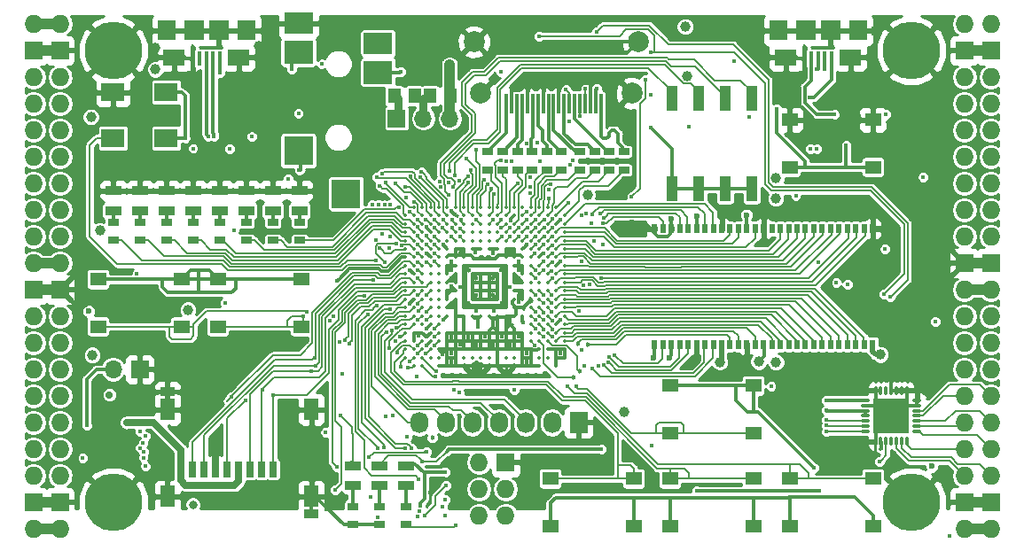
<source format=gtl>
G04 #@! TF.GenerationSoftware,KiCad,Pcbnew,5.0.0-rc2+dfsg1-3*
G04 #@! TF.CreationDate,2018-06-10T01:45:58+02:00*
G04 #@! TF.ProjectId,ulx3s,756C7833732E6B696361645F70636200,rev?*
G04 #@! TF.SameCoordinates,Original*
G04 #@! TF.FileFunction,Copper,L1,Top,Signal*
G04 #@! TF.FilePolarity,Positive*
%FSLAX46Y46*%
G04 Gerber Fmt 4.6, Leading zero omitted, Abs format (unit mm)*
G04 Created by KiCad (PCBNEW 5.0.0-rc2+dfsg1-3) date Sun Jun 10 01:45:58 2018*
%MOMM*%
%LPD*%
G01*
G04 APERTURE LIST*
G04 #@! TA.AperFunction,SMDPad,CuDef*
%ADD10R,0.560000X0.900000*%
G04 #@! TD*
G04 #@! TA.AperFunction,ComponentPad*
%ADD11O,1.727200X1.727200*%
G04 #@! TD*
G04 #@! TA.AperFunction,ComponentPad*
%ADD12R,1.727200X1.727200*%
G04 #@! TD*
G04 #@! TA.AperFunction,ComponentPad*
%ADD13C,5.500000*%
G04 #@! TD*
G04 #@! TA.AperFunction,SMDPad,CuDef*
%ADD14O,0.850000X0.300000*%
G04 #@! TD*
G04 #@! TA.AperFunction,SMDPad,CuDef*
%ADD15O,0.300000X0.850000*%
G04 #@! TD*
G04 #@! TA.AperFunction,SMDPad,CuDef*
%ADD16R,1.675000X1.675000*%
G04 #@! TD*
G04 #@! TA.AperFunction,ComponentPad*
%ADD17R,1.727200X2.032000*%
G04 #@! TD*
G04 #@! TA.AperFunction,ComponentPad*
%ADD18O,1.727200X2.032000*%
G04 #@! TD*
G04 #@! TA.AperFunction,SMDPad,CuDef*
%ADD19R,1.550000X1.300000*%
G04 #@! TD*
G04 #@! TA.AperFunction,SMDPad,CuDef*
%ADD20R,1.120000X2.440000*%
G04 #@! TD*
G04 #@! TA.AperFunction,BGAPad,CuDef*
%ADD21C,0.350000*%
G04 #@! TD*
G04 #@! TA.AperFunction,SMDPad,CuDef*
%ADD22R,2.800000X2.000000*%
G04 #@! TD*
G04 #@! TA.AperFunction,SMDPad,CuDef*
%ADD23R,2.800000X2.200000*%
G04 #@! TD*
G04 #@! TA.AperFunction,SMDPad,CuDef*
%ADD24R,2.800000X2.800000*%
G04 #@! TD*
G04 #@! TA.AperFunction,SMDPad,CuDef*
%ADD25R,0.700000X1.500000*%
G04 #@! TD*
G04 #@! TA.AperFunction,SMDPad,CuDef*
%ADD26R,1.450000X0.900000*%
G04 #@! TD*
G04 #@! TA.AperFunction,SMDPad,CuDef*
%ADD27R,1.450000X2.000000*%
G04 #@! TD*
G04 #@! TA.AperFunction,SMDPad,CuDef*
%ADD28R,2.200000X1.800000*%
G04 #@! TD*
G04 #@! TA.AperFunction,SMDPad,CuDef*
%ADD29R,1.000000X0.670000*%
G04 #@! TD*
G04 #@! TA.AperFunction,SMDPad,CuDef*
%ADD30R,1.500000X0.970000*%
G04 #@! TD*
G04 #@! TA.AperFunction,SMDPad,CuDef*
%ADD31R,0.300000X1.900000*%
G04 #@! TD*
G04 #@! TA.AperFunction,ComponentPad*
%ADD32C,2.000000*%
G04 #@! TD*
G04 #@! TA.AperFunction,ComponentPad*
%ADD33R,1.700000X1.700000*%
G04 #@! TD*
G04 #@! TA.AperFunction,ComponentPad*
%ADD34O,1.700000X1.700000*%
G04 #@! TD*
G04 #@! TA.AperFunction,SMDPad,CuDef*
%ADD35R,1.295000X1.400000*%
G04 #@! TD*
G04 #@! TA.AperFunction,SMDPad,CuDef*
%ADD36R,1.800000X1.900000*%
G04 #@! TD*
G04 #@! TA.AperFunction,SMDPad,CuDef*
%ADD37R,0.400000X1.350000*%
G04 #@! TD*
G04 #@! TA.AperFunction,SMDPad,CuDef*
%ADD38R,1.900000X1.900000*%
G04 #@! TD*
G04 #@! TA.AperFunction,SMDPad,CuDef*
%ADD39R,2.100000X1.600000*%
G04 #@! TD*
G04 #@! TA.AperFunction,ViaPad*
%ADD40C,0.400000*%
G04 #@! TD*
G04 #@! TA.AperFunction,ViaPad*
%ADD41C,0.700000*%
G04 #@! TD*
G04 #@! TA.AperFunction,ViaPad*
%ADD42C,0.454000*%
G04 #@! TD*
G04 #@! TA.AperFunction,ViaPad*
%ADD43C,0.600000*%
G04 #@! TD*
G04 #@! TA.AperFunction,ViaPad*
%ADD44C,1.000000*%
G04 #@! TD*
G04 #@! TA.AperFunction,ViaPad*
%ADD45C,0.800000*%
G04 #@! TD*
G04 #@! TA.AperFunction,Conductor*
%ADD46C,0.700000*%
G04 #@! TD*
G04 #@! TA.AperFunction,Conductor*
%ADD47C,0.300000*%
G04 #@! TD*
G04 #@! TA.AperFunction,Conductor*
%ADD48C,0.500000*%
G04 #@! TD*
G04 #@! TA.AperFunction,Conductor*
%ADD49C,1.000000*%
G04 #@! TD*
G04 #@! TA.AperFunction,Conductor*
%ADD50C,0.190000*%
G04 #@! TD*
G04 #@! TA.AperFunction,Conductor*
%ADD51C,0.800000*%
G04 #@! TD*
G04 #@! TA.AperFunction,Conductor*
%ADD52C,0.200000*%
G04 #@! TD*
G04 #@! TA.AperFunction,Conductor*
%ADD53C,0.127000*%
G04 #@! TD*
G04 #@! TA.AperFunction,Conductor*
%ADD54C,0.180000*%
G04 #@! TD*
G04 #@! TA.AperFunction,Conductor*
%ADD55C,0.254000*%
G04 #@! TD*
G04 APERTURE END LIST*
D10*
G04 #@! TO.P,U2,28*
G04 #@! TO.N,GND*
X175493000Y-82270000D03*
G04 #@! TO.P,U2,1*
G04 #@! TO.N,+3V3*
X154693000Y-93330000D03*
G04 #@! TO.P,U2,2*
G04 #@! TO.N,SDRAM_D0*
X155493000Y-93330000D03*
G04 #@! TO.P,U2,3*
G04 #@! TO.N,+3V3*
X156293000Y-93330000D03*
G04 #@! TO.P,U2,4*
G04 #@! TO.N,SDRAM_D1*
X157093000Y-93330000D03*
G04 #@! TO.P,U2,5*
G04 #@! TO.N,SDRAM_D2*
X157893000Y-93330000D03*
G04 #@! TO.P,U2,6*
G04 #@! TO.N,GND*
X158693000Y-93330000D03*
G04 #@! TO.P,U2,7*
G04 #@! TO.N,SDRAM_D3*
X159493000Y-93330000D03*
G04 #@! TO.P,U2,8*
G04 #@! TO.N,SDRAM_D4*
X160293000Y-93330000D03*
G04 #@! TO.P,U2,9*
G04 #@! TO.N,+3V3*
X161093000Y-93330000D03*
G04 #@! TO.P,U2,10*
G04 #@! TO.N,SDRAM_D5*
X161893000Y-93330000D03*
G04 #@! TO.P,U2,11*
G04 #@! TO.N,SDRAM_D6*
X162693000Y-93330000D03*
G04 #@! TO.P,U2,12*
G04 #@! TO.N,GND*
X163493000Y-93330000D03*
G04 #@! TO.P,U2,13*
G04 #@! TO.N,SDRAM_D7*
X164293000Y-93330000D03*
G04 #@! TO.P,U2,14*
G04 #@! TO.N,+3V3*
X165093000Y-93330000D03*
G04 #@! TO.P,U2,15*
G04 #@! TO.N,SDRAM_DQM0*
X165893000Y-93330000D03*
G04 #@! TO.P,U2,16*
G04 #@! TO.N,SDRAM_nWE*
X166693000Y-93330000D03*
G04 #@! TO.P,U2,17*
G04 #@! TO.N,SDRAM_nCAS*
X167493000Y-93330000D03*
G04 #@! TO.P,U2,18*
G04 #@! TO.N,SDRAM_nRAS*
X168293000Y-93330000D03*
G04 #@! TO.P,U2,19*
G04 #@! TO.N,SDRAM_nCS*
X169093000Y-93330000D03*
G04 #@! TO.P,U2,20*
G04 #@! TO.N,SDRAM_BA0*
X169893000Y-93330000D03*
G04 #@! TO.P,U2,21*
G04 #@! TO.N,SDRAM_BA1*
X170693000Y-93330000D03*
G04 #@! TO.P,U2,22*
G04 #@! TO.N,SDRAM_A10*
X171493000Y-93330000D03*
G04 #@! TO.P,U2,23*
G04 #@! TO.N,SDRAM_A0*
X172293000Y-93330000D03*
G04 #@! TO.P,U2,24*
G04 #@! TO.N,SDRAM_A1*
X173093000Y-93330000D03*
G04 #@! TO.P,U2,25*
G04 #@! TO.N,SDRAM_A2*
X173893000Y-93330000D03*
G04 #@! TO.P,U2,26*
G04 #@! TO.N,SDRAM_A3*
X174693000Y-93330000D03*
G04 #@! TO.P,U2,27*
G04 #@! TO.N,+3V3*
X175493000Y-93330000D03*
G04 #@! TO.P,U2,29*
G04 #@! TO.N,SDRAM_A4*
X174693000Y-82270000D03*
G04 #@! TO.P,U2,30*
G04 #@! TO.N,SDRAM_A5*
X173893000Y-82270000D03*
G04 #@! TO.P,U2,31*
G04 #@! TO.N,SDRAM_A6*
X173093000Y-82270000D03*
G04 #@! TO.P,U2,32*
G04 #@! TO.N,SDRAM_A7*
X172293000Y-82270000D03*
G04 #@! TO.P,U2,33*
G04 #@! TO.N,SDRAM_A8*
X171493000Y-82270000D03*
G04 #@! TO.P,U2,34*
G04 #@! TO.N,SDRAM_A9*
X170693000Y-82270000D03*
G04 #@! TO.P,U2,35*
G04 #@! TO.N,SDRAM_A11*
X169893000Y-82270000D03*
G04 #@! TO.P,U2,36*
G04 #@! TO.N,SDRAM_A12*
X169093000Y-82270000D03*
G04 #@! TO.P,U2,37*
G04 #@! TO.N,SDRAM_CKE*
X168293000Y-82270000D03*
G04 #@! TO.P,U2,38*
G04 #@! TO.N,SDRAM_CLK*
X167493000Y-82270000D03*
G04 #@! TO.P,U2,39*
G04 #@! TO.N,SDRAM_DQM1*
X166693000Y-82270000D03*
G04 #@! TO.P,U2,40*
G04 #@! TO.N,N/C*
X165893000Y-82270000D03*
G04 #@! TO.P,U2,41*
G04 #@! TO.N,GND*
X165093000Y-82270000D03*
G04 #@! TO.P,U2,42*
G04 #@! TO.N,SDRAM_D8*
X164293000Y-82270000D03*
G04 #@! TO.P,U2,43*
G04 #@! TO.N,+3V3*
X163493000Y-82270000D03*
G04 #@! TO.P,U2,44*
G04 #@! TO.N,SDRAM_D9*
X162693000Y-82270000D03*
G04 #@! TO.P,U2,45*
G04 #@! TO.N,SDRAM_D10*
X161893000Y-82270000D03*
G04 #@! TO.P,U2,46*
G04 #@! TO.N,GND*
X161093000Y-82270000D03*
G04 #@! TO.P,U2,47*
G04 #@! TO.N,SDRAM_D11*
X160293000Y-82270000D03*
G04 #@! TO.P,U2,48*
G04 #@! TO.N,SDRAM_D12*
X159493000Y-82270000D03*
G04 #@! TO.P,U2,49*
G04 #@! TO.N,+3V3*
X158693000Y-82270000D03*
G04 #@! TO.P,U2,50*
G04 #@! TO.N,SDRAM_D13*
X157893000Y-82270000D03*
G04 #@! TO.P,U2,51*
G04 #@! TO.N,SDRAM_D14*
X157093000Y-82270000D03*
G04 #@! TO.P,U2,52*
G04 #@! TO.N,GND*
X156293000Y-82270000D03*
G04 #@! TO.P,U2,53*
G04 #@! TO.N,SDRAM_D15*
X155493000Y-82270000D03*
G04 #@! TO.P,U2,54*
G04 #@! TO.N,GND*
X154693000Y-82270000D03*
G04 #@! TD*
D11*
G04 #@! TO.P,J1,1*
G04 #@! TO.N,2V5_3V3*
X97910000Y-62690000D03*
G04 #@! TO.P,J1,2*
X95370000Y-62690000D03*
D12*
G04 #@! TO.P,J1,3*
G04 #@! TO.N,GND*
X97910000Y-65230000D03*
G04 #@! TO.P,J1,4*
X95370000Y-65230000D03*
D11*
G04 #@! TO.P,J1,5*
G04 #@! TO.N,GN0*
X97910000Y-67770000D03*
G04 #@! TO.P,J1,6*
G04 #@! TO.N,GP0*
X95370000Y-67770000D03*
G04 #@! TO.P,J1,7*
G04 #@! TO.N,GN1*
X97910000Y-70310000D03*
G04 #@! TO.P,J1,8*
G04 #@! TO.N,GP1*
X95370000Y-70310000D03*
G04 #@! TO.P,J1,9*
G04 #@! TO.N,GN2*
X97910000Y-72850000D03*
G04 #@! TO.P,J1,10*
G04 #@! TO.N,GP2*
X95370000Y-72850000D03*
G04 #@! TO.P,J1,11*
G04 #@! TO.N,GN3*
X97910000Y-75390000D03*
G04 #@! TO.P,J1,12*
G04 #@! TO.N,GP3*
X95370000Y-75390000D03*
G04 #@! TO.P,J1,13*
G04 #@! TO.N,GN4*
X97910000Y-77930000D03*
G04 #@! TO.P,J1,14*
G04 #@! TO.N,GP4*
X95370000Y-77930000D03*
G04 #@! TO.P,J1,15*
G04 #@! TO.N,GN5*
X97910000Y-80470000D03*
G04 #@! TO.P,J1,16*
G04 #@! TO.N,GP5*
X95370000Y-80470000D03*
G04 #@! TO.P,J1,17*
G04 #@! TO.N,GN6*
X97910000Y-83010000D03*
G04 #@! TO.P,J1,18*
G04 #@! TO.N,GP6*
X95370000Y-83010000D03*
G04 #@! TO.P,J1,19*
G04 #@! TO.N,2V5_3V3*
X97910000Y-85550000D03*
G04 #@! TO.P,J1,20*
X95370000Y-85550000D03*
D12*
G04 #@! TO.P,J1,21*
G04 #@! TO.N,GND*
X97910000Y-88090000D03*
G04 #@! TO.P,J1,22*
X95370000Y-88090000D03*
D11*
G04 #@! TO.P,J1,23*
G04 #@! TO.N,GN7*
X97910000Y-90630000D03*
G04 #@! TO.P,J1,24*
G04 #@! TO.N,GP7*
X95370000Y-90630000D03*
G04 #@! TO.P,J1,25*
G04 #@! TO.N,GN8*
X97910000Y-93170000D03*
G04 #@! TO.P,J1,26*
G04 #@! TO.N,GP8*
X95370000Y-93170000D03*
G04 #@! TO.P,J1,27*
G04 #@! TO.N,GN9*
X97910000Y-95710000D03*
G04 #@! TO.P,J1,28*
G04 #@! TO.N,GP9*
X95370000Y-95710000D03*
G04 #@! TO.P,J1,29*
G04 #@! TO.N,GN10*
X97910000Y-98250000D03*
G04 #@! TO.P,J1,30*
G04 #@! TO.N,GP10*
X95370000Y-98250000D03*
G04 #@! TO.P,J1,31*
G04 #@! TO.N,GN11*
X97910000Y-100790000D03*
G04 #@! TO.P,J1,32*
G04 #@! TO.N,GP11*
X95370000Y-100790000D03*
G04 #@! TO.P,J1,33*
G04 #@! TO.N,GN12*
X97910000Y-103330000D03*
G04 #@! TO.P,J1,34*
G04 #@! TO.N,GP12*
X95370000Y-103330000D03*
G04 #@! TO.P,J1,35*
G04 #@! TO.N,GN13*
X97910000Y-105870000D03*
G04 #@! TO.P,J1,36*
G04 #@! TO.N,GP13*
X95370000Y-105870000D03*
D12*
G04 #@! TO.P,J1,37*
G04 #@! TO.N,GND*
X97910000Y-108410000D03*
G04 #@! TO.P,J1,38*
X95370000Y-108410000D03*
D11*
G04 #@! TO.P,J1,39*
G04 #@! TO.N,2V5_3V3*
X97910000Y-110950000D03*
G04 #@! TO.P,J1,40*
X95370000Y-110950000D03*
G04 #@! TD*
G04 #@! TO.P,J2,1*
G04 #@! TO.N,+3V3*
X184270000Y-110950000D03*
G04 #@! TO.P,J2,2*
X186810000Y-110950000D03*
D12*
G04 #@! TO.P,J2,3*
G04 #@! TO.N,GND*
X184270000Y-108410000D03*
G04 #@! TO.P,J2,4*
X186810000Y-108410000D03*
D11*
G04 #@! TO.P,J2,5*
G04 #@! TO.N,GN14*
X184270000Y-105870000D03*
G04 #@! TO.P,J2,6*
G04 #@! TO.N,GP14*
X186810000Y-105870000D03*
G04 #@! TO.P,J2,7*
G04 #@! TO.N,GN15*
X184270000Y-103330000D03*
G04 #@! TO.P,J2,8*
G04 #@! TO.N,GP15*
X186810000Y-103330000D03*
G04 #@! TO.P,J2,9*
G04 #@! TO.N,GN16*
X184270000Y-100790000D03*
G04 #@! TO.P,J2,10*
G04 #@! TO.N,GP16*
X186810000Y-100790000D03*
G04 #@! TO.P,J2,11*
G04 #@! TO.N,GN17*
X184270000Y-98250000D03*
G04 #@! TO.P,J2,12*
G04 #@! TO.N,GP17*
X186810000Y-98250000D03*
G04 #@! TO.P,J2,13*
G04 #@! TO.N,GN18*
X184270000Y-95710000D03*
G04 #@! TO.P,J2,14*
G04 #@! TO.N,GP18*
X186810000Y-95710000D03*
G04 #@! TO.P,J2,15*
G04 #@! TO.N,GN19*
X184270000Y-93170000D03*
G04 #@! TO.P,J2,16*
G04 #@! TO.N,GP19*
X186810000Y-93170000D03*
G04 #@! TO.P,J2,17*
G04 #@! TO.N,GN20*
X184270000Y-90630000D03*
G04 #@! TO.P,J2,18*
G04 #@! TO.N,GP20*
X186810000Y-90630000D03*
G04 #@! TO.P,J2,19*
G04 #@! TO.N,+3V3*
X184270000Y-88090000D03*
G04 #@! TO.P,J2,20*
X186810000Y-88090000D03*
D12*
G04 #@! TO.P,J2,21*
G04 #@! TO.N,GND*
X184270000Y-85550000D03*
G04 #@! TO.P,J2,22*
X186810000Y-85550000D03*
D11*
G04 #@! TO.P,J2,23*
G04 #@! TO.N,GN21*
X184270000Y-83010000D03*
G04 #@! TO.P,J2,24*
G04 #@! TO.N,GP21*
X186810000Y-83010000D03*
G04 #@! TO.P,J2,25*
G04 #@! TO.N,GN22*
X184270000Y-80470000D03*
G04 #@! TO.P,J2,26*
G04 #@! TO.N,GP22*
X186810000Y-80470000D03*
G04 #@! TO.P,J2,27*
G04 #@! TO.N,GN23*
X184270000Y-77930000D03*
G04 #@! TO.P,J2,28*
G04 #@! TO.N,GP23*
X186810000Y-77930000D03*
G04 #@! TO.P,J2,29*
G04 #@! TO.N,GN24*
X184270000Y-75390000D03*
G04 #@! TO.P,J2,30*
G04 #@! TO.N,GP24*
X186810000Y-75390000D03*
G04 #@! TO.P,J2,31*
G04 #@! TO.N,GN25*
X184270000Y-72850000D03*
G04 #@! TO.P,J2,32*
G04 #@! TO.N,GP25*
X186810000Y-72850000D03*
G04 #@! TO.P,J2,33*
G04 #@! TO.N,GN26*
X184270000Y-70310000D03*
G04 #@! TO.P,J2,34*
G04 #@! TO.N,GP26*
X186810000Y-70310000D03*
G04 #@! TO.P,J2,35*
G04 #@! TO.N,GN27*
X184270000Y-67770000D03*
G04 #@! TO.P,J2,36*
G04 #@! TO.N,GP27*
X186810000Y-67770000D03*
D12*
G04 #@! TO.P,J2,37*
G04 #@! TO.N,GND*
X184270000Y-65230000D03*
G04 #@! TO.P,J2,38*
X186810000Y-65230000D03*
D11*
G04 #@! TO.P,J2,39*
G04 #@! TO.N,/gpio/IN5V*
X184270000Y-62690000D03*
G04 #@! TO.P,J2,40*
G04 #@! TO.N,/gpio/OUT5V*
X186810000Y-62690000D03*
G04 #@! TD*
D13*
G04 #@! TO.P,H1,1*
G04 #@! TO.N,GND*
X102990000Y-108410000D03*
G04 #@! TD*
G04 #@! TO.P,H2,1*
G04 #@! TO.N,GND*
X179190000Y-108410000D03*
G04 #@! TD*
G04 #@! TO.P,H3,1*
G04 #@! TO.N,GND*
X179190000Y-65230000D03*
G04 #@! TD*
G04 #@! TO.P,H4,1*
G04 #@! TO.N,GND*
X102990000Y-65230000D03*
G04 #@! TD*
D12*
G04 #@! TO.P,J4,1*
G04 #@! TO.N,GND*
X140455000Y-104600000D03*
D11*
G04 #@! TO.P,J4,2*
G04 #@! TO.N,+3V3*
X137915000Y-104600000D03*
G04 #@! TO.P,J4,3*
G04 #@! TO.N,JTAG_TDI*
X140455000Y-107140000D03*
G04 #@! TO.P,J4,4*
G04 #@! TO.N,JTAG_TCK*
X137915000Y-107140000D03*
G04 #@! TO.P,J4,5*
G04 #@! TO.N,JTAG_TMS*
X140455000Y-109680000D03*
G04 #@! TO.P,J4,6*
G04 #@! TO.N,JTAG_TDO*
X137915000Y-109680000D03*
G04 #@! TD*
D14*
G04 #@! TO.P,U8,1*
G04 #@! TO.N,GP15*
X179735000Y-101655000D03*
G04 #@! TO.P,U8,2*
G04 #@! TO.N,GN16*
X179735000Y-101155000D03*
G04 #@! TO.P,U8,3*
G04 #@! TO.N,GP16*
X179735000Y-100655000D03*
G04 #@! TO.P,U8,4*
G04 #@! TO.N,GN17*
X179735000Y-100155000D03*
G04 #@! TO.P,U8,5*
G04 #@! TO.N,GP17*
X179735000Y-99655000D03*
G04 #@! TO.P,U8,6*
G04 #@! TO.N,GND*
X179735000Y-99155000D03*
G04 #@! TO.P,U8,7*
X179735000Y-98655000D03*
D15*
G04 #@! TO.P,U8,8*
X178785000Y-97705000D03*
G04 #@! TO.P,U8,9*
X178285000Y-97705000D03*
G04 #@! TO.P,U8,10*
X177785000Y-97705000D03*
G04 #@! TO.P,U8,11*
X177285000Y-97705000D03*
G04 #@! TO.P,U8,12*
G04 #@! TO.N,Net-(U8-Pad12)*
X176785000Y-97705000D03*
G04 #@! TO.P,U8,13*
G04 #@! TO.N,GND*
X176285000Y-97705000D03*
G04 #@! TO.P,U8,14*
X175785000Y-97705000D03*
D14*
G04 #@! TO.P,U8,15*
G04 #@! TO.N,+3V3*
X174835000Y-98655000D03*
G04 #@! TO.P,U8,16*
G04 #@! TO.N,GND*
X174835000Y-99155000D03*
G04 #@! TO.P,U8,17*
G04 #@! TO.N,+3V3*
X174835000Y-99655000D03*
G04 #@! TO.P,U8,18*
X174835000Y-100155000D03*
G04 #@! TO.P,U8,19*
G04 #@! TO.N,ADC_SCLK*
X174835000Y-100655000D03*
G04 #@! TO.P,U8,20*
G04 #@! TO.N,ADC_CSn*
X174835000Y-101155000D03*
G04 #@! TO.P,U8,21*
G04 #@! TO.N,ADC_MOSI*
X174835000Y-101655000D03*
D15*
G04 #@! TO.P,U8,22*
G04 #@! TO.N,GND*
X175785000Y-102605000D03*
G04 #@! TO.P,U8,23*
G04 #@! TO.N,+3V3*
X176285000Y-102605000D03*
G04 #@! TO.P,U8,24*
G04 #@! TO.N,ADC_MISO*
X176785000Y-102605000D03*
G04 #@! TO.P,U8,25*
G04 #@! TO.N,Net-(U8-Pad25)*
X177285000Y-102605000D03*
G04 #@! TO.P,U8,26*
G04 #@! TO.N,GN14*
X177785000Y-102605000D03*
G04 #@! TO.P,U8,27*
G04 #@! TO.N,GP14*
X178285000Y-102605000D03*
G04 #@! TO.P,U8,28*
G04 #@! TO.N,GN15*
X178785000Y-102605000D03*
D16*
G04 #@! TO.P,U8,29*
G04 #@! TO.N,GND*
X176447500Y-99317500D03*
X176447500Y-100992500D03*
X178122500Y-99317500D03*
X178122500Y-100992500D03*
G04 #@! TD*
D17*
G04 #@! TO.P,OLED1,1*
G04 #@! TO.N,GND*
X147440000Y-100790000D03*
D18*
G04 #@! TO.P,OLED1,2*
G04 #@! TO.N,+3V3*
X144900000Y-100790000D03*
G04 #@! TO.P,OLED1,3*
G04 #@! TO.N,OLED_CLK*
X142360000Y-100790000D03*
G04 #@! TO.P,OLED1,4*
G04 #@! TO.N,OLED_MOSI*
X139820000Y-100790000D03*
G04 #@! TO.P,OLED1,5*
G04 #@! TO.N,OLED_RES*
X137280000Y-100790000D03*
G04 #@! TO.P,OLED1,6*
G04 #@! TO.N,OLED_DC*
X134740000Y-100790000D03*
G04 #@! TO.P,OLED1,7*
G04 #@! TO.N,OLED_CS*
X132200000Y-100790000D03*
G04 #@! TD*
D19*
G04 #@! TO.P,BTN0,2*
G04 #@! TO.N,GND*
X175550000Y-71870000D03*
G04 #@! TO.P,BTN0,1*
G04 #@! TO.N,/power/PWRBTn*
X175550000Y-76370000D03*
X167590000Y-76370000D03*
G04 #@! TO.P,BTN0,2*
G04 #@! TO.N,GND*
X167590000Y-71870000D03*
G04 #@! TD*
G04 #@! TO.P,BTN1,2*
G04 #@! TO.N,BTN_F1*
X101550000Y-91610000D03*
G04 #@! TO.P,BTN1,1*
G04 #@! TO.N,/blinkey/BTNPUL*
X101550000Y-87110000D03*
X109510000Y-87110000D03*
G04 #@! TO.P,BTN1,2*
G04 #@! TO.N,BTN_F1*
X109510000Y-91610000D03*
G04 #@! TD*
G04 #@! TO.P,BTN2,2*
G04 #@! TO.N,BTN_F2*
X112980000Y-91610000D03*
G04 #@! TO.P,BTN2,1*
G04 #@! TO.N,/blinkey/BTNPUL*
X112980000Y-87110000D03*
X120940000Y-87110000D03*
G04 #@! TO.P,BTN2,2*
G04 #@! TO.N,BTN_F2*
X120940000Y-91610000D03*
G04 #@! TD*
G04 #@! TO.P,BTN3,2*
G04 #@! TO.N,BTN_U*
X156160000Y-101770000D03*
G04 #@! TO.P,BTN3,1*
G04 #@! TO.N,/blinkey/BTNPUR*
X156160000Y-97270000D03*
X164120000Y-97270000D03*
G04 #@! TO.P,BTN3,2*
G04 #@! TO.N,BTN_U*
X164120000Y-101770000D03*
G04 #@! TD*
G04 #@! TO.P,BTN4,2*
G04 #@! TO.N,BTN_D*
X164120000Y-106160000D03*
G04 #@! TO.P,BTN4,1*
G04 #@! TO.N,/blinkey/BTNPUR*
X164120000Y-110660000D03*
X156160000Y-110660000D03*
G04 #@! TO.P,BTN4,2*
G04 #@! TO.N,BTN_D*
X156160000Y-106160000D03*
G04 #@! TD*
G04 #@! TO.P,BTN5,2*
G04 #@! TO.N,BTN_L*
X152690000Y-106160000D03*
G04 #@! TO.P,BTN5,1*
G04 #@! TO.N,/blinkey/BTNPUR*
X152690000Y-110660000D03*
X144730000Y-110660000D03*
G04 #@! TO.P,BTN5,2*
G04 #@! TO.N,BTN_L*
X144730000Y-106160000D03*
G04 #@! TD*
G04 #@! TO.P,BTN6,2*
G04 #@! TO.N,BTN_R*
X175550000Y-106160000D03*
G04 #@! TO.P,BTN6,1*
G04 #@! TO.N,/blinkey/BTNPUR*
X175550000Y-110660000D03*
X167590000Y-110660000D03*
G04 #@! TO.P,BTN6,2*
G04 #@! TO.N,BTN_R*
X167590000Y-106160000D03*
G04 #@! TD*
D20*
G04 #@! TO.P,SW1,1*
G04 #@! TO.N,/blinkey/SWPU*
X156330000Y-78425000D03*
G04 #@! TO.P,SW1,5*
G04 #@! TO.N,SW4*
X163950000Y-69815000D03*
G04 #@! TO.P,SW1,2*
G04 #@! TO.N,/blinkey/SWPU*
X158870000Y-78425000D03*
G04 #@! TO.P,SW1,6*
G04 #@! TO.N,SW3*
X161410000Y-69815000D03*
G04 #@! TO.P,SW1,3*
G04 #@! TO.N,/blinkey/SWPU*
X161410000Y-78425000D03*
G04 #@! TO.P,SW1,7*
G04 #@! TO.N,SW2*
X158870000Y-69815000D03*
G04 #@! TO.P,SW1,4*
G04 #@! TO.N,/blinkey/SWPU*
X163950000Y-78425000D03*
G04 #@! TO.P,SW1,8*
G04 #@! TO.N,SW1*
X156330000Y-69815000D03*
G04 #@! TD*
D21*
G04 #@! TO.P,U1,A2*
G04 #@! TO.N,GP9*
X131680000Y-80200000D03*
G04 #@! TO.P,U1,A3*
G04 #@! TO.N,AUDIO_R0*
X132480000Y-80200000D03*
G04 #@! TO.P,U1,A4*
G04 #@! TO.N,GP8*
X133280000Y-80200000D03*
G04 #@! TO.P,U1,A5*
G04 #@! TO.N,GN8*
X134080000Y-80200000D03*
G04 #@! TO.P,U1,A6*
G04 #@! TO.N,GP7*
X134880000Y-80200000D03*
G04 #@! TO.P,U1,A7*
G04 #@! TO.N,GP4*
X135680000Y-80200000D03*
G04 #@! TO.P,U1,A8*
G04 #@! TO.N,GN4*
X136480000Y-80200000D03*
G04 #@! TO.P,U1,A9*
G04 #@! TO.N,GP2*
X137280000Y-80200000D03*
G04 #@! TO.P,U1,A10*
G04 #@! TO.N,GP1*
X138080000Y-80200000D03*
G04 #@! TO.P,U1,A11*
G04 #@! TO.N,GN1*
X138880000Y-80200000D03*
G04 #@! TO.P,U1,A12*
G04 #@! TO.N,FPDI_D2+*
X139680000Y-80200000D03*
G04 #@! TO.P,U1,A13*
G04 #@! TO.N,FPDI_D2-*
X140480000Y-80200000D03*
G04 #@! TO.P,U1,A14*
G04 #@! TO.N,FPDI_D1+*
X141280000Y-80200000D03*
G04 #@! TO.P,U1,A15*
G04 #@! TO.N,Net-(U1-PadA15)*
X142080000Y-80200000D03*
G04 #@! TO.P,U1,A16*
G04 #@! TO.N,FPDI_D0+*
X142880000Y-80200000D03*
G04 #@! TO.P,U1,A17*
G04 #@! TO.N,FPDI_CLK+*
X143680000Y-80200000D03*
G04 #@! TO.P,U1,A18*
G04 #@! TO.N,/gpdi/FPDI_CEC*
X144480000Y-80200000D03*
G04 #@! TO.P,U1,A19*
G04 #@! TO.N,FPDI_ETH+*
X145280000Y-80200000D03*
G04 #@! TO.P,U1,B1*
G04 #@! TO.N,GN9*
X130880000Y-81000000D03*
G04 #@! TO.P,U1,B2*
G04 #@! TO.N,LED0*
X131680000Y-81000000D03*
G04 #@! TO.P,U1,B3*
G04 #@! TO.N,AUDIO_L3*
X132480000Y-81000000D03*
G04 #@! TO.P,U1,B4*
G04 #@! TO.N,GN10*
X133280000Y-81000000D03*
G04 #@! TO.P,U1,B5*
G04 #@! TO.N,AUDIO_R1*
X134080000Y-81000000D03*
G04 #@! TO.P,U1,B6*
G04 #@! TO.N,GN7*
X134880000Y-81000000D03*
G04 #@! TO.P,U1,B7*
G04 #@! TO.N,GND*
X135680000Y-81000000D03*
G04 #@! TO.P,U1,B8*
G04 #@! TO.N,GN5*
X136480000Y-81000000D03*
G04 #@! TO.P,U1,B9*
G04 #@! TO.N,GP3*
X137280000Y-81000000D03*
G04 #@! TO.P,U1,B10*
G04 #@! TO.N,GN2*
X138080000Y-81000000D03*
G04 #@! TO.P,U1,B11*
G04 #@! TO.N,GP0*
X138880000Y-81000000D03*
G04 #@! TO.P,U1,B12*
G04 #@! TO.N,USB_FPGA_PULL_D+*
X139680000Y-81000000D03*
G04 #@! TO.P,U1,B13*
G04 #@! TO.N,GP26*
X140480000Y-81000000D03*
G04 #@! TO.P,U1,B14*
G04 #@! TO.N,GND*
X141280000Y-81000000D03*
G04 #@! TO.P,U1,B15*
G04 #@! TO.N,GP22*
X142080000Y-81000000D03*
G04 #@! TO.P,U1,B16*
G04 #@! TO.N,FPDI_D0-*
X142880000Y-81000000D03*
G04 #@! TO.P,U1,B17*
G04 #@! TO.N,GP23*
X143680000Y-81000000D03*
G04 #@! TO.P,U1,B18*
G04 #@! TO.N,FPDI_CLK-*
X144480000Y-81000000D03*
G04 #@! TO.P,U1,B19*
G04 #@! TO.N,FPDI_SDA*
X145280000Y-81000000D03*
G04 #@! TO.P,U1,B20*
G04 #@! TO.N,FPDI_ETH-*
X146080000Y-81000000D03*
G04 #@! TO.P,U1,C1*
G04 #@! TO.N,LED2*
X130880000Y-81800000D03*
G04 #@! TO.P,U1,C2*
G04 #@! TO.N,LED1*
X131680000Y-81800000D03*
G04 #@! TO.P,U1,C3*
G04 #@! TO.N,AUDIO_L2*
X132480000Y-81800000D03*
G04 #@! TO.P,U1,C4*
G04 #@! TO.N,GP10*
X133280000Y-81800000D03*
G04 #@! TO.P,U1,C5*
G04 #@! TO.N,AUDIO_R3*
X134080000Y-81800000D03*
G04 #@! TO.P,U1,C6*
G04 #@! TO.N,GP6*
X134880000Y-81800000D03*
G04 #@! TO.P,U1,C7*
G04 #@! TO.N,GN6*
X135680000Y-81800000D03*
G04 #@! TO.P,U1,C8*
G04 #@! TO.N,GP5*
X136480000Y-81800000D03*
G04 #@! TO.P,U1,C9*
G04 #@! TO.N,Net-(U1-PadC9)*
X137280000Y-81800000D03*
G04 #@! TO.P,U1,C10*
G04 #@! TO.N,GN3*
X138080000Y-81800000D03*
G04 #@! TO.P,U1,C11*
G04 #@! TO.N,GN0*
X138880000Y-81800000D03*
G04 #@! TO.P,U1,C12*
G04 #@! TO.N,USB_FPGA_PULL_D-*
X139680000Y-81800000D03*
G04 #@! TO.P,U1,C13*
G04 #@! TO.N,GN26*
X140480000Y-81800000D03*
G04 #@! TO.P,U1,C14*
G04 #@! TO.N,FPDI_D1-*
X141280000Y-81800000D03*
G04 #@! TO.P,U1,C15*
G04 #@! TO.N,GN22*
X142080000Y-81800000D03*
G04 #@! TO.P,U1,C16*
G04 #@! TO.N,GP24*
X142880000Y-81800000D03*
G04 #@! TO.P,U1,C17*
G04 #@! TO.N,GN23*
X143680000Y-81800000D03*
G04 #@! TO.P,U1,C18*
G04 #@! TO.N,GP21*
X144480000Y-81800000D03*
G04 #@! TO.P,U1,C19*
G04 #@! TO.N,GND*
X145280000Y-81800000D03*
G04 #@! TO.P,U1,C20*
G04 #@! TO.N,SDRAM_D11*
X146080000Y-81800000D03*
G04 #@! TO.P,U1,D1*
G04 #@! TO.N,LED4*
X130880000Y-82600000D03*
G04 #@! TO.P,U1,D2*
G04 #@! TO.N,LED3*
X131680000Y-82600000D03*
G04 #@! TO.P,U1,D3*
G04 #@! TO.N,AUDIO_L1*
X132480000Y-82600000D03*
G04 #@! TO.P,U1,D4*
G04 #@! TO.N,GND*
X133280000Y-82600000D03*
G04 #@! TO.P,U1,D5*
G04 #@! TO.N,AUDIO_R2*
X134080000Y-82600000D03*
G04 #@! TO.P,U1,D6*
G04 #@! TO.N,BTN_PWRn*
X134880000Y-82600000D03*
G04 #@! TO.P,U1,D7*
G04 #@! TO.N,SW3*
X135680000Y-82600000D03*
G04 #@! TO.P,U1,D8*
G04 #@! TO.N,SW2*
X136480000Y-82600000D03*
G04 #@! TO.P,U1,D9*
G04 #@! TO.N,Net-(U1-PadD9)*
X137280000Y-82600000D03*
G04 #@! TO.P,U1,D10*
G04 #@! TO.N,Net-(U1-PadD10)*
X138080000Y-82600000D03*
G04 #@! TO.P,U1,D11*
G04 #@! TO.N,Net-(U1-PadD11)*
X138880000Y-82600000D03*
G04 #@! TO.P,U1,D12*
G04 #@! TO.N,Net-(U1-PadD12)*
X139680000Y-82600000D03*
G04 #@! TO.P,U1,D13*
G04 #@! TO.N,GP27*
X140480000Y-82600000D03*
G04 #@! TO.P,U1,D14*
G04 #@! TO.N,GP25*
X141280000Y-82600000D03*
G04 #@! TO.P,U1,D15*
G04 #@! TO.N,USB_FPGA_D+*
X142080000Y-82600000D03*
G04 #@! TO.P,U1,D16*
G04 #@! TO.N,GN24*
X142880000Y-82600000D03*
G04 #@! TO.P,U1,D17*
G04 #@! TO.N,GN21*
X143680000Y-82600000D03*
G04 #@! TO.P,U1,D18*
G04 #@! TO.N,GP20*
X144480000Y-82600000D03*
G04 #@! TO.P,U1,D19*
G04 #@! TO.N,SDRAM_D10*
X145280000Y-82600000D03*
G04 #@! TO.P,U1,D20*
G04 #@! TO.N,SDRAM_D9*
X146080000Y-82600000D03*
G04 #@! TO.P,U1,E1*
G04 #@! TO.N,LED6*
X130880000Y-83400000D03*
G04 #@! TO.P,U1,E2*
G04 #@! TO.N,LED5*
X131680000Y-83400000D03*
G04 #@! TO.P,U1,E3*
G04 #@! TO.N,GN11*
X132480000Y-83400000D03*
G04 #@! TO.P,U1,E4*
G04 #@! TO.N,AUDIO_L0*
X133280000Y-83400000D03*
G04 #@! TO.P,U1,E5*
G04 #@! TO.N,AUDIO_V3*
X134080000Y-83400000D03*
G04 #@! TO.P,U1,E6*
G04 #@! TO.N,Net-(U1-PadE6)*
X134880000Y-83400000D03*
G04 #@! TO.P,U1,E7*
G04 #@! TO.N,SW4*
X135680000Y-83400000D03*
G04 #@! TO.P,U1,E8*
G04 #@! TO.N,SW1*
X136480000Y-83400000D03*
G04 #@! TO.P,U1,E9*
G04 #@! TO.N,Net-(U1-PadE9)*
X137280000Y-83400000D03*
G04 #@! TO.P,U1,E10*
G04 #@! TO.N,Net-(U1-PadE10)*
X138080000Y-83400000D03*
G04 #@! TO.P,U1,E11*
G04 #@! TO.N,Net-(U1-PadE11)*
X138880000Y-83400000D03*
G04 #@! TO.P,U1,E12*
G04 #@! TO.N,FPDI_SCL*
X139680000Y-83400000D03*
G04 #@! TO.P,U1,E13*
G04 #@! TO.N,GN27*
X140480000Y-83400000D03*
G04 #@! TO.P,U1,E14*
G04 #@! TO.N,GN25*
X141280000Y-83400000D03*
G04 #@! TO.P,U1,E15*
G04 #@! TO.N,USB_FPGA_D-*
X142080000Y-83400000D03*
G04 #@! TO.P,U1,E16*
G04 #@! TO.N,USB_FPGA_D+*
X142880000Y-83400000D03*
G04 #@! TO.P,U1,E17*
G04 #@! TO.N,GN20*
X143680000Y-83400000D03*
G04 #@! TO.P,U1,E18*
G04 #@! TO.N,SDRAM_D12*
X144480000Y-83400000D03*
G04 #@! TO.P,U1,E19*
G04 #@! TO.N,SDRAM_D8*
X145280000Y-83400000D03*
G04 #@! TO.P,U1,E20*
G04 #@! TO.N,SDRAM_DQM1*
X146080000Y-83400000D03*
G04 #@! TO.P,U1,F1*
G04 #@! TO.N,WIFI_EN*
X130880000Y-84200000D03*
G04 #@! TO.P,U1,F2*
G04 #@! TO.N,AUDIO_V1*
X131680000Y-84200000D03*
G04 #@! TO.P,U1,F3*
G04 #@! TO.N,GN12*
X132480000Y-84200000D03*
G04 #@! TO.P,U1,F4*
G04 #@! TO.N,GP11*
X133280000Y-84200000D03*
G04 #@! TO.P,U1,F5*
G04 #@! TO.N,AUDIO_V2*
X134080000Y-84200000D03*
G04 #@! TO.P,U1,F6*
G04 #@! TO.N,+2V5*
X134880000Y-84200000D03*
G04 #@! TO.P,U1,F7*
G04 #@! TO.N,GND*
X135680000Y-84200000D03*
G04 #@! TO.P,U1,F8*
X136480000Y-84200000D03*
G04 #@! TO.P,U1,F9*
G04 #@! TO.N,2V5_3V3*
X137280000Y-84200000D03*
G04 #@! TO.P,U1,F10*
X138080000Y-84200000D03*
G04 #@! TO.P,U1,F11*
G04 #@! TO.N,+3V3*
X138880000Y-84200000D03*
G04 #@! TO.P,U1,F12*
X139680000Y-84200000D03*
G04 #@! TO.P,U1,F13*
G04 #@! TO.N,GND*
X140480000Y-84200000D03*
G04 #@! TO.P,U1,F14*
X141280000Y-84200000D03*
G04 #@! TO.P,U1,F15*
G04 #@! TO.N,+2V5*
X142080000Y-84200000D03*
G04 #@! TO.P,U1,F16*
G04 #@! TO.N,USB_FPGA_D-*
X142880000Y-84200000D03*
G04 #@! TO.P,U1,F17*
G04 #@! TO.N,GP19*
X143680000Y-84200000D03*
G04 #@! TO.P,U1,F18*
G04 #@! TO.N,SDRAM_D13*
X144480000Y-84200000D03*
G04 #@! TO.P,U1,F19*
G04 #@! TO.N,SDRAM_CLK*
X145280000Y-84200000D03*
G04 #@! TO.P,U1,F20*
G04 #@! TO.N,SDRAM_CKE*
X146080000Y-84200000D03*
G04 #@! TO.P,U1,G1*
G04 #@! TO.N,/usb/ANT_433MHz*
X130880000Y-85000000D03*
G04 #@! TO.P,U1,G2*
G04 #@! TO.N,CLK_25MHz*
X131680000Y-85000000D03*
G04 #@! TO.P,U1,G3*
G04 #@! TO.N,GP12*
X132480000Y-85000000D03*
G04 #@! TO.P,U1,G4*
G04 #@! TO.N,GND*
X133280000Y-85000000D03*
G04 #@! TO.P,U1,G5*
G04 #@! TO.N,GN13*
X134080000Y-85000000D03*
G04 #@! TO.P,U1,G6*
G04 #@! TO.N,GND*
X134880000Y-85000000D03*
G04 #@! TO.P,U1,G7*
X135680000Y-85000000D03*
G04 #@! TO.P,U1,G8*
X136480000Y-85000000D03*
G04 #@! TO.P,U1,G9*
X137280000Y-85000000D03*
G04 #@! TO.P,U1,G10*
X138080000Y-85000000D03*
G04 #@! TO.P,U1,G11*
X138880000Y-85000000D03*
G04 #@! TO.P,U1,G12*
X139680000Y-85000000D03*
G04 #@! TO.P,U1,G13*
X140480000Y-85000000D03*
G04 #@! TO.P,U1,G14*
X141280000Y-85000000D03*
G04 #@! TO.P,U1,G15*
X142080000Y-85000000D03*
G04 #@! TO.P,U1,G16*
G04 #@! TO.N,SHUTDOWN*
X142880000Y-85000000D03*
G04 #@! TO.P,U1,G17*
G04 #@! TO.N,GND*
X143680000Y-85000000D03*
G04 #@! TO.P,U1,G18*
G04 #@! TO.N,GN19*
X144480000Y-85000000D03*
G04 #@! TO.P,U1,G19*
G04 #@! TO.N,SDRAM_A12*
X145280000Y-85000000D03*
G04 #@! TO.P,U1,G20*
G04 #@! TO.N,SDRAM_A11*
X146080000Y-85000000D03*
G04 #@! TO.P,U1,H1*
G04 #@! TO.N,SD_D1*
X130880000Y-85800000D03*
G04 #@! TO.P,U1,H2*
G04 #@! TO.N,SD_CLK*
X131680000Y-85800000D03*
G04 #@! TO.P,U1,H3*
G04 #@! TO.N,LED7*
X132480000Y-85800000D03*
G04 #@! TO.P,U1,H4*
G04 #@! TO.N,GP13*
X133280000Y-85800000D03*
G04 #@! TO.P,U1,H5*
G04 #@! TO.N,AUDIO_V0*
X134080000Y-85800000D03*
G04 #@! TO.P,U1,H6*
G04 #@! TO.N,2V5_3V3*
X134880000Y-85800000D03*
G04 #@! TO.P,U1,H7*
X135680000Y-85800000D03*
G04 #@! TO.P,U1,H8*
G04 #@! TO.N,+1V1*
X136480000Y-85800000D03*
G04 #@! TO.P,U1,H9*
X137280000Y-85800000D03*
G04 #@! TO.P,U1,H10*
X138080000Y-85800000D03*
G04 #@! TO.P,U1,H11*
X138880000Y-85800000D03*
G04 #@! TO.P,U1,H12*
X139680000Y-85800000D03*
G04 #@! TO.P,U1,H13*
X140480000Y-85800000D03*
G04 #@! TO.P,U1,H14*
G04 #@! TO.N,+3V3*
X141280000Y-85800000D03*
G04 #@! TO.P,U1,H15*
X142080000Y-85800000D03*
G04 #@! TO.P,U1,H16*
G04 #@! TO.N,BTN_R*
X142880000Y-85800000D03*
G04 #@! TO.P,U1,H17*
G04 #@! TO.N,GN18*
X143680000Y-85800000D03*
G04 #@! TO.P,U1,H18*
G04 #@! TO.N,GP18*
X144480000Y-85800000D03*
G04 #@! TO.P,U1,H19*
G04 #@! TO.N,GND*
X145280000Y-85800000D03*
G04 #@! TO.P,U1,H20*
G04 #@! TO.N,SDRAM_A9*
X146080000Y-85800000D03*
G04 #@! TO.P,U1,J1*
G04 #@! TO.N,SD_CMD*
X130880000Y-86600000D03*
G04 #@! TO.P,U1,J2*
G04 #@! TO.N,GND*
X131680000Y-86600000D03*
G04 #@! TO.P,U1,J3*
G04 #@! TO.N,SD_D0*
X132480000Y-86600000D03*
G04 #@! TO.P,U1,J4*
G04 #@! TO.N,Net-(U1-PadJ4)*
X133280000Y-86600000D03*
G04 #@! TO.P,U1,J5*
G04 #@! TO.N,Net-(U1-PadJ5)*
X134080000Y-86600000D03*
G04 #@! TO.P,U1,J6*
G04 #@! TO.N,2V5_3V3*
X134880000Y-86600000D03*
G04 #@! TO.P,U1,J7*
G04 #@! TO.N,GND*
X135680000Y-86600000D03*
G04 #@! TO.P,U1,J8*
G04 #@! TO.N,+1V1*
X136480000Y-86600000D03*
G04 #@! TO.P,U1,J9*
G04 #@! TO.N,GND*
X137280000Y-86600000D03*
G04 #@! TO.P,U1,J10*
X138080000Y-86600000D03*
G04 #@! TO.P,U1,J11*
X138880000Y-86600000D03*
G04 #@! TO.P,U1,J12*
X139680000Y-86600000D03*
G04 #@! TO.P,U1,J13*
G04 #@! TO.N,+1V1*
X140480000Y-86600000D03*
G04 #@! TO.P,U1,J14*
G04 #@! TO.N,GND*
X141280000Y-86600000D03*
G04 #@! TO.P,U1,J15*
G04 #@! TO.N,+3V3*
X142080000Y-86600000D03*
G04 #@! TO.P,U1,J16*
G04 #@! TO.N,SDRAM_D0*
X142880000Y-86600000D03*
G04 #@! TO.P,U1,J17*
G04 #@! TO.N,SDRAM_D15*
X143680000Y-86600000D03*
G04 #@! TO.P,U1,J18*
G04 #@! TO.N,SDRAM_D14*
X144480000Y-86600000D03*
G04 #@! TO.P,U1,J19*
G04 #@! TO.N,SDRAM_A8*
X145280000Y-86600000D03*
G04 #@! TO.P,U1,J20*
G04 #@! TO.N,SDRAM_A7*
X146080000Y-86600000D03*
G04 #@! TO.P,U1,K1*
G04 #@! TO.N,SD_D2*
X130880000Y-87400000D03*
G04 #@! TO.P,U1,K2*
G04 #@! TO.N,SD_D3*
X131680000Y-87400000D03*
G04 #@! TO.P,U1,K3*
G04 #@! TO.N,WIFI_RXD*
X132480000Y-87400000D03*
G04 #@! TO.P,U1,K4*
G04 #@! TO.N,WIFI_TXD*
X133280000Y-87400000D03*
G04 #@! TO.P,U1,K5*
G04 #@! TO.N,Net-(U1-PadK5)*
X134080000Y-87400000D03*
G04 #@! TO.P,U1,K6*
G04 #@! TO.N,GND*
X134880000Y-87400000D03*
G04 #@! TO.P,U1,K7*
X135680000Y-87400000D03*
G04 #@! TO.P,U1,K8*
G04 #@! TO.N,+1V1*
X136480000Y-87400000D03*
G04 #@! TO.P,U1,K9*
G04 #@! TO.N,GND*
X137280000Y-87400000D03*
G04 #@! TO.P,U1,K10*
X138080000Y-87400000D03*
G04 #@! TO.P,U1,K11*
X138880000Y-87400000D03*
G04 #@! TO.P,U1,K12*
X139680000Y-87400000D03*
G04 #@! TO.P,U1,K13*
G04 #@! TO.N,+1V1*
X140480000Y-87400000D03*
G04 #@! TO.P,U1,K14*
G04 #@! TO.N,GND*
X141280000Y-87400000D03*
G04 #@! TO.P,U1,K15*
X142080000Y-87400000D03*
G04 #@! TO.P,U1,K16*
G04 #@! TO.N,Net-(U1-PadK16)*
X142880000Y-87400000D03*
G04 #@! TO.P,U1,K17*
G04 #@! TO.N,Net-(U1-PadK17)*
X143680000Y-87400000D03*
G04 #@! TO.P,U1,K18*
G04 #@! TO.N,SDRAM_A6*
X144480000Y-87400000D03*
G04 #@! TO.P,U1,K19*
G04 #@! TO.N,SDRAM_A5*
X145280000Y-87400000D03*
G04 #@! TO.P,U1,K20*
G04 #@! TO.N,SDRAM_A4*
X146080000Y-87400000D03*
G04 #@! TO.P,U1,L1*
G04 #@! TO.N,WIFI_GPIO16*
X130880000Y-88200000D03*
G04 #@! TO.P,U1,L2*
G04 #@! TO.N,WIFI_GPIO0*
X131680000Y-88200000D03*
G04 #@! TO.P,U1,L3*
G04 #@! TO.N,FTDI_TXDEN*
X132480000Y-88200000D03*
G04 #@! TO.P,U1,L4*
G04 #@! TO.N,FTDI_RXD*
X133280000Y-88200000D03*
G04 #@! TO.P,U1,L5*
G04 #@! TO.N,Net-(U1-PadL5)*
X134080000Y-88200000D03*
G04 #@! TO.P,U1,L6*
G04 #@! TO.N,+3V3*
X134880000Y-88200000D03*
G04 #@! TO.P,U1,L7*
X135680000Y-88200000D03*
G04 #@! TO.P,U1,L8*
G04 #@! TO.N,+1V1*
X136480000Y-88200000D03*
G04 #@! TO.P,U1,L9*
G04 #@! TO.N,GND*
X137280000Y-88200000D03*
G04 #@! TO.P,U1,L10*
X138080000Y-88200000D03*
G04 #@! TO.P,U1,L11*
X138880000Y-88200000D03*
G04 #@! TO.P,U1,L12*
X139680000Y-88200000D03*
G04 #@! TO.P,U1,L13*
G04 #@! TO.N,+1V1*
X140480000Y-88200000D03*
G04 #@! TO.P,U1,L14*
G04 #@! TO.N,+3V3*
X141280000Y-88200000D03*
G04 #@! TO.P,U1,L15*
X142080000Y-88200000D03*
G04 #@! TO.P,U1,L16*
G04 #@! TO.N,GP17*
X142880000Y-88200000D03*
G04 #@! TO.P,U1,L17*
G04 #@! TO.N,GN17*
X143680000Y-88200000D03*
G04 #@! TO.P,U1,L18*
G04 #@! TO.N,SDRAM_D1*
X144480000Y-88200000D03*
G04 #@! TO.P,U1,L19*
G04 #@! TO.N,SDRAM_A3*
X145280000Y-88200000D03*
G04 #@! TO.P,U1,L20*
G04 #@! TO.N,SDRAM_A2*
X146080000Y-88200000D03*
G04 #@! TO.P,U1,M1*
G04 #@! TO.N,FTDI_TXD*
X130880000Y-89000000D03*
G04 #@! TO.P,U1,M2*
G04 #@! TO.N,GND*
X131680000Y-89000000D03*
G04 #@! TO.P,U1,M3*
G04 #@! TO.N,FTDI_nRTS*
X132480000Y-89000000D03*
G04 #@! TO.P,U1,M4*
G04 #@! TO.N,Net-(U1-PadM4)*
X133280000Y-89000000D03*
G04 #@! TO.P,U1,M5*
G04 #@! TO.N,Net-(U1-PadM5)*
X134080000Y-89000000D03*
G04 #@! TO.P,U1,M6*
G04 #@! TO.N,+3V3*
X134880000Y-89000000D03*
G04 #@! TO.P,U1,M7*
G04 #@! TO.N,GND*
X135680000Y-89000000D03*
G04 #@! TO.P,U1,M8*
G04 #@! TO.N,+1V1*
X136480000Y-89000000D03*
G04 #@! TO.P,U1,M9*
G04 #@! TO.N,GND*
X137280000Y-89000000D03*
G04 #@! TO.P,U1,M10*
X138080000Y-89000000D03*
G04 #@! TO.P,U1,M11*
X138880000Y-89000000D03*
G04 #@! TO.P,U1,M12*
X139680000Y-89000000D03*
G04 #@! TO.P,U1,M13*
G04 #@! TO.N,+1V1*
X140480000Y-89000000D03*
G04 #@! TO.P,U1,M14*
G04 #@! TO.N,GND*
X141280000Y-89000000D03*
G04 #@! TO.P,U1,M15*
G04 #@! TO.N,+3V3*
X142080000Y-89000000D03*
G04 #@! TO.P,U1,M16*
G04 #@! TO.N,GND*
X142880000Y-89000000D03*
G04 #@! TO.P,U1,M17*
G04 #@! TO.N,GN16*
X143680000Y-89000000D03*
G04 #@! TO.P,U1,M18*
G04 #@! TO.N,SDRAM_D2*
X144480000Y-89000000D03*
G04 #@! TO.P,U1,M19*
G04 #@! TO.N,SDRAM_A1*
X145280000Y-89000000D03*
G04 #@! TO.P,U1,M20*
G04 #@! TO.N,SDRAM_A0*
X146080000Y-89000000D03*
G04 #@! TO.P,U1,N1*
G04 #@! TO.N,FTDI_nDTR*
X130880000Y-89800000D03*
G04 #@! TO.P,U1,N2*
G04 #@! TO.N,OLED_CS*
X131680000Y-89800000D03*
G04 #@! TO.P,U1,N3*
G04 #@! TO.N,WIFI_GPIO17*
X132480000Y-89800000D03*
G04 #@! TO.P,U1,N4*
G04 #@! TO.N,WIFI_GPIO5*
X133280000Y-89800000D03*
G04 #@! TO.P,U1,N5*
G04 #@! TO.N,SD_CD*
X134080000Y-89800000D03*
G04 #@! TO.P,U1,N6*
G04 #@! TO.N,GND*
X134880000Y-89800000D03*
G04 #@! TO.P,U1,N7*
X135680000Y-89800000D03*
G04 #@! TO.P,U1,N8*
G04 #@! TO.N,+1V1*
X136480000Y-89800000D03*
G04 #@! TO.P,U1,N9*
X137280000Y-89800000D03*
G04 #@! TO.P,U1,N10*
X138080000Y-89800000D03*
G04 #@! TO.P,U1,N11*
X138880000Y-89800000D03*
G04 #@! TO.P,U1,N12*
X139680000Y-89800000D03*
G04 #@! TO.P,U1,N13*
X140480000Y-89800000D03*
G04 #@! TO.P,U1,N14*
G04 #@! TO.N,GND*
X141280000Y-89800000D03*
G04 #@! TO.P,U1,N15*
X142080000Y-89800000D03*
G04 #@! TO.P,U1,N16*
G04 #@! TO.N,GP16*
X142880000Y-89800000D03*
G04 #@! TO.P,U1,N17*
G04 #@! TO.N,GP15*
X143680000Y-89800000D03*
G04 #@! TO.P,U1,N18*
G04 #@! TO.N,SDRAM_D3*
X144480000Y-89800000D03*
G04 #@! TO.P,U1,N19*
G04 #@! TO.N,SDRAM_A10*
X145280000Y-89800000D03*
G04 #@! TO.P,U1,N20*
G04 #@! TO.N,SDRAM_BA1*
X146080000Y-89800000D03*
G04 #@! TO.P,U1,P1*
G04 #@! TO.N,OLED_DC*
X130880000Y-90600000D03*
G04 #@! TO.P,U1,P2*
G04 #@! TO.N,OLED_RES*
X131680000Y-90600000D03*
G04 #@! TO.P,U1,P3*
G04 #@! TO.N,OLED_MOSI*
X132480000Y-90600000D03*
G04 #@! TO.P,U1,P4*
G04 #@! TO.N,OLED_CLK*
X133280000Y-90600000D03*
G04 #@! TO.P,U1,P5*
G04 #@! TO.N,SD_WP*
X134080000Y-90600000D03*
G04 #@! TO.P,U1,P6*
G04 #@! TO.N,+2V5*
X134880000Y-90600000D03*
G04 #@! TO.P,U1,P7*
G04 #@! TO.N,GND*
X135680000Y-90600000D03*
G04 #@! TO.P,U1,P8*
X136480000Y-90600000D03*
G04 #@! TO.P,U1,P9*
G04 #@! TO.N,+3V3*
X137280000Y-90600000D03*
G04 #@! TO.P,U1,P10*
X138080000Y-90600000D03*
G04 #@! TO.P,U1,P11*
G04 #@! TO.N,GND*
X138880000Y-90600000D03*
G04 #@! TO.P,U1,P12*
X139680000Y-90600000D03*
G04 #@! TO.P,U1,P13*
X140480000Y-90600000D03*
G04 #@! TO.P,U1,P14*
X141280000Y-90600000D03*
G04 #@! TO.P,U1,P15*
G04 #@! TO.N,+2V5*
X142080000Y-90600000D03*
G04 #@! TO.P,U1,P16*
G04 #@! TO.N,GN15*
X142880000Y-90600000D03*
G04 #@! TO.P,U1,P17*
G04 #@! TO.N,ADC_SCLK*
X143680000Y-90600000D03*
G04 #@! TO.P,U1,P18*
G04 #@! TO.N,SDRAM_D4*
X144480000Y-90600000D03*
G04 #@! TO.P,U1,P19*
G04 #@! TO.N,SDRAM_BA0*
X145280000Y-90600000D03*
G04 #@! TO.P,U1,P20*
G04 #@! TO.N,SDRAM_nCS*
X146080000Y-90600000D03*
G04 #@! TO.P,U1,R1*
G04 #@! TO.N,BTN_F1*
X130880000Y-91400000D03*
G04 #@! TO.P,U1,R2*
G04 #@! TO.N,/flash/FLASH_nCS*
X131680000Y-91400000D03*
G04 #@! TO.P,U1,R3*
G04 #@! TO.N,Net-(U1-PadR3)*
X132480000Y-91400000D03*
G04 #@! TO.P,U1,R4*
G04 #@! TO.N,GND*
X133280000Y-91400000D03*
G04 #@! TO.P,U1,R5*
G04 #@! TO.N,JTAG_TDI*
X134080000Y-91400000D03*
G04 #@! TO.P,U1,R16*
G04 #@! TO.N,ADC_MOSI*
X142880000Y-91400000D03*
G04 #@! TO.P,U1,R17*
G04 #@! TO.N,ADC_CSn*
X143680000Y-91400000D03*
G04 #@! TO.P,U1,R18*
G04 #@! TO.N,BTN_U*
X144480000Y-91400000D03*
G04 #@! TO.P,U1,R19*
G04 #@! TO.N,GND*
X145280000Y-91400000D03*
G04 #@! TO.P,U1,R20*
G04 #@! TO.N,SDRAM_nRAS*
X146080000Y-91400000D03*
G04 #@! TO.P,U1,T1*
G04 #@! TO.N,BTN_F2*
X130880000Y-92200000D03*
G04 #@! TO.P,U1,T2*
G04 #@! TO.N,+3V3*
X131680000Y-92200000D03*
G04 #@! TO.P,U1,T3*
X132480000Y-92200000D03*
G04 #@! TO.P,U1,T4*
X133280000Y-92200000D03*
G04 #@! TO.P,U1,T5*
G04 #@! TO.N,JTAG_TCK*
X134080000Y-92200000D03*
G04 #@! TO.P,U1,T6*
G04 #@! TO.N,GND*
X134880000Y-92200000D03*
G04 #@! TO.P,U1,T7*
X135680000Y-92200000D03*
G04 #@! TO.P,U1,T8*
X136480000Y-92200000D03*
G04 #@! TO.P,U1,T9*
X137280000Y-92200000D03*
G04 #@! TO.P,U1,T10*
X138080000Y-92200000D03*
G04 #@! TO.P,U1,T11*
X138880000Y-92200000D03*
G04 #@! TO.P,U1,T12*
X139680000Y-92200000D03*
G04 #@! TO.P,U1,T13*
X140480000Y-92200000D03*
G04 #@! TO.P,U1,T14*
X141280000Y-92200000D03*
G04 #@! TO.P,U1,T15*
X142080000Y-92200000D03*
G04 #@! TO.P,U1,T16*
G04 #@! TO.N,Net-(U1-PadT16)*
X142880000Y-92200000D03*
G04 #@! TO.P,U1,T17*
G04 #@! TO.N,SDRAM_D6*
X143680000Y-92200000D03*
G04 #@! TO.P,U1,T18*
G04 #@! TO.N,SDRAM_D5*
X144480000Y-92200000D03*
G04 #@! TO.P,U1,T19*
G04 #@! TO.N,SDRAM_nCAS*
X145280000Y-92200000D03*
G04 #@! TO.P,U1,T20*
G04 #@! TO.N,SDRAM_nWE*
X146080000Y-92200000D03*
G04 #@! TO.P,U1,U1*
G04 #@! TO.N,BTN_L*
X130880000Y-93000000D03*
G04 #@! TO.P,U1,U2*
G04 #@! TO.N,+3V3*
X131680000Y-93000000D03*
G04 #@! TO.P,U1,U3*
G04 #@! TO.N,/flash/FLASH_SCK*
X132480000Y-93000000D03*
G04 #@! TO.P,U1,U4*
G04 #@! TO.N,GND*
X133280000Y-93000000D03*
G04 #@! TO.P,U1,U5*
G04 #@! TO.N,JTAG_TMS*
X134080000Y-93000000D03*
G04 #@! TO.P,U1,U6*
G04 #@! TO.N,GND*
X134880000Y-93000000D03*
G04 #@! TO.P,U1,U7*
X135680000Y-93000000D03*
G04 #@! TO.P,U1,U8*
X136480000Y-93000000D03*
G04 #@! TO.P,U1,U9*
X137280000Y-93000000D03*
G04 #@! TO.P,U1,U10*
X138080000Y-93000000D03*
G04 #@! TO.P,U1,U11*
X138880000Y-93000000D03*
G04 #@! TO.P,U1,U12*
X139680000Y-93000000D03*
G04 #@! TO.P,U1,U13*
X140480000Y-93000000D03*
G04 #@! TO.P,U1,U14*
X141280000Y-93000000D03*
G04 #@! TO.P,U1,U15*
X142080000Y-93000000D03*
G04 #@! TO.P,U1,U16*
G04 #@! TO.N,ADC_MISO*
X142880000Y-93000000D03*
G04 #@! TO.P,U1,U17*
G04 #@! TO.N,GN14*
X143680000Y-93000000D03*
G04 #@! TO.P,U1,U18*
G04 #@! TO.N,GP14*
X144480000Y-93000000D03*
G04 #@! TO.P,U1,U19*
G04 #@! TO.N,SDRAM_DQM0*
X145280000Y-93000000D03*
G04 #@! TO.P,U1,U20*
G04 #@! TO.N,SDRAM_D7*
X146080000Y-93000000D03*
G04 #@! TO.P,U1,V1*
G04 #@! TO.N,BTN_D*
X130880000Y-93800000D03*
G04 #@! TO.P,U1,V2*
G04 #@! TO.N,/flash/FLASH_MISO*
X131680000Y-93800000D03*
G04 #@! TO.P,U1,V3*
G04 #@! TO.N,/flash/FPGA_INITN*
X132480000Y-93800000D03*
G04 #@! TO.P,U1,V4*
G04 #@! TO.N,JTAG_TDO*
X133280000Y-93800000D03*
G04 #@! TO.P,U1,V5*
G04 #@! TO.N,GND*
X134080000Y-93800000D03*
G04 #@! TO.P,U1,V6*
X134880000Y-93800000D03*
G04 #@! TO.P,U1,V7*
X135680000Y-93800000D03*
G04 #@! TO.P,U1,V8*
X136480000Y-93800000D03*
G04 #@! TO.P,U1,V9*
X137280000Y-93800000D03*
G04 #@! TO.P,U1,V10*
X138080000Y-93800000D03*
G04 #@! TO.P,U1,V11*
X138880000Y-93800000D03*
G04 #@! TO.P,U1,V12*
X139680000Y-93800000D03*
G04 #@! TO.P,U1,V13*
X140480000Y-93800000D03*
G04 #@! TO.P,U1,V14*
X141280000Y-93800000D03*
G04 #@! TO.P,U1,V15*
X142080000Y-93800000D03*
G04 #@! TO.P,U1,V16*
X142880000Y-93800000D03*
G04 #@! TO.P,U1,V17*
X143680000Y-93800000D03*
G04 #@! TO.P,U1,V18*
X144480000Y-93800000D03*
G04 #@! TO.P,U1,V19*
X145280000Y-93800000D03*
G04 #@! TO.P,U1,V20*
X146080000Y-93800000D03*
G04 #@! TO.P,U1,W1*
G04 #@! TO.N,/flash/FLASH_nHOLD*
X130880000Y-94600000D03*
G04 #@! TO.P,U1,W2*
G04 #@! TO.N,/flash/FLASH_MOSI*
X131680000Y-94600000D03*
G04 #@! TO.P,U1,W3*
G04 #@! TO.N,/flash/FPGA_PROGRAMN*
X132480000Y-94600000D03*
G04 #@! TO.P,U1,W4*
G04 #@! TO.N,Net-(U1-PadW4)*
X133280000Y-94600000D03*
G04 #@! TO.P,U1,W5*
G04 #@! TO.N,Net-(U1-PadW5)*
X134080000Y-94600000D03*
G04 #@! TO.P,U1,W6*
G04 #@! TO.N,GND*
X134880000Y-94600000D03*
G04 #@! TO.P,U1,W7*
X135680000Y-94600000D03*
G04 #@! TO.P,U1,W8*
G04 #@! TO.N,Net-(U1-PadW8)*
X136480000Y-94600000D03*
G04 #@! TO.P,U1,W9*
G04 #@! TO.N,Net-(U1-PadW9)*
X137280000Y-94600000D03*
G04 #@! TO.P,U1,W10*
G04 #@! TO.N,N/C*
X138080000Y-94600000D03*
G04 #@! TO.P,U1,W11*
X138880000Y-94600000D03*
G04 #@! TO.P,U1,W12*
G04 #@! TO.N,GND*
X139680000Y-94600000D03*
G04 #@! TO.P,U1,W13*
G04 #@! TO.N,Net-(U1-PadW13)*
X140480000Y-94600000D03*
G04 #@! TO.P,U1,W14*
G04 #@! TO.N,Net-(U1-PadW14)*
X141280000Y-94600000D03*
G04 #@! TO.P,U1,W15*
G04 #@! TO.N,GND*
X142080000Y-94600000D03*
G04 #@! TO.P,U1,W16*
X142880000Y-94600000D03*
G04 #@! TO.P,U1,W17*
G04 #@! TO.N,Net-(U1-PadW17)*
X143680000Y-94600000D03*
G04 #@! TO.P,U1,W18*
G04 #@! TO.N,Net-(U1-PadW18)*
X144480000Y-94600000D03*
G04 #@! TO.P,U1,W19*
G04 #@! TO.N,GND*
X145280000Y-94600000D03*
G04 #@! TO.P,U1,W20*
X146080000Y-94600000D03*
G04 #@! TO.P,U1,Y2*
G04 #@! TO.N,/flash/FLASH_nWP*
X131680000Y-95400000D03*
G04 #@! TO.P,U1,Y3*
G04 #@! TO.N,/flash/FPGA_DONE*
X132480000Y-95400000D03*
G04 #@! TO.P,U1,Y5*
G04 #@! TO.N,GND*
X134080000Y-95400000D03*
G04 #@! TO.P,U1,Y6*
X134880000Y-95400000D03*
G04 #@! TO.P,U1,Y7*
X135680000Y-95400000D03*
G04 #@! TO.P,U1,Y8*
X136480000Y-95400000D03*
G04 #@! TO.P,U1,Y11*
X138880000Y-95400000D03*
G04 #@! TO.P,U1,Y12*
X139680000Y-95400000D03*
G04 #@! TO.P,U1,Y14*
X141280000Y-95400000D03*
G04 #@! TO.P,U1,Y15*
X142080000Y-95400000D03*
G04 #@! TO.P,U1,Y16*
X142880000Y-95400000D03*
G04 #@! TO.P,U1,Y17*
X143680000Y-95400000D03*
G04 #@! TO.P,U1,Y19*
X145280000Y-95400000D03*
G04 #@! TD*
D22*
G04 #@! TO.P,AUDIO1,1*
G04 #@! TO.N,GND*
X120668000Y-62618000D03*
D23*
G04 #@! TO.P,AUDIO1,4*
G04 #@! TO.N,/analog/AUDIO_V*
X120668000Y-65418000D03*
D24*
G04 #@! TO.P,AUDIO1,2*
G04 #@! TO.N,AUDIO_L*
X120668000Y-74818000D03*
G04 #@! TO.P,AUDIO1,5*
G04 #@! TO.N,Net-(AUDIO1-Pad5)*
X125218000Y-78918000D03*
D23*
G04 #@! TO.P,AUDIO1,3*
G04 #@! TO.N,AUDIO_R*
X128268000Y-67318000D03*
D22*
G04 #@! TO.P,AUDIO1,6*
G04 #@! TO.N,Net-(AUDIO1-Pad6)*
X128268000Y-64518000D03*
G04 #@! TD*
D25*
G04 #@! TO.P,SD1,1*
G04 #@! TO.N,SD_D2*
X118250000Y-105250000D03*
G04 #@! TO.P,SD1,2*
G04 #@! TO.N,SD_D3*
X117150000Y-105250000D03*
G04 #@! TO.P,SD1,3*
G04 #@! TO.N,SD_CMD*
X116050000Y-105250000D03*
G04 #@! TO.P,SD1,4*
G04 #@! TO.N,/sdcard/SD3V3*
X114950000Y-105250000D03*
G04 #@! TO.P,SD1,5*
G04 #@! TO.N,SD_CLK*
X113850000Y-105250000D03*
G04 #@! TO.P,SD1,6*
G04 #@! TO.N,GND*
X112750000Y-105250000D03*
G04 #@! TO.P,SD1,7*
G04 #@! TO.N,SD_D0*
X111650000Y-105250000D03*
G04 #@! TO.P,SD1,8*
G04 #@! TO.N,SD_D1*
X110550000Y-105250000D03*
D26*
G04 #@! TO.P,SD1,10*
G04 #@! TO.N,GND*
X121925000Y-109550000D03*
G04 #@! TO.P,SD1,11*
X108175000Y-97850000D03*
D27*
G04 #@! TO.P,SD1,9*
X108175000Y-107850000D03*
X121925000Y-107850000D03*
X121925000Y-99550000D03*
X108175000Y-99550000D03*
G04 #@! TD*
D28*
G04 #@! TO.P,Y1,1*
G04 #@! TO.N,+3V3*
X108040000Y-69220000D03*
G04 #@! TO.P,Y1,2*
G04 #@! TO.N,GND*
X102960000Y-69220000D03*
G04 #@! TO.P,Y1,3*
G04 #@! TO.N,CLK_25MHz*
X102960000Y-73620000D03*
G04 #@! TO.P,Y1,4*
G04 #@! TO.N,+3V3*
X108040000Y-73620000D03*
G04 #@! TD*
D29*
G04 #@! TO.P,C36,1*
G04 #@! TO.N,FPDI_ETH+*
X150361000Y-76646000D03*
G04 #@! TO.P,C36,2*
G04 #@! TO.N,/gpdi/GPDI_ETH+*
X150361000Y-74896000D03*
G04 #@! TD*
G04 #@! TO.P,C37,2*
G04 #@! TO.N,/gpdi/GPDI_ETH-*
X151758000Y-74896000D03*
G04 #@! TO.P,C37,1*
G04 #@! TO.N,FPDI_ETH-*
X151758000Y-76646000D03*
G04 #@! TD*
G04 #@! TO.P,C38,2*
G04 #@! TO.N,/gpdi/GPDI_D2-*
X140201000Y-74896000D03*
G04 #@! TO.P,C38,1*
G04 #@! TO.N,FPDI_D2-*
X140201000Y-76646000D03*
G04 #@! TD*
G04 #@! TO.P,C39,1*
G04 #@! TO.N,FPDI_D1-*
X142995000Y-76646000D03*
G04 #@! TO.P,C39,2*
G04 #@! TO.N,/gpdi/GPDI_D1-*
X142995000Y-74896000D03*
G04 #@! TD*
G04 #@! TO.P,C40,1*
G04 #@! TO.N,FPDI_D0-*
X145789000Y-76646000D03*
G04 #@! TO.P,C40,2*
G04 #@! TO.N,/gpdi/GPDI_D0-*
X145789000Y-74896000D03*
G04 #@! TD*
G04 #@! TO.P,C41,2*
G04 #@! TO.N,/gpdi/GPDI_CLK-*
X148964000Y-74896000D03*
G04 #@! TO.P,C41,1*
G04 #@! TO.N,FPDI_CLK-*
X148964000Y-76646000D03*
G04 #@! TD*
G04 #@! TO.P,C42,1*
G04 #@! TO.N,FPDI_D2+*
X138742800Y-76638600D03*
G04 #@! TO.P,C42,2*
G04 #@! TO.N,/gpdi/GPDI_D2+*
X138742800Y-74888600D03*
G04 #@! TD*
G04 #@! TO.P,C43,2*
G04 #@! TO.N,/gpdi/GPDI_D1+*
X141598000Y-74896000D03*
G04 #@! TO.P,C43,1*
G04 #@! TO.N,FPDI_D1+*
X141598000Y-76646000D03*
G04 #@! TD*
G04 #@! TO.P,C44,2*
G04 #@! TO.N,/gpdi/GPDI_D0+*
X144392000Y-74896000D03*
G04 #@! TO.P,C44,1*
G04 #@! TO.N,FPDI_D0+*
X144392000Y-76646000D03*
G04 #@! TD*
G04 #@! TO.P,C45,1*
G04 #@! TO.N,FPDI_CLK+*
X147567000Y-76634000D03*
G04 #@! TO.P,C45,2*
G04 #@! TO.N,/gpdi/GPDI_CLK+*
X147567000Y-74884000D03*
G04 #@! TD*
D30*
G04 #@! TO.P,D19,1*
G04 #@! TO.N,/blinkey/LED_TXLED*
X130930000Y-106825000D03*
G04 #@! TO.P,D19,2*
G04 #@! TO.N,FT2V5*
X130930000Y-104915000D03*
G04 #@! TD*
G04 #@! TO.P,D0,1*
G04 #@! TO.N,GND*
X120770000Y-78644000D03*
G04 #@! TO.P,D0,2*
G04 #@! TO.N,/blinkey/ALED0*
X120770000Y-80554000D03*
G04 #@! TD*
G04 #@! TO.P,D1,2*
G04 #@! TO.N,/blinkey/ALED1*
X118230000Y-80554000D03*
G04 #@! TO.P,D1,1*
G04 #@! TO.N,GND*
X118230000Y-78644000D03*
G04 #@! TD*
G04 #@! TO.P,D2,1*
G04 #@! TO.N,GND*
X115690000Y-78644000D03*
G04 #@! TO.P,D2,2*
G04 #@! TO.N,/blinkey/ALED2*
X115690000Y-80554000D03*
G04 #@! TD*
G04 #@! TO.P,D3,1*
G04 #@! TO.N,GND*
X113150000Y-78644000D03*
G04 #@! TO.P,D3,2*
G04 #@! TO.N,/blinkey/ALED3*
X113150000Y-80554000D03*
G04 #@! TD*
G04 #@! TO.P,D4,2*
G04 #@! TO.N,/blinkey/ALED4*
X110610000Y-80554000D03*
G04 #@! TO.P,D4,1*
G04 #@! TO.N,GND*
X110610000Y-78644000D03*
G04 #@! TD*
G04 #@! TO.P,D5,2*
G04 #@! TO.N,/blinkey/ALED5*
X108070000Y-80554000D03*
G04 #@! TO.P,D5,1*
G04 #@! TO.N,GND*
X108070000Y-78644000D03*
G04 #@! TD*
G04 #@! TO.P,D6,1*
G04 #@! TO.N,GND*
X105545000Y-78644000D03*
G04 #@! TO.P,D6,2*
G04 #@! TO.N,/blinkey/ALED6*
X105545000Y-80554000D03*
G04 #@! TD*
G04 #@! TO.P,D7,2*
G04 #@! TO.N,/blinkey/ALED7*
X102990000Y-80554000D03*
G04 #@! TO.P,D7,1*
G04 #@! TO.N,GND*
X102990000Y-78644000D03*
G04 #@! TD*
G04 #@! TO.P,D18,1*
G04 #@! TO.N,/blinkey/LED_PWREN*
X128390000Y-106825000D03*
G04 #@! TO.P,D18,2*
G04 #@! TO.N,FTDI_nSLEEP*
X128390000Y-104915000D03*
G04 #@! TD*
G04 #@! TO.P,D22,2*
G04 #@! TO.N,WIFI_GPIO5*
X125850000Y-104915000D03*
G04 #@! TO.P,D22,1*
G04 #@! TO.N,/blinkey/LED_WIFI*
X125850000Y-106825000D03*
G04 #@! TD*
D31*
G04 #@! TO.P,GPDI1,19*
G04 #@! TO.N,/gpdi/GPDI_ETH-*
X149546000Y-70312000D03*
G04 #@! TO.P,GPDI1,18*
G04 #@! TO.N,+5V*
X149046000Y-70312000D03*
G04 #@! TO.P,GPDI1,17*
G04 #@! TO.N,GND*
X148546000Y-70312000D03*
G04 #@! TO.P,GPDI1,16*
G04 #@! TO.N,GPDI_SDA*
X148046000Y-70312000D03*
G04 #@! TO.P,GPDI1,15*
G04 #@! TO.N,GPDI_SCL*
X147546000Y-70312000D03*
G04 #@! TO.P,GPDI1,14*
G04 #@! TO.N,/gpdi/GPDI_ETH+*
X147046000Y-70312000D03*
G04 #@! TO.P,GPDI1,13*
G04 #@! TO.N,GPDI_CEC*
X146546000Y-70312000D03*
G04 #@! TO.P,GPDI1,12*
G04 #@! TO.N,/gpdi/GPDI_CLK-*
X146046000Y-70312000D03*
G04 #@! TO.P,GPDI1,11*
G04 #@! TO.N,GND*
X145546000Y-70312000D03*
G04 #@! TO.P,GPDI1,10*
G04 #@! TO.N,/gpdi/GPDI_CLK+*
X145046000Y-70312000D03*
G04 #@! TO.P,GPDI1,9*
G04 #@! TO.N,/gpdi/GPDI_D0-*
X144546000Y-70312000D03*
G04 #@! TO.P,GPDI1,8*
G04 #@! TO.N,GND*
X144046000Y-70312000D03*
G04 #@! TO.P,GPDI1,7*
G04 #@! TO.N,/gpdi/GPDI_D0+*
X143546000Y-70312000D03*
G04 #@! TO.P,GPDI1,6*
G04 #@! TO.N,/gpdi/GPDI_D1-*
X143046000Y-70312000D03*
G04 #@! TO.P,GPDI1,5*
G04 #@! TO.N,GND*
X142546000Y-70312000D03*
G04 #@! TO.P,GPDI1,4*
G04 #@! TO.N,/gpdi/GPDI_D1+*
X142046000Y-70312000D03*
G04 #@! TO.P,GPDI1,3*
G04 #@! TO.N,/gpdi/GPDI_D2-*
X141546000Y-70312000D03*
G04 #@! TO.P,GPDI1,2*
G04 #@! TO.N,GND*
X141046000Y-70312000D03*
G04 #@! TO.P,GPDI1,1*
G04 #@! TO.N,/gpdi/GPDI_D2+*
X140546000Y-70312000D03*
D32*
G04 #@! TO.P,GPDI1,0*
G04 #@! TO.N,GND*
X152546000Y-69312000D03*
X138046000Y-69312000D03*
X153146000Y-64412000D03*
X137446000Y-64412000D03*
G04 #@! TD*
D29*
G04 #@! TO.P,R41,1*
G04 #@! TO.N,LED0*
X120770000Y-83377000D03*
G04 #@! TO.P,R41,2*
G04 #@! TO.N,/blinkey/ALED0*
X120770000Y-81627000D03*
G04 #@! TD*
G04 #@! TO.P,R42,2*
G04 #@! TO.N,/blinkey/ALED1*
X118230000Y-81627000D03*
G04 #@! TO.P,R42,1*
G04 #@! TO.N,LED1*
X118230000Y-83377000D03*
G04 #@! TD*
G04 #@! TO.P,R43,1*
G04 #@! TO.N,LED2*
X115690000Y-83377000D03*
G04 #@! TO.P,R43,2*
G04 #@! TO.N,/blinkey/ALED2*
X115690000Y-81627000D03*
G04 #@! TD*
G04 #@! TO.P,R44,2*
G04 #@! TO.N,/blinkey/ALED3*
X113150000Y-81627000D03*
G04 #@! TO.P,R44,1*
G04 #@! TO.N,LED3*
X113150000Y-83377000D03*
G04 #@! TD*
G04 #@! TO.P,R45,2*
G04 #@! TO.N,/blinkey/ALED4*
X110610000Y-81627000D03*
G04 #@! TO.P,R45,1*
G04 #@! TO.N,LED4*
X110610000Y-83377000D03*
G04 #@! TD*
G04 #@! TO.P,R46,1*
G04 #@! TO.N,LED5*
X108070000Y-83377000D03*
G04 #@! TO.P,R46,2*
G04 #@! TO.N,/blinkey/ALED5*
X108070000Y-81627000D03*
G04 #@! TD*
G04 #@! TO.P,R47,2*
G04 #@! TO.N,/blinkey/ALED6*
X105530000Y-81627000D03*
G04 #@! TO.P,R47,1*
G04 #@! TO.N,LED6*
X105530000Y-83377000D03*
G04 #@! TD*
G04 #@! TO.P,R48,1*
G04 #@! TO.N,LED7*
X102990000Y-83377000D03*
G04 #@! TO.P,R48,2*
G04 #@! TO.N,/blinkey/ALED7*
X102990000Y-81627000D03*
G04 #@! TD*
G04 #@! TO.P,R36,2*
G04 #@! TO.N,GND*
X128390000Y-110555000D03*
G04 #@! TO.P,R36,1*
G04 #@! TO.N,/blinkey/LED_PWREN*
X128390000Y-108805000D03*
G04 #@! TD*
G04 #@! TO.P,R37,1*
G04 #@! TO.N,FTDI_nTXLED*
X130930000Y-110555000D03*
G04 #@! TO.P,R37,2*
G04 #@! TO.N,/blinkey/LED_TXLED*
X130930000Y-108805000D03*
G04 #@! TD*
G04 #@! TO.P,R62,1*
G04 #@! TO.N,/blinkey/LED_WIFI*
X125850000Y-108805000D03*
G04 #@! TO.P,R62,2*
G04 #@! TO.N,GND*
X125850000Y-110555000D03*
G04 #@! TD*
D33*
G04 #@! TO.P,J3,1*
G04 #@! TO.N,GND*
X105530000Y-95710000D03*
D34*
G04 #@! TO.P,J3,2*
G04 #@! TO.N,/wifi/WIFIEN*
X102990000Y-95710000D03*
G04 #@! TD*
D33*
G04 #@! TO.P,J5,1*
G04 #@! TO.N,+2V5*
X130056000Y-71725000D03*
D34*
G04 #@! TO.P,J5,2*
G04 #@! TO.N,2V5_3V3*
X132596000Y-71725000D03*
G04 #@! TO.P,J5,3*
G04 #@! TO.N,+3V3*
X135136000Y-71725000D03*
G04 #@! TD*
D35*
G04 #@! TO.P,RV2,2*
G04 #@! TO.N,2V5_3V3*
X131785500Y-69566000D03*
G04 #@! TO.P,RV2,1*
G04 #@! TO.N,+2V5*
X129850500Y-69566000D03*
G04 #@! TD*
G04 #@! TO.P,RV3,1*
G04 #@! TO.N,2V5_3V3*
X133231000Y-69566000D03*
G04 #@! TO.P,RV3,2*
G04 #@! TO.N,+3V3*
X135166000Y-69566000D03*
G04 #@! TD*
D36*
G04 #@! TO.P,US1,6*
G04 #@! TO.N,GND*
X108080000Y-63325000D03*
X115680000Y-63325000D03*
D37*
G04 #@! TO.P,US1,5*
X110580000Y-66000000D03*
G04 #@! TO.P,US1,4*
G04 #@! TO.N,Net-(US1-Pad4)*
X111230000Y-66000000D03*
G04 #@! TO.P,US1,3*
G04 #@! TO.N,/usb/FTD+*
X111880000Y-66000000D03*
G04 #@! TO.P,US1,2*
G04 #@! TO.N,/usb/FTD-*
X112530000Y-66000000D03*
G04 #@! TO.P,US1,1*
G04 #@! TO.N,USB5V*
X113180000Y-66000000D03*
D38*
G04 #@! TO.P,US1,6*
G04 #@! TO.N,GND*
X110680000Y-63325000D03*
X113080000Y-63325000D03*
D39*
X108780000Y-65875000D03*
X114980000Y-65875000D03*
G04 #@! TD*
G04 #@! TO.P,US2,6*
G04 #@! TO.N,GND*
X173400000Y-65875000D03*
X167200000Y-65875000D03*
D38*
X171500000Y-63325000D03*
X169100000Y-63325000D03*
D37*
G04 #@! TO.P,US2,1*
G04 #@! TO.N,/usb/US2VBUS*
X171600000Y-66000000D03*
G04 #@! TO.P,US2,2*
G04 #@! TO.N,/usb/FPD-*
X170950000Y-66000000D03*
G04 #@! TO.P,US2,3*
G04 #@! TO.N,/usb/FPD+*
X170300000Y-66000000D03*
G04 #@! TO.P,US2,4*
G04 #@! TO.N,US2_ID*
X169650000Y-66000000D03*
G04 #@! TO.P,US2,5*
G04 #@! TO.N,GND*
X169000000Y-66000000D03*
D36*
G04 #@! TO.P,US2,6*
X174100000Y-63325000D03*
X166500000Y-63325000D03*
G04 #@! TD*
D40*
G04 #@! TO.N,*
X124632693Y-93120351D03*
D41*
G04 #@! TO.N,GND*
X112784000Y-102840000D03*
D40*
X141742847Y-69038361D03*
X152408000Y-72169500D03*
X138480000Y-92600000D03*
X140080000Y-92600000D03*
X135280000Y-87000000D03*
X145687392Y-90996646D03*
D42*
X141675979Y-86986521D03*
D40*
X140876932Y-84552536D03*
X132882184Y-84635369D03*
X132879996Y-82103336D03*
X140922639Y-81447441D03*
X177287984Y-96778661D03*
D43*
X152510125Y-81695229D03*
D40*
X131264297Y-86227110D03*
X135342764Y-89381630D03*
X144103496Y-84660400D03*
D44*
X177658444Y-82281349D03*
D40*
X145680000Y-81405125D03*
X145691238Y-94166752D03*
D44*
X162956098Y-95078488D03*
X158539988Y-94868772D03*
D43*
X161075765Y-80992022D03*
X164882869Y-80938986D03*
X156262773Y-81349374D03*
X123437000Y-108972000D03*
D40*
X135281276Y-80583119D03*
X131279502Y-89407325D03*
X170309539Y-85441529D03*
X145672808Y-85396062D03*
X133216000Y-107465000D03*
X137680000Y-88600000D03*
X142480000Y-95000000D03*
X141680000Y-92600000D03*
X135284627Y-94985297D03*
X135288625Y-94225619D03*
X134455822Y-94267172D03*
X136095958Y-93369652D03*
D42*
X139264636Y-91615205D03*
D44*
X116880503Y-64802940D03*
X106974809Y-64953974D03*
D40*
X140874194Y-91433353D03*
X142480000Y-94200000D03*
X140880000Y-93400000D03*
X139280000Y-93400000D03*
X137680000Y-93400000D03*
X136880000Y-92600000D03*
X135280000Y-92600000D03*
X132880000Y-91800000D03*
X132880000Y-93400000D03*
D42*
X139280000Y-87000000D03*
X137680000Y-87000000D03*
X136080000Y-84600000D03*
X139280000Y-88600000D03*
D44*
X175776000Y-63343000D03*
X164854000Y-63343000D03*
D40*
X174252000Y-71471000D03*
G04 #@! TO.N,+5V*
X149169500Y-68867500D03*
D44*
X166275426Y-77459534D03*
X107021491Y-67043629D03*
D40*
X172047074Y-87438453D03*
D44*
X166255545Y-79350736D03*
X157807568Y-67669269D03*
X101707889Y-82423180D03*
X166284693Y-95025145D03*
G04 #@! TO.N,/gpio/IN5V*
X157600000Y-62944000D03*
D40*
G04 #@! TO.N,+3V3*
X119692151Y-77494120D03*
X135263000Y-87727000D03*
X141740000Y-89250994D03*
D43*
X156091000Y-94585000D03*
D40*
X140032430Y-67286930D03*
X137803000Y-91664000D03*
D43*
X181155918Y-104980708D03*
D40*
X171089123Y-98665996D03*
X171089123Y-99619659D03*
D44*
X135105588Y-66616618D03*
D40*
X181491000Y-91156000D03*
X113660608Y-89375718D03*
D44*
X148268387Y-79050018D03*
D40*
X114513935Y-82409431D03*
X109840000Y-73620000D03*
X132110753Y-92527478D03*
X165803369Y-97344883D03*
D44*
X160905403Y-95006436D03*
D43*
X158731133Y-81048929D03*
X154593901Y-94607945D03*
D44*
X164625730Y-94982471D03*
D43*
X163462982Y-80942429D03*
D44*
X176254940Y-94288458D03*
D45*
X110593913Y-108636458D03*
D40*
X180340784Y-77316932D03*
X173137949Y-87594275D03*
X129005202Y-100174798D03*
X176305593Y-103279812D03*
X100080000Y-104200000D03*
X139272517Y-84611349D03*
X141680000Y-86200000D03*
X132880000Y-92600000D03*
X141680000Y-85400000D03*
D41*
X102624000Y-98141000D03*
D44*
X100973000Y-94331000D03*
D40*
G04 #@! TO.N,BTN_F1*
X121494155Y-90235621D03*
X130019546Y-91732979D03*
G04 #@! TO.N,BTN_F2*
X121166000Y-90648000D03*
X130384540Y-92584728D03*
G04 #@! TO.N,BTN_R*
X146394787Y-97333919D03*
X143300000Y-86220000D03*
G04 #@! TO.N,BTN_U*
X144891603Y-91881937D03*
X147175985Y-97333919D03*
X147700000Y-93820000D03*
G04 #@! TO.N,+2V5*
X142107219Y-91201016D03*
D44*
X110128890Y-90028152D03*
D40*
X142480000Y-83800000D03*
X134480000Y-83800000D03*
X134480000Y-91000000D03*
G04 #@! TO.N,/power/PWREN*
X154313000Y-69502500D03*
X120664983Y-71227362D03*
X122926177Y-66532317D03*
X105245010Y-86595559D03*
G04 #@! TO.N,/power/VBAT*
X170411010Y-107286196D03*
X158716651Y-107325176D03*
G04 #@! TO.N,JTAG_TDI*
X128216338Y-109813327D03*
X136050273Y-97914229D03*
X132708000Y-109680000D03*
X134750646Y-106810513D03*
X133680000Y-91800000D03*
G04 #@! TO.N,JTAG_TCK*
X135517000Y-97633000D03*
X134675868Y-108131585D03*
D42*
X133449289Y-102232615D03*
D40*
X133680000Y-92600000D03*
G04 #@! TO.N,JTAG_TMS*
X132928488Y-103601340D03*
X127419091Y-104077728D03*
X133685482Y-93402296D03*
X134463998Y-108841973D03*
G04 #@! TO.N,JTAG_TDO*
X131986331Y-96404793D03*
X131039072Y-102187000D03*
X134636872Y-109719950D03*
X132846234Y-94197073D03*
G04 #@! TO.N,SHUTDOWN*
X176700000Y-84220000D03*
X143260000Y-84620000D03*
G04 #@! TO.N,GPDI_SDA*
X148090000Y-68867500D03*
G04 #@! TO.N,GPDI_SCL*
X147582000Y-71534498D03*
G04 #@! TO.N,SD_CMD*
X121928000Y-95855000D03*
G04 #@! TO.N,SD_CLK*
X115593957Y-98664957D03*
X114280972Y-98295028D03*
G04 #@! TO.N,SD_D0*
X122309000Y-95347000D03*
X127810351Y-87182069D03*
X132083026Y-86260405D03*
G04 #@! TO.N,SD_D1*
X122203636Y-94585375D03*
X124849021Y-96102869D03*
G04 #@! TO.N,USB5V*
X113157250Y-67343629D03*
X116198000Y-73474420D03*
X127586603Y-107875044D03*
G04 #@! TO.N,GPDI_CEC*
X146233418Y-68946082D03*
G04 #@! TO.N,FTDI_nDTR*
X131453853Y-103208291D03*
G04 #@! TO.N,SDRAM_D15*
X149787294Y-81774991D03*
X144080000Y-86200000D03*
G04 #@! TO.N,SDRAM_A6*
X149553145Y-86989440D03*
X144894316Y-86977564D03*
G04 #@! TO.N,SDRAM_D13*
X144896700Y-83863953D03*
X149527221Y-80838006D03*
D42*
G04 #@! TO.N,SDRAM_D6*
X147343891Y-93217126D03*
D40*
X144113248Y-92588762D03*
G04 #@! TO.N,SDRAM_D14*
X149853189Y-81252115D03*
X144875155Y-86292748D03*
G04 #@! TO.N,SDRAM_D12*
X144916886Y-83019942D03*
X148696112Y-80861847D03*
D42*
G04 #@! TO.N,SDRAM_D5*
X148349010Y-93322307D03*
D40*
X144882352Y-92577990D03*
G04 #@! TO.N,SDRAM_D4*
X144902941Y-91037926D03*
X148747982Y-95669626D03*
G04 #@! TO.N,SDRAM_D3*
X144867244Y-90193915D03*
X149795895Y-95251084D03*
G04 #@! TO.N,SDRAM_D2*
X144856756Y-89349904D03*
X150278898Y-95040253D03*
G04 #@! TO.N,SDRAM_D1*
X150345974Y-94517527D03*
X144877648Y-88622010D03*
G04 #@! TO.N,SDRAM_D0*
X150889207Y-94332565D03*
X143280000Y-87000000D03*
G04 #@! TO.N,/flash/FLASH_nWP*
X129972715Y-93035096D03*
X131084713Y-95564177D03*
G04 #@! TO.N,/flash/FLASH_nHOLD*
X130422000Y-95456000D03*
G04 #@! TO.N,/flash/FLASH_MOSI*
X131316164Y-94959140D03*
G04 #@! TO.N,/flash/FLASH_MISO*
X130123373Y-94122671D03*
G04 #@! TO.N,/flash/FLASH_SCK*
X132031990Y-93400000D03*
G04 #@! TO.N,/flash/FLASH_nCS*
X129362027Y-93645784D03*
G04 #@! TO.N,/flash/FPGA_PROGRAMN*
X141280657Y-97642010D03*
X133852393Y-95875797D03*
G04 #@! TO.N,/flash/FPGA_DONE*
X133762848Y-96395146D03*
G04 #@! TO.N,/flash/FPGA_INITN*
X132080000Y-94200000D03*
G04 #@! TO.N,WIFI_EN*
X128452683Y-84116867D03*
X105890482Y-103613569D03*
G04 #@! TO.N,FTDI_nRTS*
X129449238Y-89937935D03*
X130839477Y-103208987D03*
X132075624Y-89410644D03*
G04 #@! TO.N,FTDI_TXD*
X128806823Y-103185900D03*
G04 #@! TO.N,FTDI_RXD*
X128136791Y-89611518D03*
X132162861Y-106185868D03*
X132880000Y-88600000D03*
G04 #@! TO.N,WIFI_RXD*
X126970181Y-88659309D03*
X124322162Y-105002357D03*
X132080000Y-87000000D03*
G04 #@! TO.N,WIFI_GPIO0*
X125525099Y-93236764D03*
G04 #@! TO.N,WIFI_TXD*
X124202418Y-107207639D03*
G04 #@! TO.N,USB_FTDI_D+*
X110599084Y-74589383D03*
X132024412Y-109766775D03*
G04 #@! TO.N,USB_FTDI_D-*
X114104080Y-74612196D03*
X132219727Y-109277292D03*
G04 #@! TO.N,SD_D3*
X117229000Y-97633008D03*
G04 #@! TO.N,AUDIO_L3*
X131677570Y-79697994D03*
G04 #@! TO.N,AUDIO_L2*
X132088008Y-81408008D03*
G04 #@! TO.N,AUDIO_L1*
X132079995Y-82103334D03*
G04 #@! TO.N,AUDIO_L0*
X132872609Y-82947347D03*
G04 #@! TO.N,AUDIO_R3*
X133664491Y-81414685D03*
G04 #@! TO.N,AUDIO_R2*
X133648389Y-82190597D03*
G04 #@! TO.N,AUDIO_R1*
X131353451Y-77264702D03*
G04 #@! TO.N,AUDIO_R0*
X129920953Y-77910818D03*
G04 #@! TO.N,OLED_CLK*
X129568570Y-92005655D03*
X132880000Y-91000000D03*
G04 #@! TO.N,OLED_MOSI*
X129055731Y-92162718D03*
X132077338Y-91002010D03*
G04 #@! TO.N,LED0*
X131265176Y-80621782D03*
X130272149Y-80238214D03*
G04 #@! TO.N,LED7*
X128091794Y-85277024D03*
X132089786Y-85479378D03*
G04 #@! TO.N,BTN_PWRn*
X146565997Y-71979003D03*
X134250176Y-78253806D03*
X163703220Y-71542164D03*
X134433979Y-82180155D03*
G04 #@! TO.N,FTDI_nTXLED*
X135656559Y-110610712D03*
G04 #@! TO.N,FTDI_nSLEEP*
X149577281Y-103320847D03*
X132468001Y-104503413D03*
D41*
G04 #@! TO.N,/sdcard/SD3V3*
X104260000Y-100790000D03*
D40*
G04 #@! TO.N,SD_D2*
X118245000Y-98141000D03*
G04 #@! TO.N,/blinkey/BTNPUL*
X111895217Y-86253790D03*
G04 #@! TO.N,/blinkey/BTNPUR*
X162441000Y-97270000D03*
X169934000Y-107920000D03*
X169934000Y-105126000D03*
G04 #@! TO.N,USB_FPGA_D+*
X169553000Y-74646000D03*
X142571021Y-82204353D03*
X143287402Y-83042010D03*
G04 #@! TO.N,/power/FTDI_nSUSPEND*
X154425580Y-102987766D03*
X168166438Y-79108038D03*
G04 #@! TO.N,/usb/FTD-*
X112614274Y-73474420D03*
G04 #@! TO.N,/usb/FTD+*
X112074854Y-73474420D03*
G04 #@! TO.N,ADC_MISO*
X176185734Y-104520755D03*
X143269694Y-93414905D03*
G04 #@! TO.N,ADC_MOSI*
X171089123Y-101653244D03*
X143280000Y-91800000D03*
G04 #@! TO.N,ADC_CSn*
X171089123Y-101086833D03*
X144064831Y-91877646D03*
G04 #@! TO.N,ADC_SCLK*
X171089123Y-100559822D03*
X144080000Y-90956495D03*
G04 #@! TO.N,SW3*
X135315381Y-82193851D03*
X135414395Y-78229653D03*
G04 #@! TO.N,SW2*
X135129679Y-76730134D03*
X136124555Y-82260038D03*
G04 #@! TO.N,SW1*
X135587699Y-77140701D03*
X136080000Y-83000000D03*
G04 #@! TO.N,USB_FPGA_D-*
X170188000Y-74646000D03*
X142785835Y-77341923D03*
X142460000Y-83020000D03*
X143280000Y-83800000D03*
G04 #@! TO.N,/usb/FPD+*
X170188000Y-67026000D03*
G04 #@! TO.N,/usb/FPD-*
X170950000Y-67026000D03*
G04 #@! TO.N,WIFI_GPIO16*
X125110333Y-92897638D03*
G04 #@! TO.N,/usb/ANT_433MHz*
X182888000Y-111603000D03*
X124361185Y-87274371D03*
X124361184Y-87274370D03*
G04 #@! TO.N,/power/PWRBTn*
X166353476Y-70835462D03*
X172982000Y-74265000D03*
G04 #@! TO.N,PROG_DONE*
X123273881Y-101715917D03*
X129660000Y-100155000D03*
G04 #@! TO.N,FTDI_TXDEN*
X128247798Y-103208979D03*
X127301115Y-90454353D03*
X132084049Y-88558274D03*
G04 #@! TO.N,/analog/AUDIO_V*
X120008000Y-67008000D03*
G04 #@! TO.N,AUDIO_V3*
X129437600Y-79946788D03*
X133680000Y-83000000D03*
G04 #@! TO.N,AUDIO_V2*
X128908575Y-79985477D03*
X133680000Y-83800000D03*
G04 #@! TO.N,AUDIO_V1*
X128328791Y-79953099D03*
X130487935Y-83869856D03*
G04 #@! TO.N,AUDIO_V0*
X133623139Y-85366416D03*
X127749884Y-79991140D03*
X128913013Y-85505853D03*
X129992018Y-83691508D03*
G04 #@! TO.N,+1V1*
X136080000Y-87800000D03*
X137624890Y-90122896D03*
X139322319Y-90164039D03*
X140080000Y-89400000D03*
X136880000Y-89400000D03*
X140896226Y-87816226D03*
D42*
X136938110Y-86196311D03*
D40*
X140014602Y-86192969D03*
D44*
X151758000Y-99774000D03*
D40*
G04 #@! TO.N,SW4*
X135021320Y-79024950D03*
X135280000Y-83022010D03*
G04 #@! TO.N,/blinkey/SWPU*
X154298000Y-72596000D03*
G04 #@! TO.N,/wifi/WIFIEN*
X100450000Y-101044000D03*
G04 #@! TO.N,FT2V5*
X132285867Y-108754446D03*
X134707351Y-105508447D03*
G04 #@! TO.N,GN0*
X139280000Y-81400000D03*
G04 #@! TO.N,GP0*
X139314656Y-78918689D03*
G04 #@! TO.N,GN1*
X139039938Y-78419090D03*
G04 #@! TO.N,GP1*
X138722927Y-77981589D03*
G04 #@! TO.N,GN2*
X138405916Y-77551542D03*
G04 #@! TO.N,GP2*
X137625200Y-74696800D03*
G04 #@! TO.N,GN3*
X137680000Y-81400000D03*
G04 #@! TO.N,GP3*
X136742593Y-75579407D03*
G04 #@! TO.N,GN4*
X137174375Y-76624866D03*
G04 #@! TO.N,GP4*
X136863200Y-77287600D03*
G04 #@! TO.N,GN5*
X136894606Y-77861070D03*
G04 #@! TO.N,GP5*
X136048819Y-77645502D03*
X136233339Y-81437235D03*
G04 #@! TO.N,GN6*
X135359567Y-81395445D03*
X135034780Y-77831198D03*
G04 #@! TO.N,GP6*
X134508502Y-81406751D03*
X134177298Y-77721089D03*
D42*
G04 #@! TO.N,GN14*
X146942280Y-96452058D03*
G04 #@! TO.N,GP14*
X147534467Y-95913260D03*
D40*
G04 #@! TO.N,GN15*
X147928857Y-95339016D03*
X143322010Y-91000657D03*
G04 #@! TO.N,GP15*
X149284391Y-95377990D03*
X144077013Y-90266968D03*
G04 #@! TO.N,GN16*
X147430953Y-90112484D03*
X144076240Y-89395301D03*
G04 #@! TO.N,GP16*
X143322010Y-90201951D03*
G04 #@! TO.N,GN17*
X147910791Y-87683418D03*
X144082832Y-88584510D03*
G04 #@! TO.N,GP17*
X148483539Y-87623462D03*
X143322010Y-88595030D03*
G04 #@! TO.N,GN18*
X144102010Y-85397219D03*
G04 #@! TO.N,GP18*
X144889349Y-85448737D03*
X147687390Y-85374093D03*
G04 #@! TO.N,GN19*
X144912409Y-84657964D03*
X149732494Y-83807694D03*
G04 #@! TO.N,GP19*
X148921512Y-83442010D03*
X144103186Y-83777990D03*
G04 #@! TO.N,GN20*
X144131413Y-83000000D03*
X148610661Y-81705858D03*
G04 #@! TO.N,GP20*
X144888125Y-82175931D03*
G04 #@! TO.N,GN21*
X144176662Y-82199998D03*
X148175253Y-80781550D03*
G04 #@! TO.N,GP21*
X144887777Y-81331919D03*
X147688311Y-80983115D03*
G04 #@! TO.N,GN22*
X142450323Y-81420000D03*
X142811300Y-78846033D03*
G04 #@! TO.N,GP22*
X142784407Y-78283067D03*
X142460000Y-80620000D03*
G04 #@! TO.N,GN23*
X144138346Y-81383767D03*
X144606344Y-78517346D03*
G04 #@! TO.N,GP23*
X144791531Y-78023942D03*
G04 #@! TO.N,GN24*
X146587441Y-76174058D03*
X143332651Y-82197990D03*
G04 #@! TO.N,GP24*
X146909804Y-75707894D03*
X143294334Y-81377293D03*
G04 #@! TO.N,GN25*
X143708879Y-75817300D03*
X141727010Y-82998875D03*
G04 #@! TO.N,GP25*
X141727010Y-82194937D03*
G04 #@! TO.N,GN26*
X140028978Y-82200000D03*
G04 #@! TO.N,GP26*
X141624813Y-77914503D03*
G04 #@! TO.N,GN27*
X142436989Y-74138000D03*
X140861329Y-83041266D03*
G04 #@! TO.N,GP27*
X143518000Y-74074500D03*
X140872990Y-82177164D03*
G04 #@! TO.N,GN7*
X132309031Y-77342560D03*
G04 #@! TO.N,GP7*
X132428734Y-76829323D03*
G04 #@! TO.N,GN8*
X128644933Y-77015661D03*
G04 #@! TO.N,GP8*
X128152012Y-77332672D03*
G04 #@! TO.N,GN9*
X128446805Y-78179514D03*
G04 #@! TO.N,GP9*
X128961752Y-77878818D03*
G04 #@! TO.N,GN10*
X130878594Y-78253288D03*
G04 #@! TO.N,GP10*
X132820479Y-81400981D03*
X130952639Y-79249008D03*
G04 #@! TO.N,GN11*
X129458086Y-83004065D03*
X132079024Y-82947345D03*
X105572759Y-101618485D03*
G04 #@! TO.N,GP11*
X132881746Y-83791358D03*
X128691780Y-82737217D03*
X106076127Y-102093465D03*
G04 #@! TO.N,GN12*
X105840996Y-102767214D03*
X129302562Y-84153497D03*
X132083682Y-83791356D03*
G04 #@! TO.N,GP12*
X128062071Y-83328884D03*
X105553144Y-103208669D03*
X132092886Y-84635367D03*
G04 #@! TO.N,GN13*
X105847765Y-104138847D03*
X133671942Y-84595200D03*
G04 #@! TO.N,GP13*
X132896883Y-85469380D03*
X106088753Y-104974041D03*
G04 #@! TO.N,WIFI_GPIO5*
X123709657Y-91064721D03*
X124707442Y-100126977D03*
X132900000Y-90180000D03*
G04 #@! TO.N,WIFI_GPIO17*
X124015020Y-90635192D03*
X132100000Y-90157990D03*
G04 #@! TO.N,USB_FPGA_PULL_D+*
X139992737Y-75748003D03*
X162271466Y-66284958D03*
G04 #@! TO.N,USB_FPGA_PULL_D-*
X140028978Y-81400000D03*
X140517734Y-75793988D03*
X176797084Y-71341791D03*
G04 #@! TO.N,FPDI_SDA*
X154313000Y-65375000D03*
X153805000Y-67996270D03*
X176605426Y-88507160D03*
X152497066Y-79193467D03*
X146481406Y-79819384D03*
X143650666Y-63862520D03*
G04 #@! TO.N,FPDI_SCL*
X177211069Y-88764025D03*
X141042112Y-75846610D03*
X140060000Y-83020000D03*
X149134122Y-63424051D03*
G04 #@! TO.N,/gpdi/FPDI_CEC*
X144606344Y-79361357D03*
G04 #@! TO.N,2V5_3V3*
X157996000Y-72487000D03*
D44*
X100855891Y-71574861D03*
D40*
X135280000Y-85400000D03*
D43*
X100652119Y-90162239D03*
D40*
X137550785Y-84577294D03*
X135280000Y-86200000D03*
G04 #@! TO.N,/usb/US2VBUS*
X169517039Y-69686488D03*
G04 #@! TO.N,US2_ID*
X171839000Y-71344000D03*
G04 #@! TO.N,AUDIO_L*
X120739932Y-76694083D03*
G04 #@! TO.N,AUDIO_R*
X130437000Y-67280000D03*
G04 #@! TD*
D46*
G04 #@! TO.N,GND*
X112750000Y-102874000D02*
X112784000Y-102840000D01*
X112750000Y-105250000D02*
X112750000Y-102874000D01*
D47*
X153146000Y-64412000D02*
X152146001Y-65411999D01*
X152146001Y-65411999D02*
X151809999Y-65411999D01*
X153146000Y-64412000D02*
X151466000Y-64412000D01*
X151466000Y-64412000D02*
X151392000Y-64486000D01*
X125850000Y-110555000D02*
X125020000Y-110555000D01*
X125020000Y-110555000D02*
X123437000Y-108972000D01*
X128390000Y-110555000D02*
X125850000Y-110555000D01*
X118230000Y-78644000D02*
X120770000Y-78644000D01*
X115690000Y-78644000D02*
X118230000Y-78644000D01*
X113150000Y-78644000D02*
X115690000Y-78644000D01*
X110610000Y-78644000D02*
X113150000Y-78644000D01*
X108070000Y-78644000D02*
X110610000Y-78644000D01*
X105545000Y-78644000D02*
X108070000Y-78644000D01*
X102990000Y-78644000D02*
X105545000Y-78644000D01*
X141046000Y-69062000D02*
X141069639Y-69038361D01*
X141069639Y-69038361D02*
X141460005Y-69038361D01*
X141460005Y-69038361D02*
X141742847Y-69038361D01*
X141046000Y-70312000D02*
X141046000Y-69062000D01*
X141105001Y-89174999D02*
X141280000Y-89000000D01*
X141105001Y-89425001D02*
X141105001Y-89174999D01*
X142080000Y-89800000D02*
X142211038Y-89800000D01*
X142705001Y-89306037D02*
X142705001Y-89174999D01*
X142705001Y-89174999D02*
X142880000Y-89000000D01*
X141480000Y-89800000D02*
X141105001Y-89425001D01*
X142211038Y-89800000D02*
X142705001Y-89306037D01*
X152546000Y-69312000D02*
X151546001Y-68312001D01*
X151546001Y-68312001D02*
X148835999Y-68312001D01*
X148835999Y-68312001D02*
X148598000Y-68550000D01*
X148454999Y-68312001D02*
X148407500Y-68359500D01*
X146058000Y-68359500D02*
X148407500Y-68359500D01*
X148407500Y-68359500D02*
X148598000Y-68550000D01*
X148598000Y-68550000D02*
X148598000Y-69010000D01*
X145546000Y-68871500D02*
X146058000Y-68359500D01*
X145546000Y-69062000D02*
X145546000Y-68871500D01*
X148546000Y-70312000D02*
X148546000Y-69062000D01*
X148546000Y-69062000D02*
X148598000Y-69010000D01*
X144046000Y-70312000D02*
X144046000Y-68951000D01*
X145546000Y-70312000D02*
X145546000Y-69062000D01*
X145546000Y-69062000D02*
X145550000Y-69058000D01*
X142565500Y-69375500D02*
X142565500Y-69058000D01*
X142546000Y-70312000D02*
X142546000Y-69395000D01*
X142546000Y-69395000D02*
X142565500Y-69375500D01*
X138480000Y-92200000D02*
X138880000Y-92200000D01*
X138080000Y-92200000D02*
X138480000Y-92200000D01*
X138480000Y-92200000D02*
X138480000Y-92600000D01*
X140080000Y-92200000D02*
X140480000Y-92200000D01*
X139680000Y-92200000D02*
X140080000Y-92200000D01*
X140080000Y-92200000D02*
X140080000Y-92600000D01*
X139680000Y-95400000D02*
X141280000Y-95400000D01*
X136480000Y-95400000D02*
X138880000Y-95400000D01*
X140480000Y-92200000D02*
X140480000Y-91827547D01*
X140480000Y-91827547D02*
X140874194Y-91433353D01*
X141280000Y-92200000D02*
X141280000Y-91839159D01*
X141280000Y-91839159D02*
X140874194Y-91433353D01*
X139680000Y-92200000D02*
X139680000Y-92030569D01*
X139680000Y-92030569D02*
X139264636Y-91615205D01*
X138880000Y-92200000D02*
X138880000Y-91999841D01*
X138880000Y-91999841D02*
X139264636Y-91615205D01*
X139680000Y-90600000D02*
X139680000Y-92200000D01*
X135680000Y-90600000D02*
X135680000Y-92200000D01*
X135342764Y-89381630D02*
X135342764Y-89462764D01*
X135342764Y-89462764D02*
X135680000Y-89800000D01*
X135342764Y-89381630D02*
X135342764Y-89337236D01*
X135342764Y-89337236D02*
X135680000Y-89000000D01*
X135342764Y-89381630D02*
X135298370Y-89381630D01*
X135298370Y-89381630D02*
X134880000Y-89800000D01*
X135680000Y-89800000D02*
X135280000Y-89800000D01*
X135280000Y-89800000D02*
X134880000Y-89800000D01*
X135280000Y-89727236D02*
X135280000Y-89800000D01*
X135342764Y-89381630D02*
X135342764Y-89664472D01*
X135342764Y-89664472D02*
X135280000Y-89727236D01*
X135280000Y-87000000D02*
X135680000Y-86600000D01*
X135280000Y-87000000D02*
X134880000Y-87400000D01*
X135680000Y-87000000D02*
X135680000Y-87400000D01*
X135680000Y-86600000D02*
X135680000Y-87000000D01*
X135680000Y-87000000D02*
X135280000Y-87000000D01*
X139680000Y-90600000D02*
X139830784Y-90750784D01*
X139830784Y-90750784D02*
X140329216Y-90750784D01*
X140329216Y-90750784D02*
X140480000Y-90600000D01*
X145683354Y-90996646D02*
X145687392Y-90996646D01*
X145280000Y-91400000D02*
X145683354Y-90996646D01*
X141675979Y-86986521D02*
X141675979Y-87004021D01*
X141675979Y-87004021D02*
X141280000Y-87400000D01*
X141675979Y-86986521D02*
X141675979Y-86995979D01*
X141675979Y-86995979D02*
X142080000Y-87400000D01*
X141666521Y-86986521D02*
X141675979Y-86986521D01*
X141280000Y-86600000D02*
X141666521Y-86986521D01*
X140927464Y-84552536D02*
X140876932Y-84552536D01*
X141280000Y-84200000D02*
X140927464Y-84552536D01*
X133280000Y-85000000D02*
X132915369Y-84635369D01*
X132915369Y-84635369D02*
X132882184Y-84635369D01*
X133280000Y-82600000D02*
X132879996Y-82199996D01*
X132879996Y-82199996D02*
X132879996Y-82103336D01*
X141280000Y-81000000D02*
X140922639Y-81357361D01*
X140922639Y-81357361D02*
X140922639Y-81447441D01*
X177285000Y-96781645D02*
X177287984Y-96778661D01*
X177285000Y-97705000D02*
X177285000Y-96781645D01*
D48*
X184230000Y-85550000D02*
X182920003Y-84240003D01*
X182920003Y-84240003D02*
X182920003Y-84225534D01*
D47*
X184270000Y-85550000D02*
X184230000Y-85550000D01*
D48*
X184270000Y-85610000D02*
X182952738Y-86927262D01*
X182952738Y-86927262D02*
X182916738Y-86927262D01*
D47*
X184270000Y-85550000D02*
X184270000Y-85610000D01*
D48*
X97910000Y-88090000D02*
X99203955Y-86796045D01*
X99203955Y-86796045D02*
X99203955Y-86791266D01*
D47*
X155962030Y-83029572D02*
X155023970Y-83029572D01*
X155023970Y-83029572D02*
X153689627Y-81695229D01*
X156205000Y-82786602D02*
X155962030Y-83029572D01*
X153689627Y-81695229D02*
X152934389Y-81695229D01*
X152934389Y-81695229D02*
X152510125Y-81695229D01*
X156205000Y-81920000D02*
X156205000Y-82786602D01*
X135505001Y-87225001D02*
X135680000Y-87400000D01*
X135054999Y-87225001D02*
X135505001Y-87225001D01*
X134880000Y-87400000D02*
X135054999Y-87225001D01*
X131307110Y-86227110D02*
X131264297Y-86227110D01*
X131680000Y-86600000D02*
X131307110Y-86227110D01*
X135661630Y-89381630D02*
X135625606Y-89381630D01*
X135625606Y-89381630D02*
X135342764Y-89381630D01*
X135680000Y-89400000D02*
X135661630Y-89381630D01*
X139505001Y-90774999D02*
X139680000Y-90600000D01*
X139054999Y-90774999D02*
X139505001Y-90774999D01*
X138880000Y-90600000D02*
X139054999Y-90774999D01*
X144019600Y-84660400D02*
X144103496Y-84660400D01*
X143680000Y-85000000D02*
X144019600Y-84660400D01*
X177252609Y-82281349D02*
X177658444Y-82281349D01*
X177241260Y-82270000D02*
X177252609Y-82281349D01*
X145280000Y-81800000D02*
X145674875Y-81405125D01*
X145674875Y-81405125D02*
X145680000Y-81405125D01*
X145691238Y-93811238D02*
X145691238Y-93883910D01*
X145680000Y-93800000D02*
X145691238Y-93811238D01*
X145691238Y-93883910D02*
X145691238Y-94166752D01*
X121925000Y-107450000D02*
X121925000Y-109150000D01*
X163456097Y-94578489D02*
X162956098Y-95078488D01*
X163480000Y-94554586D02*
X163456097Y-94578489D01*
X163480000Y-93330000D02*
X163480000Y-94554586D01*
X161075765Y-81416286D02*
X161075765Y-80992022D01*
X161075765Y-82265765D02*
X161075765Y-81416286D01*
X161080000Y-82270000D02*
X161075765Y-82265765D01*
X156280000Y-82270000D02*
X156280000Y-81366601D01*
X156280000Y-81366601D02*
X156262773Y-81349374D01*
D48*
X175480000Y-82270000D02*
X177241260Y-82270000D01*
D47*
X134455822Y-94267172D02*
X134455822Y-94224178D01*
X134455822Y-94224178D02*
X134880000Y-93800000D01*
X121930000Y-107465000D02*
X123437000Y-108972000D01*
D49*
X184270000Y-65230000D02*
X186810000Y-65230000D01*
X184270000Y-85550000D02*
X186810000Y-85550000D01*
X184270000Y-108410000D02*
X186810000Y-108410000D01*
X95370000Y-108410000D02*
X97910000Y-108410000D01*
D48*
X97910000Y-88090000D02*
X99013590Y-89193590D01*
D47*
X99013590Y-89193590D02*
X99060056Y-89193590D01*
D49*
X95370000Y-88090000D02*
X97910000Y-88090000D01*
X95370000Y-65230000D02*
X97910000Y-65230000D01*
D47*
X139264636Y-90984636D02*
X139295364Y-90984636D01*
X139295364Y-90984636D02*
X139680000Y-90600000D01*
X140480000Y-90600000D02*
X140480000Y-92200000D01*
X135281276Y-80601276D02*
X135281276Y-80583119D01*
X135680000Y-81000000D02*
X135281276Y-80601276D01*
X131279502Y-89400498D02*
X131279502Y-89407325D01*
X131680000Y-89000000D02*
X131279502Y-89400498D01*
X145672808Y-85407192D02*
X145672808Y-85396062D01*
X145280000Y-85800000D02*
X145672808Y-85407192D01*
X137280000Y-89000000D02*
X137680000Y-88600000D01*
X142480000Y-94600000D02*
X142880000Y-94600000D01*
X142080000Y-94600000D02*
X142480000Y-94600000D01*
X142480000Y-94600000D02*
X142480000Y-95000000D01*
X141680000Y-92200000D02*
X142080000Y-92200000D01*
X141280000Y-92200000D02*
X141680000Y-92200000D01*
X141680000Y-92200000D02*
X141680000Y-92600000D01*
X135284627Y-95395373D02*
X135284627Y-95268139D01*
X135280000Y-95400000D02*
X135284627Y-95395373D01*
X135284627Y-95268139D02*
X135284627Y-94985297D01*
X135288625Y-93942777D02*
X135288625Y-94225619D01*
X135288625Y-93808625D02*
X135288625Y-93942777D01*
X135280000Y-93800000D02*
X135288625Y-93808625D01*
X134455822Y-94175822D02*
X134455822Y-94267172D01*
X134080000Y-93800000D02*
X134455822Y-94175822D01*
X145280000Y-94600000D02*
X145280000Y-95400000D01*
X143498655Y-93891906D02*
X143590561Y-93800000D01*
X143040733Y-93891906D02*
X143498655Y-93891906D01*
X142880000Y-93800000D02*
X142948827Y-93800000D01*
X142948827Y-93800000D02*
X143040733Y-93891906D01*
X143590561Y-93800000D02*
X143680000Y-93800000D01*
X145280000Y-93800000D02*
X144480000Y-93800000D01*
X146080000Y-94600000D02*
X146080000Y-93800000D01*
X145280000Y-94600000D02*
X146080000Y-94600000D01*
X142080000Y-95400000D02*
X142080000Y-94600000D01*
X142880000Y-95400000D02*
X142880000Y-94600000D01*
X142880000Y-95400000D02*
X143680000Y-95400000D01*
X142080000Y-95400000D02*
X142880000Y-95400000D01*
X141280000Y-95400000D02*
X142080000Y-95400000D01*
X142080000Y-93000000D02*
X142080000Y-93800000D01*
X138880000Y-92200000D02*
X138880000Y-93000000D01*
X139680000Y-92200000D02*
X139680000Y-93000000D01*
X140480000Y-93000000D02*
X140480000Y-92200000D01*
X141280000Y-93000000D02*
X141280000Y-92200000D01*
X142080000Y-93000000D02*
X141280000Y-93000000D01*
X142080000Y-92200000D02*
X142080000Y-93000000D01*
X140480000Y-92200000D02*
X141280000Y-92200000D01*
X138880000Y-92200000D02*
X139680000Y-92200000D01*
X136095958Y-93086810D02*
X136095958Y-93369652D01*
X136080000Y-93000000D02*
X136095958Y-93015958D01*
X136095958Y-93015958D02*
X136095958Y-93086810D01*
X139264636Y-91294179D02*
X139264636Y-91615205D01*
X139264636Y-90984636D02*
X139264636Y-91294179D01*
X138880000Y-90600000D02*
X139264636Y-90984636D01*
X175495631Y-72230631D02*
X175495631Y-71740274D01*
X175535000Y-72270000D02*
X175495631Y-72230631D01*
X178785000Y-97705000D02*
X178785000Y-98655000D01*
X178785000Y-98655000D02*
X178122500Y-99317500D01*
X176285000Y-97705000D02*
X175785000Y-97705000D01*
X175785000Y-102605000D02*
X175785000Y-101655000D01*
X175785000Y-101655000D02*
X176447500Y-100992500D01*
X178122500Y-99317500D02*
X178122500Y-100992500D01*
X176447500Y-99317500D02*
X178122500Y-99317500D01*
X176447500Y-100992500D02*
X178122500Y-100992500D01*
X178122500Y-99317500D02*
X178285000Y-99155000D01*
X178285000Y-99155000D02*
X179735000Y-99155000D01*
X179735000Y-98655000D02*
X179735000Y-99155000D01*
X177785000Y-97705000D02*
X177920000Y-97705000D01*
X177920000Y-97705000D02*
X178285000Y-97705000D01*
X178285000Y-97705000D02*
X178785000Y-97705000D01*
X177285000Y-97705000D02*
X177785000Y-97705000D01*
X175785000Y-97705000D02*
X175785000Y-98655000D01*
X175785000Y-98655000D02*
X176447500Y-99317500D01*
X174835000Y-99155000D02*
X176285000Y-99155000D01*
X176285000Y-99155000D02*
X176447500Y-99317500D01*
X135054999Y-84825001D02*
X137080000Y-84825001D01*
X137280000Y-85000000D02*
X137105001Y-84825001D01*
X137105001Y-84825001D02*
X137080000Y-84825001D01*
X138280000Y-85088351D02*
X137368351Y-85088351D01*
X137368351Y-85088351D02*
X137280000Y-85000000D01*
X139680000Y-86600000D02*
X139280000Y-87000000D01*
X139680000Y-88200000D02*
X139680000Y-89000000D01*
X139680000Y-87400000D02*
X139680000Y-88200000D01*
X139680000Y-86600000D02*
X139680000Y-87400000D01*
X137280000Y-88200000D02*
X137280000Y-89000000D01*
X137280000Y-87400000D02*
X137280000Y-88200000D01*
X137280000Y-86600000D02*
X137280000Y-87400000D01*
X138880000Y-87400000D02*
X138880000Y-88200000D01*
X138880000Y-86600000D02*
X138880000Y-87400000D01*
X138080000Y-87400000D02*
X138080000Y-86600000D01*
X138080000Y-88200000D02*
X138080000Y-87400000D01*
X138080000Y-89000000D02*
X138080000Y-88200000D01*
X138080000Y-88200000D02*
X138880000Y-88200000D01*
X138080000Y-87400000D02*
X138880000Y-87400000D01*
X137280000Y-87400000D02*
X138080000Y-87400000D01*
X141280000Y-89800000D02*
X141480000Y-89800000D01*
X141480000Y-89800000D02*
X142080000Y-89800000D01*
X141454999Y-90425001D02*
X141454999Y-89825001D01*
X141454999Y-89825001D02*
X141480000Y-89800000D01*
X140874194Y-90605806D02*
X140874194Y-91150511D01*
X140880000Y-90600000D02*
X140874194Y-90605806D01*
X140874194Y-91150511D02*
X140874194Y-91433353D01*
X140480000Y-90600000D02*
X140880000Y-90600000D01*
X140880000Y-90600000D02*
X141280000Y-90600000D01*
X141280000Y-85000000D02*
X141280000Y-84800000D01*
X141280000Y-84200000D02*
X141280000Y-85000000D01*
X140480000Y-84200000D02*
X141280000Y-84200000D01*
X141280000Y-84800000D02*
X141280000Y-84200000D01*
X141905001Y-84825001D02*
X141305001Y-84825001D01*
X141305001Y-84825001D02*
X141280000Y-84800000D01*
X140480000Y-85000000D02*
X140480000Y-84200000D01*
X139680000Y-85000000D02*
X139680000Y-84898347D01*
X139680000Y-84898347D02*
X139753346Y-84825001D01*
X138280000Y-85088351D02*
X138680000Y-85088351D01*
X138280000Y-85088351D02*
X139489996Y-85088351D01*
X138080000Y-85000000D02*
X138191649Y-85000000D01*
X138191649Y-85000000D02*
X138280000Y-85088351D01*
X138880000Y-85000000D02*
X138768351Y-85000000D01*
X138768351Y-85000000D02*
X138680000Y-85088351D01*
X135680000Y-84200000D02*
X135680000Y-84800000D01*
X135680000Y-84800000D02*
X135680000Y-85000000D01*
X135054999Y-84825001D02*
X135654999Y-84825001D01*
X135654999Y-84825001D02*
X135680000Y-84800000D01*
X136480000Y-85000000D02*
X136480000Y-84200000D01*
X134880000Y-85000000D02*
X135054999Y-84825001D01*
X138880000Y-87400000D02*
X139680000Y-87400000D01*
X138880000Y-88200000D02*
X138880000Y-89000000D01*
X138880000Y-88200000D02*
X139680000Y-88200000D01*
X137280000Y-88200000D02*
X138080000Y-88200000D01*
X141280000Y-90600000D02*
X141454999Y-90425001D01*
X145680000Y-93800000D02*
X145280000Y-93800000D01*
X146080000Y-93800000D02*
X145680000Y-93800000D01*
X135680000Y-89400000D02*
X135680000Y-89800000D01*
X135680000Y-89000000D02*
X135680000Y-89400000D01*
X135280000Y-95400000D02*
X135680000Y-95400000D01*
X134880000Y-95400000D02*
X135280000Y-95400000D01*
X135280000Y-93800000D02*
X135680000Y-93800000D01*
X134880000Y-93800000D02*
X135280000Y-93800000D01*
X142480000Y-93800000D02*
X142080000Y-93800000D01*
X142880000Y-93800000D02*
X142480000Y-93800000D01*
X142480000Y-93800000D02*
X142480000Y-94200000D01*
X140880000Y-93000000D02*
X141280000Y-93000000D01*
X140480000Y-93000000D02*
X140880000Y-93000000D01*
X140880000Y-93000000D02*
X140880000Y-93400000D01*
X139280000Y-93000000D02*
X138880000Y-93000000D01*
X139680000Y-93000000D02*
X139280000Y-93000000D01*
X139280000Y-93000000D02*
X139280000Y-93400000D01*
X137680000Y-93000000D02*
X137280000Y-93000000D01*
X137680000Y-93000000D02*
X137680000Y-93400000D01*
X138080000Y-93000000D02*
X137680000Y-93000000D01*
X136080000Y-93000000D02*
X135680000Y-93000000D01*
X136480000Y-93000000D02*
X136080000Y-93000000D01*
X136880000Y-93000000D02*
X136480000Y-93000000D01*
X137280000Y-93000000D02*
X136880000Y-93000000D01*
X136880000Y-93000000D02*
X136880000Y-92600000D01*
X135280000Y-93000000D02*
X135680000Y-93000000D01*
X134880000Y-93000000D02*
X135280000Y-93000000D01*
X135280000Y-93000000D02*
X135280000Y-92600000D01*
X133280000Y-91400000D02*
X132880000Y-91800000D01*
X133280000Y-93000000D02*
X132880000Y-93400000D01*
X139753346Y-84825001D02*
X141905001Y-84825001D01*
X139489996Y-85088351D02*
X139753346Y-84825001D01*
X141905001Y-84825001D02*
X142080000Y-85000000D01*
X136480000Y-90600000D02*
X136480000Y-92200000D01*
X139680000Y-89000000D02*
X139280000Y-88600000D01*
X137280000Y-86600000D02*
X137680000Y-87000000D01*
X136480000Y-84200000D02*
X136080000Y-84600000D01*
X141280000Y-86600000D02*
X141280000Y-87400000D01*
X142080000Y-87400000D02*
X141280000Y-87400000D01*
X135680000Y-84200000D02*
X136480000Y-84200000D01*
X138880000Y-86600000D02*
X139680000Y-86600000D01*
X138080000Y-86600000D02*
X138880000Y-86600000D01*
X137280000Y-86600000D02*
X138080000Y-86600000D01*
X138880000Y-89000000D02*
X139680000Y-89000000D01*
X138080000Y-89000000D02*
X138880000Y-89000000D01*
X137280000Y-89000000D02*
X138080000Y-89000000D01*
X135680000Y-90600000D02*
X135680000Y-89800000D01*
X135680000Y-90600000D02*
X136480000Y-90600000D01*
X140480000Y-93000000D02*
X139680000Y-93000000D01*
X139680000Y-93800000D02*
X140480000Y-93800000D01*
X139680000Y-93800000D02*
X139680000Y-94600000D01*
X139680000Y-95400000D02*
X139680000Y-94600000D01*
X138880000Y-95400000D02*
X139680000Y-95400000D01*
X135680000Y-95400000D02*
X136480000Y-95400000D01*
X135680000Y-95400000D02*
X135680000Y-94600000D01*
X134880000Y-95400000D02*
X134080000Y-95400000D01*
X134880000Y-94600000D02*
X134880000Y-95400000D01*
X134080000Y-93800000D02*
X134880000Y-93800000D01*
X134880000Y-94600000D02*
X134880000Y-93800000D01*
X135680000Y-94600000D02*
X134880000Y-94600000D01*
X135680000Y-93800000D02*
X135680000Y-94600000D01*
X134880000Y-93000000D02*
X134880000Y-93800000D01*
X134880000Y-92200000D02*
X134880000Y-93000000D01*
X135680000Y-92200000D02*
X134880000Y-92200000D01*
X135680000Y-93800000D02*
X136480000Y-93800000D01*
X135680000Y-93000000D02*
X135680000Y-93800000D01*
X135680000Y-92200000D02*
X135680000Y-93000000D01*
X135680000Y-92200000D02*
X136480000Y-92200000D01*
X136480000Y-92200000D02*
X137280000Y-92200000D01*
X137280000Y-93800000D02*
X137280000Y-93000000D01*
X136480000Y-93800000D02*
X137280000Y-93800000D01*
X136480000Y-93000000D02*
X136480000Y-93800000D01*
X136480000Y-92200000D02*
X136480000Y-93000000D01*
X137280000Y-92200000D02*
X138080000Y-92200000D01*
X137280000Y-93800000D02*
X138080000Y-93800000D01*
X137280000Y-92200000D02*
X137280000Y-93000000D01*
X138080000Y-92200000D02*
X138080000Y-93000000D01*
X138080000Y-93000000D02*
X138880000Y-93000000D01*
X138080000Y-93800000D02*
X138080000Y-93000000D01*
X138880000Y-93800000D02*
X138080000Y-93800000D01*
X138880000Y-93000000D02*
X138880000Y-93800000D01*
X139680000Y-93800000D02*
X139680000Y-93000000D01*
X138880000Y-93800000D02*
X139680000Y-93800000D01*
X140480000Y-93000000D02*
X140480000Y-93800000D01*
X141280000Y-93000000D02*
X141280000Y-93800000D01*
X141280000Y-93800000D02*
X142080000Y-93800000D01*
X140480000Y-93800000D02*
X141280000Y-93800000D01*
X142080000Y-93800000D02*
X142080000Y-94600000D01*
X142880000Y-94600000D02*
X142880000Y-93800000D01*
X145280000Y-93800000D02*
X145280000Y-94600000D01*
X109555000Y-66000000D02*
X109280000Y-65725000D01*
X110580000Y-66000000D02*
X109555000Y-66000000D01*
X167975000Y-66000000D02*
X167700000Y-65725000D01*
X169000000Y-66000000D02*
X167975000Y-66000000D01*
X174475000Y-71870000D02*
X174252000Y-71647000D01*
X175550000Y-71870000D02*
X174475000Y-71870000D01*
X174252000Y-71647000D02*
X174252000Y-71471000D01*
G04 #@! TO.N,+5V*
X149046000Y-68991000D02*
X149169500Y-68867500D01*
X149046000Y-70312000D02*
X149046000Y-68991000D01*
G04 #@! TO.N,/gpio/OUT5V*
X186810000Y-62877865D02*
X186810000Y-62690000D01*
D48*
G04 #@! TO.N,+3V3*
X175522000Y-94007914D02*
X175802544Y-94288458D01*
X175522000Y-93442000D02*
X175522000Y-94007914D01*
X175802544Y-94288458D02*
X176254940Y-94288458D01*
X161080000Y-93636243D02*
X161080000Y-94781075D01*
X161080000Y-94781075D02*
X160905403Y-94955672D01*
X160905403Y-94955672D02*
X160905403Y-95006436D01*
D47*
X156280000Y-93330000D02*
X156280000Y-94396000D01*
X156280000Y-94396000D02*
X156091000Y-94585000D01*
X154693000Y-94457000D02*
X154694000Y-94458000D01*
X154693000Y-93330000D02*
X154693000Y-94457000D01*
X154694000Y-94458000D02*
X154593901Y-94558099D01*
X154593901Y-94558099D02*
X154593901Y-94607945D01*
X135263000Y-87783000D02*
X135263000Y-87727000D01*
X134880000Y-88600000D02*
X135263000Y-88217000D01*
X135263000Y-88009842D02*
X135263000Y-87727000D01*
X135263000Y-88217000D02*
X135263000Y-88009842D01*
X135680000Y-88200000D02*
X135263000Y-87783000D01*
X141763091Y-88580633D02*
X141740000Y-88603724D01*
X141740000Y-88940000D02*
X141740000Y-88968158D01*
X141680000Y-88200000D02*
X141763091Y-88283091D01*
X141740000Y-88968158D02*
X141740000Y-89250994D01*
X142080000Y-88600000D02*
X141740000Y-88940000D01*
X142080000Y-88200000D02*
X141763091Y-88516909D01*
X141763091Y-88516909D02*
X141763091Y-88580633D01*
X141740000Y-88603724D02*
X141740000Y-88968158D01*
X141763091Y-88283091D02*
X141763091Y-88580633D01*
X135031700Y-69769200D02*
X135031700Y-71620700D01*
X135031700Y-71620700D02*
X135136000Y-71725000D01*
X137803000Y-90923000D02*
X137803000Y-91381158D01*
X137803000Y-91381158D02*
X137803000Y-91664000D01*
X137680000Y-90800000D02*
X137803000Y-90923000D01*
X137280000Y-90600000D02*
X137407485Y-90727485D01*
X137407485Y-90727485D02*
X137952515Y-90727485D01*
X137952515Y-90727485D02*
X138080000Y-90600000D01*
X142080000Y-85800000D02*
X141680000Y-86200000D01*
X142080000Y-85800000D02*
X142080000Y-86200000D01*
X142080000Y-86200000D02*
X142080000Y-86600000D01*
X141680000Y-86200000D02*
X142080000Y-86200000D01*
X171124464Y-99655000D02*
X171089123Y-99619659D01*
X174835000Y-99655000D02*
X171124464Y-99655000D01*
X174835000Y-98655000D02*
X171100119Y-98655000D01*
X171100119Y-98655000D02*
X171089123Y-98665996D01*
X135105588Y-66805157D02*
X135105588Y-66616618D01*
D49*
X135105588Y-71694588D02*
X135105588Y-66616618D01*
D47*
X135037757Y-66872988D02*
X135105588Y-66805157D01*
X108040000Y-69220000D02*
X109517000Y-69220000D01*
X109517000Y-69220000D02*
X109840000Y-69543000D01*
X109840000Y-69543000D02*
X109840000Y-69797000D01*
X109840000Y-69797000D02*
X109840000Y-73620000D01*
X135105588Y-71694588D02*
X135136000Y-71725000D01*
X109840000Y-73620000D02*
X108040000Y-73620000D01*
X132110753Y-92244636D02*
X132110753Y-92527478D01*
X132110753Y-92230753D02*
X132110753Y-92244636D01*
X132080000Y-92200000D02*
X132110753Y-92230753D01*
X158731133Y-82218867D02*
X158731133Y-81473193D01*
X158731133Y-81473193D02*
X158731133Y-81048929D01*
X158680000Y-82270000D02*
X158731133Y-82218867D01*
X165125729Y-94482472D02*
X164625730Y-94982471D01*
X165125729Y-93375729D02*
X165125729Y-94482472D01*
X165080000Y-93330000D02*
X165125729Y-93375729D01*
X163462982Y-81366693D02*
X163462982Y-80942429D01*
X163462982Y-82252982D02*
X163462982Y-81366693D01*
X163480000Y-82270000D02*
X163462982Y-82252982D01*
D49*
X184270000Y-88090000D02*
X186810000Y-88090000D01*
X184270000Y-110950000D02*
X186810000Y-110950000D01*
D47*
X176305593Y-102996970D02*
X176305593Y-103279812D01*
X176285000Y-102605000D02*
X176305593Y-102625593D01*
X176285000Y-103300405D02*
X176305593Y-103279812D01*
X176285000Y-103330000D02*
X176285000Y-103300405D01*
X176305593Y-102625593D02*
X176305593Y-102996970D01*
X176280000Y-103335000D02*
X176285000Y-103330000D01*
X174835000Y-99655000D02*
X174835000Y-100155000D01*
X137680000Y-90800000D02*
X137880000Y-90800000D01*
X137480000Y-90800000D02*
X137680000Y-90800000D01*
X137880000Y-90800000D02*
X138080000Y-90600000D01*
X137280000Y-90600000D02*
X137480000Y-90800000D01*
X132880000Y-92600000D02*
X133280000Y-92200000D01*
X132480000Y-92200000D02*
X132880000Y-92600000D01*
X139272517Y-84328507D02*
X139272517Y-84611349D01*
X139272517Y-84207483D02*
X139272517Y-84328507D01*
X139280000Y-84200000D02*
X139272517Y-84207483D01*
X142080000Y-88600000D02*
X142080000Y-89000000D01*
X142080000Y-88200000D02*
X142080000Y-88600000D01*
X141680000Y-85800000D02*
X141680000Y-86200000D01*
X132080000Y-92200000D02*
X132480000Y-92200000D01*
X131680000Y-92200000D02*
X132080000Y-92200000D01*
X131680000Y-93000000D02*
X131680000Y-92200000D01*
X134880000Y-88600000D02*
X134880000Y-89000000D01*
X134880000Y-88200000D02*
X134880000Y-88600000D01*
X141680000Y-88200000D02*
X142080000Y-88200000D01*
X141280000Y-88200000D02*
X141680000Y-88200000D01*
X141680000Y-85800000D02*
X142080000Y-85800000D01*
X141280000Y-85800000D02*
X141680000Y-85800000D01*
X141680000Y-85800000D02*
X141680000Y-85400000D01*
X139280000Y-84200000D02*
X139680000Y-84200000D01*
X138880000Y-84200000D02*
X139280000Y-84200000D01*
X134880000Y-88200000D02*
X135680000Y-88200000D01*
D50*
G04 #@! TO.N,BTN_D*
X156218000Y-105152986D02*
X157514986Y-105152986D01*
X154948000Y-105152986D02*
X156218000Y-105152986D01*
X156160000Y-106160000D02*
X156160000Y-105210986D01*
X156160000Y-105210986D02*
X156218000Y-105152986D01*
X157996000Y-106160000D02*
X164120000Y-106160000D01*
X156160000Y-106160000D02*
X157996000Y-106160000D01*
X157514986Y-105152986D02*
X157996000Y-105634000D01*
X157996000Y-105634000D02*
X157996000Y-106160000D01*
X154948000Y-105152986D02*
X148153982Y-98358968D01*
X156690000Y-106560000D02*
X156355014Y-106560000D01*
X145980952Y-98358968D02*
X144481958Y-96859974D01*
X148153982Y-98358968D02*
X145980952Y-98358968D01*
X144481958Y-96859974D02*
X136018451Y-96859974D01*
X136009197Y-96850720D02*
X135341455Y-96850720D01*
X135332201Y-96859974D02*
X130865089Y-96859974D01*
X136018451Y-96859974D02*
X136009197Y-96850720D01*
X130865089Y-96859974D02*
X129853650Y-95848535D01*
X135341455Y-96850720D02*
X135332201Y-96859974D01*
X130705001Y-94187437D02*
X130705001Y-93974999D01*
X129853650Y-95848535D02*
X129853650Y-95038788D01*
X129853650Y-95038788D02*
X130705001Y-94187437D01*
X130705001Y-93974999D02*
X130880000Y-93800000D01*
G04 #@! TO.N,BTN_F1*
X108339000Y-91610000D02*
X108339000Y-92553000D01*
X110371000Y-92807000D02*
X110641664Y-92536336D01*
X108085000Y-91610000D02*
X108339000Y-91610000D01*
X108339000Y-92553000D02*
X108593000Y-92807000D01*
X108593000Y-92807000D02*
X110371000Y-92807000D01*
X110641664Y-92536336D02*
X110641664Y-91664000D01*
X110641664Y-91664000D02*
X110587664Y-91610000D01*
X110587664Y-91610000D02*
X109510000Y-91610000D01*
X109510000Y-91610000D02*
X108085000Y-91610000D01*
X108085000Y-91610000D02*
X101550000Y-91610000D01*
X130156046Y-91732979D02*
X130019546Y-91732979D01*
X130489025Y-91400000D02*
X130156046Y-91732979D01*
X130880000Y-91400000D02*
X130489025Y-91400000D01*
X121398534Y-90140000D02*
X121494155Y-90235621D01*
X110641664Y-91664000D02*
X110641664Y-91393336D01*
X111895000Y-90140000D02*
X121398534Y-90140000D01*
X110641664Y-91393336D02*
X111895000Y-90140000D01*
G04 #@! TO.N,BTN_F2*
X119642000Y-91029000D02*
X120023000Y-90648000D01*
X119642000Y-91610000D02*
X119642000Y-91029000D01*
X120023000Y-90648000D02*
X120883158Y-90648000D01*
X120883158Y-90648000D02*
X121166000Y-90648000D01*
X120940000Y-91610000D02*
X119642000Y-91610000D01*
X119642000Y-91610000D02*
X119320290Y-91610000D01*
X121166000Y-90648000D02*
X121166000Y-91384000D01*
X121166000Y-91384000D02*
X120940000Y-91610000D01*
X119320290Y-91610000D02*
X119317645Y-91607355D01*
X119317645Y-91607355D02*
X112980537Y-91607355D01*
X130880000Y-92200000D02*
X130495272Y-92584728D01*
X130495272Y-92584728D02*
X130384540Y-92584728D01*
G04 #@! TO.N,BTN_L*
X152408000Y-104872000D02*
X152690000Y-105154000D01*
X151170694Y-104872000D02*
X152408000Y-104872000D01*
X152690000Y-105154000D02*
X152690000Y-106160000D01*
X151170694Y-101824000D02*
X151170694Y-104872000D01*
X151170694Y-104872000D02*
X151170694Y-106127306D01*
X148022673Y-98675979D02*
X151170694Y-101824000D01*
X144730000Y-106160000D02*
X151138000Y-106160000D01*
X151138000Y-106160000D02*
X152690000Y-106160000D01*
X151170694Y-106127306D02*
X151138000Y-106160000D01*
X130733779Y-97176985D02*
X135463511Y-97176985D01*
X130880000Y-93000000D02*
X130816480Y-93063520D01*
X135463511Y-97176985D02*
X135472765Y-97167731D01*
X135472765Y-97167731D02*
X135877887Y-97167731D01*
X130541105Y-93063520D02*
X129513368Y-94091257D01*
X144350648Y-97176985D02*
X145849642Y-98675979D01*
X135877887Y-97167731D02*
X135887141Y-97176985D01*
X129513368Y-95956574D02*
X130733779Y-97176985D01*
X130816480Y-93063520D02*
X130541105Y-93063520D01*
X145849642Y-98675979D02*
X148022673Y-98675979D01*
X129513368Y-94091257D02*
X129513368Y-95956574D01*
X135887141Y-97176985D02*
X144350648Y-97176985D01*
G04 #@! TO.N,BTN_R*
X167521000Y-104745000D02*
X168537000Y-104745000D01*
X167590000Y-106160000D02*
X167590000Y-104814000D01*
X154988334Y-104745000D02*
X167521000Y-104745000D01*
X167590000Y-104814000D02*
X167521000Y-104745000D01*
X147056868Y-97996000D02*
X148239334Y-97996000D01*
X146394787Y-97333919D02*
X147056868Y-97996000D01*
X168537000Y-104745000D02*
X169426000Y-105634000D01*
X169426000Y-105634000D02*
X169426000Y-106160000D01*
X148239334Y-97996000D02*
X154988334Y-104745000D01*
X169426000Y-106160000D02*
X175550000Y-106160000D01*
X167590000Y-106160000D02*
X169426000Y-106160000D01*
X142880000Y-85800000D02*
X143300000Y-86220000D01*
G04 #@! TO.N,BTN_U*
X157488000Y-101770000D02*
X156160000Y-101770000D01*
X157742000Y-101770000D02*
X157488000Y-101770000D01*
X157488000Y-101516000D02*
X157488000Y-101770000D01*
X154821000Y-101062000D02*
X155075000Y-100808000D01*
X154821000Y-101770000D02*
X154821000Y-101062000D01*
X155075000Y-100808000D02*
X157234000Y-100808000D01*
X157234000Y-100808000D02*
X157488000Y-101062000D01*
X157488000Y-101062000D02*
X157488000Y-101516000D01*
X154240000Y-101770000D02*
X154821000Y-101770000D01*
X154821000Y-101770000D02*
X156160000Y-101770000D01*
X164120000Y-101770000D02*
X157742000Y-101770000D01*
X152461654Y-101770000D02*
X154240000Y-101770000D01*
X144900000Y-91873540D02*
X144891603Y-91881937D01*
X144900000Y-91820000D02*
X144900000Y-91873540D01*
X144480000Y-91400000D02*
X144900000Y-91820000D01*
X152461654Y-101770000D02*
X148225572Y-97533918D01*
X148225572Y-97533918D02*
X147375984Y-97533918D01*
X147375984Y-97533918D02*
X147175985Y-97333919D01*
D51*
G04 #@! TO.N,+2V5*
X130160300Y-69769200D02*
X130160300Y-71620700D01*
D47*
X130160300Y-71620700D02*
X130056000Y-71725000D01*
X142080000Y-90600000D02*
X142080000Y-91173797D01*
X142080000Y-91173797D02*
X142107219Y-91201016D01*
X142254999Y-84025001D02*
X142480000Y-83800000D01*
X142080000Y-84200000D02*
X142254999Y-84025001D01*
X134880000Y-84200000D02*
X134480000Y-83800000D01*
X134880000Y-90600000D02*
X134480000Y-91000000D01*
G04 #@! TO.N,/power/VBAT*
X170372030Y-107325176D02*
X170411010Y-107286196D01*
X158716651Y-107325176D02*
X170372030Y-107325176D01*
D50*
G04 #@! TO.N,JTAG_TDI*
X132708000Y-109680000D02*
X133755686Y-108632314D01*
X133755686Y-108632314D02*
X133755686Y-107805473D01*
X133755686Y-107805473D02*
X134550647Y-107010512D01*
X134550647Y-107010512D02*
X134750646Y-106810513D01*
X134080000Y-91400000D02*
X133680000Y-91800000D01*
G04 #@! TO.N,JTAG_TCK*
X134080000Y-92200000D02*
X133680000Y-92600000D01*
G04 #@! TO.N,JTAG_TMS*
X127865830Y-103630989D02*
X132615997Y-103630989D01*
X132645646Y-103601340D02*
X132928488Y-103601340D01*
X132615997Y-103630989D02*
X132645646Y-103601340D01*
X127419091Y-104077728D02*
X127865830Y-103630989D01*
X134080000Y-93000000D02*
X133685482Y-93394518D01*
X133685482Y-93394518D02*
X133685482Y-93402296D01*
G04 #@! TO.N,JTAG_TDO*
X133280000Y-93800000D02*
X132882927Y-94197073D01*
X132882927Y-94197073D02*
X132846234Y-94197073D01*
G04 #@! TO.N,SHUTDOWN*
X142880000Y-85000000D02*
X143260000Y-84620000D01*
G04 #@! TO.N,GPDI_SDA*
X148046000Y-68911500D02*
X148090000Y-68867500D01*
X148046000Y-70312000D02*
X148046000Y-68911500D01*
G04 #@! TO.N,GPDI_SCL*
X147546000Y-70312000D02*
X147546000Y-71498498D01*
X147546000Y-71498498D02*
X147582000Y-71534498D01*
G04 #@! TO.N,SD_CMD*
X121645158Y-95855000D02*
X121928000Y-95855000D01*
X118255436Y-95855000D02*
X121645158Y-95855000D01*
X116050000Y-98060436D02*
X118255436Y-95855000D01*
X116050000Y-105250000D02*
X116050000Y-98060436D01*
X126001792Y-87603286D02*
X122942647Y-90662431D01*
X127435362Y-87603286D02*
X126001792Y-87603286D01*
X129388972Y-87604079D02*
X127436155Y-87604079D01*
X122942647Y-95475353D02*
X122563000Y-95855000D01*
X130880000Y-86600000D02*
X130393051Y-86600000D01*
X127436155Y-87604079D02*
X127435362Y-87603286D01*
X122563000Y-95855000D02*
X122210842Y-95855000D01*
X130393051Y-86600000D02*
X129388972Y-87604079D01*
X122942647Y-90662431D02*
X122942647Y-95475353D01*
X122210842Y-95855000D02*
X121928000Y-95855000D01*
G04 #@! TO.N,SD_CLK*
X115593957Y-98664957D02*
X113850000Y-100408914D01*
X113850000Y-100408914D02*
X113850000Y-105250000D01*
X113850000Y-98726000D02*
X114280972Y-98295028D01*
X125817059Y-86443056D02*
X121991614Y-90268501D01*
X131680000Y-85800000D02*
X131280000Y-85400000D01*
X131280000Y-85400000D02*
X130682647Y-85400000D01*
X130682647Y-85400000D02*
X129373203Y-86709444D01*
X129373203Y-86709444D02*
X128467583Y-86709444D01*
X128467583Y-86709444D02*
X128201195Y-86443056D01*
X121991614Y-90268501D02*
X121991614Y-93186787D01*
X121991614Y-93186787D02*
X120837557Y-94340844D01*
X118235156Y-94340844D02*
X114480971Y-98095029D01*
X120837557Y-94340844D02*
X118235156Y-94340844D01*
X114480971Y-98095029D02*
X114280972Y-98295028D01*
X128201195Y-86443056D02*
X125817059Y-86443056D01*
G04 #@! TO.N,SD_D0*
X118315115Y-95347000D02*
X122026158Y-95347000D01*
X111650000Y-105250000D02*
X111650000Y-102012115D01*
X111650000Y-102012115D02*
X118315115Y-95347000D01*
X122026158Y-95347000D02*
X122309000Y-95347000D01*
X122309000Y-95347000D02*
X122625636Y-95030364D01*
X122625636Y-90531121D02*
X125974688Y-87182069D01*
X122625636Y-95030364D02*
X122625636Y-90531121D01*
X125974688Y-87182069D02*
X127810351Y-87182069D01*
X132140405Y-86260405D02*
X132083026Y-86260405D01*
X132480000Y-86600000D02*
X132140405Y-86260405D01*
G04 #@! TO.N,SD_D1*
X110550000Y-105250000D02*
X110550000Y-102663794D01*
X118428420Y-94785374D02*
X122003637Y-94785374D01*
X110550000Y-102663794D02*
X118428420Y-94785374D01*
X122003637Y-94785374D02*
X122203636Y-94585375D01*
X122203636Y-94585375D02*
X122308625Y-94585375D01*
X122308625Y-90399811D02*
X125948369Y-86760067D01*
X128279301Y-87026455D02*
X129518276Y-87026455D01*
X122308625Y-94585375D02*
X122308625Y-90399811D01*
X130705001Y-85974999D02*
X130880000Y-85800000D01*
X125948369Y-86760067D02*
X128012913Y-86760067D01*
X128012913Y-86760067D02*
X128279301Y-87026455D01*
X129518276Y-87026455D02*
X130569732Y-85974999D01*
X130569732Y-85974999D02*
X130705001Y-85974999D01*
D47*
G04 #@! TO.N,USB5V*
X113157250Y-67060787D02*
X113157250Y-67343629D01*
X113157250Y-66657750D02*
X113157250Y-67060787D01*
X113180000Y-66635000D02*
X113157250Y-66657750D01*
D50*
G04 #@! TO.N,GPDI_CEC*
X146546000Y-69258664D02*
X146233418Y-68946082D01*
X146546000Y-70312000D02*
X146546000Y-69258664D01*
G04 #@! TO.N,FTDI_nDTR*
X127354969Y-91893955D02*
X127354969Y-97943585D01*
X129940790Y-102786977D02*
X131032539Y-102786977D01*
X127354971Y-100201158D02*
X129940790Y-102786977D01*
X127354971Y-97943587D02*
X127354971Y-100201158D01*
X128888979Y-90359945D02*
X127354969Y-91893955D01*
X130632513Y-89800000D02*
X130609357Y-89823156D01*
X130880000Y-89800000D02*
X130632513Y-89800000D01*
X130609357Y-89823156D02*
X130189497Y-89823156D01*
X131032539Y-102786977D02*
X131253854Y-103008292D01*
X130189497Y-89823156D02*
X129652708Y-90359945D01*
X129652708Y-90359945D02*
X128888979Y-90359945D01*
X127354969Y-97943585D02*
X127354971Y-97943587D01*
X131253854Y-103008292D02*
X131453853Y-103208291D01*
G04 #@! TO.N,SDRAM_CKE*
X166517936Y-84982375D02*
X168280000Y-83220311D01*
X156772672Y-84986638D02*
X156776935Y-84982375D01*
X148835255Y-84982375D02*
X154209065Y-84982375D01*
X148052881Y-84200000D02*
X148835255Y-84982375D01*
X168280000Y-83220311D02*
X168280000Y-82270000D01*
X146080000Y-84200000D02*
X148052881Y-84200000D01*
X154209065Y-84982375D02*
X154213328Y-84986638D01*
X156776935Y-84982375D02*
X166517936Y-84982375D01*
X154213328Y-84986638D02*
X156772672Y-84986638D01*
G04 #@! TO.N,SDRAM_A7*
X146327487Y-86600000D02*
X146080000Y-86600000D01*
X146360057Y-86567430D02*
X146327487Y-86600000D01*
X153552515Y-86567430D02*
X146360057Y-86567430D01*
X157433485Y-86567430D02*
X157429222Y-86571693D01*
X172363670Y-82762836D02*
X168559076Y-86567430D01*
X168559076Y-86567430D02*
X157433485Y-86567430D01*
X153556778Y-86571693D02*
X153552515Y-86567430D01*
X172363670Y-81986643D02*
X172363670Y-82762836D01*
X157429222Y-86571693D02*
X153556778Y-86571693D01*
G04 #@! TO.N,SDRAM_D15*
X150105201Y-81774991D02*
X150070136Y-81774991D01*
X155480000Y-82270000D02*
X155480000Y-81547884D01*
X155480000Y-81547884D02*
X155067161Y-81135045D01*
X155067161Y-81135045D02*
X150745147Y-81135045D01*
X150070136Y-81774991D02*
X149787294Y-81774991D01*
X150745147Y-81135045D02*
X150105201Y-81774991D01*
X143680000Y-86600000D02*
X144080000Y-86200000D01*
G04 #@! TO.N,SDRAM_BA1*
X170680000Y-92690000D02*
X170680000Y-93330000D01*
X150614913Y-89690483D02*
X150754361Y-89551035D01*
X147228392Y-89690483D02*
X150614913Y-89690483D01*
X147118875Y-89800000D02*
X147228392Y-89690483D01*
X167541035Y-89551035D02*
X170680000Y-92690000D01*
X150754361Y-89551035D02*
X167541035Y-89551035D01*
X146080000Y-89800000D02*
X147118875Y-89800000D01*
G04 #@! TO.N,SDRAM_D7*
X150887353Y-92556290D02*
X151673531Y-91770112D01*
X163467738Y-91770112D02*
X164280000Y-92582374D01*
X151673531Y-91770112D02*
X163467738Y-91770112D01*
X164280000Y-92582374D02*
X164280000Y-93330000D01*
X146080000Y-93000000D02*
X146881538Y-93000000D01*
X147325250Y-92556290D02*
X150887353Y-92556290D01*
X146881538Y-93000000D02*
X147325250Y-92556290D01*
G04 #@! TO.N,SDRAM_A6*
X173182410Y-81935472D02*
X173182410Y-83165471D01*
X149835987Y-86989440D02*
X149553145Y-86989440D01*
X169358441Y-86989440D02*
X149835987Y-86989440D01*
X173182410Y-83165471D02*
X169358441Y-86989440D01*
X144894316Y-86985684D02*
X144894316Y-86977564D01*
X144480000Y-87400000D02*
X144894316Y-86985684D01*
G04 #@! TO.N,SDRAM_CLK*
X148966565Y-84665364D02*
X154340375Y-84665364D01*
X156645625Y-84665364D02*
X166042849Y-84665364D01*
X156641362Y-84669627D02*
X156645625Y-84665364D01*
X154340375Y-84665364D02*
X154344638Y-84669627D01*
X148103369Y-83802167D02*
X148966565Y-84665364D01*
X145677833Y-83802167D02*
X148103369Y-83802167D01*
X145280000Y-84200000D02*
X145677833Y-83802167D01*
X154344638Y-84669627D02*
X156641362Y-84669627D01*
X167480000Y-83228213D02*
X167480000Y-82270000D01*
X166042849Y-84665364D02*
X167480000Y-83228213D01*
D52*
G04 #@! TO.N,SDRAM_D13*
X144816047Y-83863953D02*
X144896700Y-83863953D01*
X144480000Y-84200000D02*
X144816047Y-83863953D01*
D50*
X157821798Y-81134824D02*
X157187997Y-80501023D01*
X149864204Y-80501023D02*
X149727220Y-80638007D01*
X157187997Y-80501023D02*
X149864204Y-80501023D01*
X149727220Y-80638007D02*
X149527221Y-80838006D01*
X157821798Y-81957260D02*
X157821798Y-81134824D01*
G04 #@! TO.N,SDRAM_BA0*
X150885671Y-89868046D02*
X166760648Y-89868046D01*
X146775564Y-90201396D02*
X147228392Y-90654224D01*
X166760648Y-89868046D02*
X169880000Y-92987398D01*
X150099493Y-90654224D02*
X150885671Y-89868046D01*
X145280000Y-90600000D02*
X145678604Y-90201396D01*
X147228392Y-90654224D02*
X150099493Y-90654224D01*
X169880000Y-92987398D02*
X169880000Y-93330000D01*
X145678604Y-90201396D02*
X146775564Y-90201396D01*
G04 #@! TO.N,SDRAM_D6*
X151018663Y-92873301D02*
X147687716Y-92873301D01*
X162680000Y-92531580D02*
X162235543Y-92087123D01*
X151804841Y-92087123D02*
X151018663Y-92873301D01*
X162680000Y-93330000D02*
X162680000Y-92531580D01*
X147687716Y-92873301D02*
X147570890Y-92990127D01*
X147570890Y-92990127D02*
X147343891Y-93217126D01*
X162235543Y-92087123D02*
X151804841Y-92087123D01*
X144068762Y-92588762D02*
X144113248Y-92588762D01*
X143680000Y-92200000D02*
X144068762Y-92588762D01*
G04 #@! TO.N,SDRAM_A5*
X169760530Y-87331958D02*
X173981000Y-83111488D01*
X147116207Y-86884441D02*
X148823582Y-86884441D01*
X145280000Y-87400000D02*
X145680000Y-87000000D01*
X173981000Y-83111488D02*
X173981000Y-82660000D01*
X149835191Y-87331958D02*
X169760530Y-87331958D01*
X145680000Y-87000000D02*
X147000648Y-87000000D01*
X173981000Y-82660000D02*
X173981000Y-81920000D01*
X149755707Y-87411442D02*
X149835191Y-87331958D01*
X147000648Y-87000000D02*
X147116207Y-86884441D01*
X149350583Y-87411442D02*
X149755707Y-87411442D01*
X148823582Y-86884441D02*
X149350583Y-87411442D01*
G04 #@! TO.N,SDRAM_D14*
X150053188Y-81052116D02*
X149853189Y-81252115D01*
X150287270Y-80818034D02*
X150053188Y-81052116D01*
X157080000Y-81181531D02*
X156716503Y-80818034D01*
X157080000Y-82270000D02*
X157080000Y-81181531D01*
X156716503Y-80818034D02*
X150287270Y-80818034D01*
X144787252Y-86292748D02*
X144875155Y-86292748D01*
X144480000Y-86600000D02*
X144787252Y-86292748D01*
G04 #@! TO.N,SDRAM_A11*
X167279886Y-85616397D02*
X169880000Y-83016283D01*
X169880000Y-83016283D02*
X169880000Y-82270000D01*
X157035292Y-85620660D02*
X157039555Y-85616397D01*
X147333801Y-85000000D02*
X147423756Y-84910045D01*
X148572635Y-85616397D02*
X153946445Y-85616397D01*
X157039555Y-85616397D02*
X167279886Y-85616397D01*
X146080000Y-85000000D02*
X147333801Y-85000000D01*
X147423756Y-84910045D02*
X147866283Y-84910045D01*
X153950708Y-85620660D02*
X157035292Y-85620660D01*
X153946445Y-85616397D02*
X153950708Y-85620660D01*
X147866283Y-84910045D02*
X148572635Y-85616397D01*
D52*
G04 #@! TO.N,SDRAM_D12*
X144860058Y-83019942D02*
X144916886Y-83019942D01*
X144480000Y-83400000D02*
X144860058Y-83019942D01*
D50*
X159445423Y-81946101D02*
X159445423Y-80788171D01*
X159445423Y-80788171D02*
X158841264Y-80184012D01*
X158841264Y-80184012D02*
X149373947Y-80184012D01*
X149373947Y-80184012D02*
X148896111Y-80661848D01*
X148896111Y-80661848D02*
X148696112Y-80861847D01*
G04 #@! TO.N,SDRAM_D5*
X148670036Y-93322307D02*
X148349010Y-93322307D01*
X161880000Y-92661103D02*
X161623031Y-92404134D01*
X161880000Y-93330000D02*
X161880000Y-92661103D01*
X151017978Y-93322307D02*
X148670036Y-93322307D01*
X151936151Y-92404134D02*
X151017978Y-93322307D01*
X161623031Y-92404134D02*
X151936151Y-92404134D01*
X144857990Y-92577990D02*
X144882352Y-92577990D01*
X144480000Y-92200000D02*
X144857990Y-92577990D01*
G04 #@! TO.N,SDRAM_A4*
X149219273Y-87728453D02*
X149887017Y-87728453D01*
X146080000Y-87400000D02*
X147590703Y-87400000D01*
X174789000Y-82955019D02*
X174789000Y-82660000D01*
X174789000Y-82660000D02*
X174789000Y-81920000D01*
X147590703Y-87400000D02*
X147789251Y-87201452D01*
X149887017Y-87728453D02*
X149966501Y-87648969D01*
X148692272Y-87201452D02*
X149219273Y-87728453D01*
X149966501Y-87648969D02*
X170095050Y-87648969D01*
X147789251Y-87201452D02*
X148692272Y-87201452D01*
X170095050Y-87648969D02*
X174789000Y-82955019D01*
G04 #@! TO.N,SDRAM_A10*
X147097082Y-89373472D02*
X150483603Y-89373472D01*
X168144708Y-89234024D02*
X171480000Y-92569316D01*
X171480000Y-92569316D02*
X171480000Y-92690000D01*
X150623051Y-89234024D02*
X168144708Y-89234024D01*
X145680000Y-89400000D02*
X147070554Y-89400000D01*
X145280000Y-89800000D02*
X145680000Y-89400000D01*
X150483603Y-89373472D02*
X150623051Y-89234024D01*
X147070554Y-89400000D02*
X147097082Y-89373472D01*
X171480000Y-92690000D02*
X171480000Y-93330000D01*
G04 #@! TO.N,SDRAM_D11*
X146080000Y-81800000D02*
X148012999Y-79867001D01*
X148012999Y-79867001D02*
X159447001Y-79867001D01*
X159447001Y-79867001D02*
X160280000Y-80700000D01*
X160280000Y-80700000D02*
X160280000Y-81630000D01*
X160280000Y-81630000D02*
X160280000Y-82270000D01*
G04 #@! TO.N,SDRAM_A3*
X174680000Y-93330000D02*
X174680000Y-92622471D01*
X145454999Y-88025001D02*
X145280000Y-88200000D01*
X147588498Y-88105428D02*
X147283070Y-87800000D01*
X149958363Y-88105428D02*
X147588498Y-88105428D01*
X174680000Y-92622471D02*
X170023509Y-87965980D01*
X150097811Y-87965980D02*
X149958363Y-88105428D01*
X145680000Y-87800000D02*
X145454999Y-88025001D01*
X147283070Y-87800000D02*
X145680000Y-87800000D01*
X170023509Y-87965980D02*
X150097811Y-87965980D01*
G04 #@! TO.N,SDRAM_D4*
X144480000Y-90600000D02*
X144902941Y-91022941D01*
X144902941Y-91022941D02*
X144902941Y-91037926D01*
X160280000Y-94645645D02*
X158527646Y-96397999D01*
X160280000Y-93330000D02*
X160280000Y-94645645D01*
X158527646Y-96397999D02*
X149476355Y-96397999D01*
X149476355Y-96397999D02*
X148947981Y-95869625D01*
X148947981Y-95869625D02*
X148747982Y-95669626D01*
G04 #@! TO.N,SDRAM_D10*
X156120385Y-83397320D02*
X161298944Y-83397320D01*
X161880000Y-82816264D02*
X161880000Y-82270000D01*
X154865615Y-83397320D02*
X154869878Y-83401583D01*
X154869878Y-83401583D02*
X156116122Y-83401583D01*
X145280000Y-82600000D02*
X145682999Y-82197001D01*
X145682999Y-82197001D02*
X149928757Y-82197001D01*
X149928757Y-82197001D02*
X151129076Y-83397320D01*
X151129076Y-83397320D02*
X154865615Y-83397320D01*
X156116122Y-83401583D02*
X156120385Y-83397320D01*
X161298944Y-83397320D02*
X161880000Y-82816264D01*
G04 #@! TO.N,SDRAM_D9*
X146080000Y-82600000D02*
X149883435Y-82600000D01*
X156247432Y-83718594D02*
X156251695Y-83714331D01*
X162680000Y-83139269D02*
X162680000Y-82270000D01*
X154738568Y-83718594D02*
X156247432Y-83718594D01*
X154734305Y-83714331D02*
X154738568Y-83718594D01*
X149883435Y-82600000D02*
X150997766Y-83714331D01*
X156251695Y-83714331D02*
X162104938Y-83714331D01*
X162104938Y-83714331D02*
X162680000Y-83139269D01*
X150997766Y-83714331D02*
X154734305Y-83714331D01*
G04 #@! TO.N,SDRAM_A9*
X157170865Y-85933408D02*
X167656592Y-85933408D01*
X170770053Y-82819947D02*
X170770053Y-82059745D01*
X148441325Y-85933408D02*
X153815135Y-85933408D01*
X146080000Y-85800000D02*
X148307917Y-85800000D01*
X157166602Y-85937671D02*
X157170865Y-85933408D01*
X153815135Y-85933408D02*
X153819398Y-85937671D01*
X153819398Y-85937671D02*
X157166602Y-85937671D01*
X148307917Y-85800000D02*
X148441325Y-85933408D01*
X167656592Y-85933408D02*
X170770053Y-82819947D01*
G04 #@! TO.N,SDRAM_D3*
X144480000Y-89800000D02*
X144867244Y-90187244D01*
X144867244Y-90187244D02*
X144867244Y-90193915D01*
X159435241Y-95026373D02*
X158380626Y-96080988D01*
X159435241Y-93374759D02*
X159435241Y-95026373D01*
X158380626Y-96080988D02*
X150625799Y-96080988D01*
X150625799Y-96080988D02*
X149995894Y-95451083D01*
X149995894Y-95451083D02*
X149795895Y-95251084D01*
G04 #@! TO.N,SDRAM_D8*
X145280000Y-83400000D02*
X145677001Y-83002999D01*
X145677001Y-83002999D02*
X149832023Y-83002999D01*
X149832023Y-83002999D02*
X150860366Y-84031342D01*
X154602995Y-84031342D02*
X154607258Y-84035605D01*
X150860366Y-84031342D02*
X154602995Y-84031342D01*
X154607258Y-84035605D02*
X156378742Y-84035605D01*
X156378742Y-84035605D02*
X156383005Y-84031342D01*
X156383005Y-84031342D02*
X163418361Y-84031342D01*
X163418361Y-84031342D02*
X164280000Y-83169703D01*
X164280000Y-83169703D02*
X164280000Y-82270000D01*
G04 #@! TO.N,SDRAM_A8*
X171552241Y-82837759D02*
X171552241Y-81942782D01*
X168139581Y-86250419D02*
X171552241Y-82837759D01*
X157297912Y-86254682D02*
X157302175Y-86250419D01*
X148256597Y-86197001D02*
X148310015Y-86250419D01*
X145682999Y-86197001D02*
X148256597Y-86197001D01*
X148310015Y-86250419D02*
X153683825Y-86250419D01*
X157302175Y-86250419D02*
X168139581Y-86250419D01*
X153688088Y-86254682D02*
X157297912Y-86254682D01*
X145280000Y-86600000D02*
X145682999Y-86197001D01*
X153683825Y-86250419D02*
X153688088Y-86254682D01*
G04 #@! TO.N,SDRAM_A2*
X169629942Y-88282991D02*
X150229121Y-88282991D01*
X173880000Y-92533049D02*
X169629942Y-88282991D01*
X147234749Y-88200000D02*
X146327487Y-88200000D01*
X146327487Y-88200000D02*
X146080000Y-88200000D01*
X150229121Y-88282991D02*
X150089673Y-88422439D01*
X173880000Y-93330000D02*
X173880000Y-92533049D01*
X147457188Y-88422439D02*
X147234749Y-88200000D01*
X150089673Y-88422439D02*
X147457188Y-88422439D01*
G04 #@! TO.N,SDRAM_A1*
X150360431Y-88600002D02*
X169280002Y-88600002D01*
X145280000Y-89000000D02*
X145680000Y-88600000D01*
X150220983Y-88739450D02*
X150360431Y-88600002D01*
X147186428Y-88600000D02*
X147325878Y-88739450D01*
X169280002Y-88600002D02*
X173080000Y-92400000D01*
X147325878Y-88739450D02*
X150220983Y-88739450D01*
X173080000Y-92400000D02*
X173080000Y-93330000D01*
X145680000Y-88600000D02*
X147186428Y-88600000D01*
G04 #@! TO.N,SDRAM_A0*
X150352293Y-89056461D02*
X150491741Y-88917013D01*
X172280000Y-92465340D02*
X172280000Y-93330000D01*
X146327487Y-89000000D02*
X146383948Y-89056461D01*
X150491741Y-88917013D02*
X168731673Y-88917013D01*
X168731673Y-88917013D02*
X172280000Y-92465340D01*
X146383948Y-89056461D02*
X150352293Y-89056461D01*
X146080000Y-89000000D02*
X146327487Y-89000000D01*
G04 #@! TO.N,SDRAM_D2*
X144480000Y-89000000D02*
X144829904Y-89349904D01*
X144829904Y-89349904D02*
X144856756Y-89349904D01*
X151002622Y-95763977D02*
X150478897Y-95240252D01*
X156301979Y-95763977D02*
X151002622Y-95763977D01*
X157880000Y-94185956D02*
X156301979Y-95763977D01*
X157880000Y-93330000D02*
X157880000Y-94185956D01*
X150478897Y-95240252D02*
X150278898Y-95040253D01*
G04 #@! TO.N,SDRAM_D1*
X157016553Y-93393447D02*
X157016553Y-94601082D01*
X157016553Y-94601082D02*
X156170669Y-95446966D01*
X156170669Y-95446966D02*
X151298899Y-95446966D01*
X151298899Y-95446966D02*
X150369460Y-94517527D01*
X150369460Y-94517527D02*
X150345974Y-94517527D01*
X144877648Y-88597648D02*
X144877648Y-88622010D01*
X144480000Y-88200000D02*
X144877648Y-88597648D01*
G04 #@! TO.N,SDRAM_D0*
X155394473Y-93415527D02*
X155394473Y-94738726D01*
X155394473Y-94738726D02*
X155003244Y-95129955D01*
X155003244Y-95129955D02*
X151686597Y-95129955D01*
X151686597Y-95129955D02*
X150889207Y-94332565D01*
X142880000Y-86600000D02*
X143280000Y-87000000D01*
G04 #@! TO.N,SDRAM_DQM0*
X146833217Y-92600000D02*
X147193940Y-92239279D01*
X165880000Y-92736984D02*
X165880000Y-93330000D01*
X151542221Y-91453101D02*
X164596117Y-91453101D01*
X147193940Y-92239279D02*
X150756043Y-92239279D01*
X145280000Y-93000000D02*
X145680000Y-92600000D01*
X164596117Y-91453101D02*
X165880000Y-92736984D01*
X150756043Y-92239279D02*
X151542221Y-91453101D01*
X145680000Y-92600000D02*
X146833217Y-92600000D01*
G04 #@! TO.N,SDRAM_nCS*
X166277659Y-90185057D02*
X169080000Y-92987398D01*
X151016981Y-90185057D02*
X166277659Y-90185057D01*
X146080000Y-90600000D02*
X146451235Y-90971235D01*
X169080000Y-92987398D02*
X169080000Y-93330000D01*
X146451235Y-90971235D02*
X150230803Y-90971235D01*
X150230803Y-90971235D02*
X151016981Y-90185057D01*
G04 #@! TO.N,SDRAM_nRAS*
X146080000Y-91400000D02*
X146327487Y-91400000D01*
X146439241Y-91288246D02*
X150362113Y-91288246D01*
X151148291Y-90502068D02*
X165794670Y-90502068D01*
X146327487Y-91400000D02*
X146439241Y-91288246D01*
X165794670Y-90502068D02*
X168280000Y-92987398D01*
X150362113Y-91288246D02*
X151148291Y-90502068D01*
X168280000Y-92987398D02*
X168280000Y-93330000D01*
G04 #@! TO.N,SDRAM_DQM1*
X165599133Y-84348353D02*
X166680000Y-83267486D01*
X156510052Y-84352616D02*
X156514315Y-84348353D01*
X146080000Y-83400000D02*
X148149522Y-83400000D01*
X148149522Y-83400000D02*
X149097875Y-84348353D01*
X149097875Y-84348353D02*
X154471685Y-84348353D01*
X166680000Y-83267486D02*
X166680000Y-82270000D01*
X156514315Y-84348353D02*
X165599133Y-84348353D01*
X154471685Y-84348353D02*
X154475948Y-84352616D01*
X154475948Y-84352616D02*
X156510052Y-84352616D01*
G04 #@! TO.N,SDRAM_nCAS*
X146931320Y-91605257D02*
X150493423Y-91605257D01*
X167480000Y-92987398D02*
X167480000Y-93330000D01*
X151279601Y-90819079D02*
X165311681Y-90819079D01*
X150493423Y-91605257D02*
X151279601Y-90819079D01*
X165311681Y-90819079D02*
X167480000Y-92987398D01*
X146736576Y-91800000D02*
X146931320Y-91605257D01*
X145680000Y-91800000D02*
X146736576Y-91800000D01*
X145280000Y-92200000D02*
X145680000Y-91800000D01*
G04 #@! TO.N,SDRAM_nWE*
X147062630Y-91922268D02*
X150624733Y-91922268D01*
X166680000Y-92987398D02*
X166680000Y-93330000D01*
X151410911Y-91136090D02*
X164828692Y-91136090D01*
X146080000Y-92200000D02*
X146784897Y-92200000D01*
X146784897Y-92200000D02*
X147062630Y-91922268D01*
X164828692Y-91136090D02*
X166680000Y-92987398D01*
X150624733Y-91922268D02*
X151410911Y-91136090D01*
G04 #@! TO.N,/flash/FLASH_nWP*
X131680000Y-95400000D02*
X131680000Y-95420470D01*
X131680000Y-95420470D02*
X131533700Y-95566770D01*
X131533700Y-95566770D02*
X131087306Y-95566770D01*
X131087306Y-95566770D02*
X131084713Y-95564177D01*
G04 #@! TO.N,/flash/FLASH_nHOLD*
X130422000Y-95456000D02*
X130422000Y-95058000D01*
X130422000Y-95058000D02*
X130880000Y-94600000D01*
G04 #@! TO.N,/flash/FLASH_MOSI*
X131680000Y-94600000D02*
X131320860Y-94959140D01*
X131320860Y-94959140D02*
X131316164Y-94959140D01*
G04 #@! TO.N,/flash/FLASH_MISO*
X130119224Y-93933721D02*
X130123373Y-93937870D01*
X131280000Y-93400000D02*
X130652945Y-93400000D01*
X131680000Y-93800000D02*
X131280000Y-93400000D01*
X130652945Y-93400000D02*
X130119224Y-93933721D01*
X130123373Y-93937870D02*
X130123373Y-94122671D01*
G04 #@! TO.N,/flash/FLASH_SCK*
X132080000Y-93400000D02*
X132031990Y-93400000D01*
X132480000Y-93000000D02*
X132080000Y-93400000D01*
G04 #@! TO.N,/flash/FLASH_nCS*
X130578266Y-91800000D02*
X130312084Y-92066182D01*
X130312084Y-92066182D02*
X130278523Y-92066182D01*
X129956860Y-92421406D02*
X129362027Y-93016239D01*
X129956860Y-92387846D02*
X129956860Y-92421406D01*
X130278523Y-92066182D02*
X129956860Y-92387846D01*
X131680000Y-91400000D02*
X131280000Y-91800000D01*
X129362027Y-93362942D02*
X129362027Y-93645784D01*
X129362027Y-93016239D02*
X129362027Y-93362942D01*
X131280000Y-91800000D02*
X130578266Y-91800000D01*
G04 #@! TO.N,/flash/FPGA_PROGRAMN*
X132480000Y-94600000D02*
X133755797Y-95875797D01*
X133755797Y-95875797D02*
X133852393Y-95875797D01*
G04 #@! TO.N,/flash/FPGA_DONE*
X133762848Y-96395146D02*
X133475146Y-96395146D01*
X133475146Y-96395146D02*
X132480000Y-95400000D01*
G04 #@! TO.N,/flash/FPGA_INITN*
X132480000Y-93800000D02*
X132080000Y-94200000D01*
G04 #@! TO.N,OLED_RES*
X128306004Y-96260295D02*
X128306004Y-92287883D01*
X129282909Y-91310978D02*
X130120768Y-91310978D01*
X130434659Y-90997087D02*
X131282913Y-90997087D01*
X130120768Y-91310978D02*
X130434659Y-90997087D01*
X128306004Y-92287883D02*
X129282909Y-91310978D01*
X136226400Y-99584000D02*
X135400617Y-99584000D01*
X137280000Y-100637600D02*
X136226400Y-99584000D01*
X137280000Y-100790000D02*
X137280000Y-100637600D01*
X131280688Y-99234979D02*
X128306004Y-96260295D01*
X131505001Y-90774999D02*
X131680000Y-90600000D01*
X131282913Y-90997087D02*
X131505001Y-90774999D01*
X135400617Y-99584000D02*
X135051596Y-99234979D01*
X135051596Y-99234979D02*
X131280688Y-99234979D01*
G04 #@! TO.N,OLED_DC*
X133654390Y-99551990D02*
X131149378Y-99551990D01*
X130632513Y-90600000D02*
X130880000Y-90600000D01*
X129915328Y-90993967D02*
X130309295Y-90600000D01*
X131149378Y-99551990D02*
X127988993Y-96391605D01*
X127988993Y-96391605D02*
X127988993Y-92156573D01*
X134740000Y-100637600D02*
X133654390Y-99551990D01*
X134740000Y-100790000D02*
X134740000Y-100637600D01*
X130309295Y-90600000D02*
X130632513Y-90600000D01*
X127988993Y-92156573D02*
X129151599Y-90993967D01*
X129151599Y-90993967D02*
X129915328Y-90993967D01*
G04 #@! TO.N,OLED_CS*
X129020289Y-90676956D02*
X127671982Y-92025263D01*
X129784018Y-90676956D02*
X129020289Y-90676956D01*
X131680000Y-89800000D02*
X131277001Y-90202999D01*
X127671982Y-92025263D02*
X127671982Y-97315582D01*
X131277001Y-90202999D02*
X130257975Y-90202999D01*
X130257975Y-90202999D02*
X129784018Y-90676956D01*
X127671982Y-97315582D02*
X131146400Y-100790000D01*
X131146400Y-100790000D02*
X132200000Y-100790000D01*
G04 #@! TO.N,WIFI_EN*
X130558129Y-84285988D02*
X130546906Y-84297211D01*
X128652682Y-84316866D02*
X128452683Y-84116867D01*
X129501153Y-84611011D02*
X128946827Y-84611011D01*
X130880000Y-84200000D02*
X130794012Y-84285988D01*
X130546906Y-84297211D02*
X129814953Y-84297211D01*
X130794012Y-84285988D02*
X130558129Y-84285988D01*
X128946827Y-84611011D02*
X128652682Y-84316866D01*
X129814953Y-84297211D02*
X129501153Y-84611011D01*
G04 #@! TO.N,FTDI_nRTS*
X130839477Y-103208987D02*
X129914479Y-103208987D01*
X129166396Y-89937935D02*
X129449238Y-89937935D01*
X127037960Y-100332468D02*
X127037960Y-91762643D01*
X128862668Y-89937935D02*
X129166396Y-89937935D01*
X127037960Y-91762643D02*
X128862668Y-89937935D01*
X129914479Y-103208987D02*
X127037960Y-100332468D01*
X132075624Y-89404376D02*
X132075624Y-89410644D01*
X132480000Y-89000000D02*
X132075624Y-89404376D01*
G04 #@! TO.N,FTDI_TXD*
X128806823Y-102903058D02*
X128806823Y-103185900D01*
X126720949Y-100817184D02*
X128806823Y-102903058D01*
X130373855Y-89506145D02*
X128846137Y-89506145D01*
X130880000Y-89000000D02*
X130373855Y-89506145D01*
X128846137Y-89506145D02*
X126720949Y-91631333D01*
X126720949Y-91631333D02*
X126720949Y-100817184D01*
G04 #@! TO.N,FTDI_RXD*
X127715957Y-90032352D02*
X127936792Y-89811517D01*
X126941521Y-102457532D02*
X126086926Y-101602937D01*
X127688600Y-105870000D02*
X126941521Y-105122921D01*
X131846993Y-105870000D02*
X127688600Y-105870000D01*
X126086926Y-91043980D02*
X127098554Y-90032352D01*
X132162861Y-106185868D02*
X131846993Y-105870000D01*
X126086926Y-101602937D02*
X126086926Y-91043980D01*
X127098554Y-90032352D02*
X127715957Y-90032352D01*
X126941521Y-105122921D02*
X126941521Y-102457532D01*
X127936792Y-89811517D02*
X128136791Y-89611518D01*
X133280000Y-88200000D02*
X132880000Y-88600000D01*
G04 #@! TO.N,WIFI_RXD*
X126290734Y-88659309D02*
X126687339Y-88659309D01*
X123893680Y-92024056D02*
X124818883Y-91098855D01*
X124818883Y-90131160D02*
X126290734Y-88659309D01*
X126687339Y-88659309D02*
X126970181Y-88659309D01*
X123893680Y-104573875D02*
X123893680Y-92024056D01*
X124322162Y-105002357D02*
X123893680Y-104573875D01*
X124818883Y-91098855D02*
X124818883Y-90131160D01*
X132480000Y-87400000D02*
X132080000Y-87000000D01*
G04 #@! TO.N,WIFI_GPIO0*
X127962362Y-89189134D02*
X127436155Y-89715341D01*
X127436155Y-89715341D02*
X126641018Y-89715341D01*
X125769916Y-92991947D02*
X125725098Y-93036765D01*
X125769916Y-90586443D02*
X125769916Y-92991947D01*
X130045522Y-89189134D02*
X127962362Y-89189134D01*
X131280204Y-88599796D02*
X130634860Y-88599796D01*
X130634860Y-88599796D02*
X130045522Y-89189134D01*
X131680000Y-88200000D02*
X131280204Y-88599796D01*
X125725098Y-93036765D02*
X125525099Y-93236764D01*
X126641018Y-89715341D02*
X125769916Y-90586443D01*
G04 #@! TO.N,WIFI_TXD*
X124782161Y-106627896D02*
X124782161Y-101189159D01*
X129782902Y-88555112D02*
X130538014Y-87800000D01*
X125135894Y-91230165D02*
X125135894Y-90262471D01*
X132880000Y-87800000D02*
X133105001Y-87574999D01*
X133105001Y-87574999D02*
X133280000Y-87400000D01*
X130538014Y-87800000D02*
X132880000Y-87800000D01*
X125135894Y-90262471D02*
X126317046Y-89081319D01*
X124782161Y-101189159D02*
X124210691Y-100617689D01*
X124202418Y-107207639D02*
X124782161Y-106627896D01*
X127699742Y-88555112D02*
X129782902Y-88555112D01*
X124210691Y-100617689D02*
X124210691Y-92155366D01*
X127173535Y-89081319D02*
X127699742Y-88555112D01*
X124210691Y-92155366D02*
X125135894Y-91230165D01*
X126317046Y-89081319D02*
X127173535Y-89081319D01*
G04 #@! TO.N,SD_D3*
X127304845Y-87921090D02*
X127304052Y-87920297D01*
X127304052Y-87920297D02*
X126133102Y-87920297D01*
X123259658Y-95920342D02*
X122690000Y-96490000D01*
X131680000Y-87400000D02*
X131280000Y-87000000D01*
X117150000Y-105250000D02*
X117150000Y-97712008D01*
X117428999Y-97433009D02*
X117229000Y-97633008D01*
X131280000Y-87000000D02*
X130441372Y-87000000D01*
X129520282Y-87921090D02*
X127304845Y-87921090D01*
X118372008Y-96490000D02*
X117428999Y-97433009D01*
X122690000Y-96490000D02*
X118372008Y-96490000D01*
X117150000Y-97712008D02*
X117229000Y-97633008D01*
X126133102Y-87920297D02*
X123259658Y-90793741D01*
X130441372Y-87000000D02*
X129520282Y-87921090D01*
X123259658Y-90793741D02*
X123259658Y-95920342D01*
G04 #@! TO.N,AUDIO_L3*
X131783916Y-79697994D02*
X131677570Y-79697994D01*
X132082999Y-80602999D02*
X132082999Y-79997077D01*
X132480000Y-81000000D02*
X132082999Y-80602999D01*
X132082999Y-79997077D02*
X131783916Y-79697994D01*
G04 #@! TO.N,AUDIO_L2*
X132480000Y-81800000D02*
X132088008Y-81408008D01*
G04 #@! TO.N,AUDIO_L1*
X132079995Y-82199995D02*
X132079995Y-82103334D01*
X132480000Y-82600000D02*
X132079995Y-82199995D01*
G04 #@! TO.N,AUDIO_L0*
X133280000Y-83400000D02*
X132872609Y-82992609D01*
X132872609Y-82992609D02*
X132872609Y-82947347D01*
G04 #@! TO.N,AUDIO_R3*
X134080000Y-81800000D02*
X133694685Y-81414685D01*
X133694685Y-81414685D02*
X133664491Y-81414685D01*
G04 #@! TO.N,AUDIO_R2*
X133670597Y-82190597D02*
X133648389Y-82190597D01*
X134080000Y-82600000D02*
X133670597Y-82190597D01*
G04 #@! TO.N,AUDIO_R1*
X133677001Y-80597001D02*
X133677001Y-79755663D01*
X131353451Y-77432113D02*
X131353451Y-77264702D01*
X133677001Y-79755663D02*
X131353451Y-77432113D01*
X134080000Y-81000000D02*
X133677001Y-80597001D01*
G04 #@! TO.N,AUDIO_R0*
X130781868Y-78771733D02*
X130120952Y-78110817D01*
X131348109Y-78771733D02*
X130781868Y-78771733D01*
X132480000Y-79903624D02*
X131348109Y-78771733D01*
X130120952Y-78110817D02*
X129920953Y-77910818D01*
X132480000Y-80200000D02*
X132480000Y-79903624D01*
G04 #@! TO.N,OLED_CLK*
X135314451Y-98601192D02*
X135314216Y-98600957D01*
X142360000Y-100790000D02*
X142360000Y-100637600D01*
X135314216Y-98600957D02*
X131543308Y-98600957D01*
X135719808Y-98600957D02*
X135719573Y-98601192D01*
X128940026Y-95997675D02*
X128940026Y-92989920D01*
X129568570Y-92361376D02*
X129568570Y-92288497D01*
X142360000Y-100637600D02*
X140323357Y-98600957D01*
X140323357Y-98600957D02*
X135719808Y-98600957D01*
X135719573Y-98601192D02*
X135314451Y-98601192D01*
X131543308Y-98600957D02*
X128940026Y-95997675D01*
X128940026Y-92989920D02*
X129568570Y-92361376D01*
X129568570Y-92288497D02*
X129568570Y-92005655D01*
X133280000Y-90600000D02*
X132880000Y-91000000D01*
G04 #@! TO.N,OLED_MOSI*
X139820000Y-100637600D02*
X138100368Y-98917968D01*
X135850883Y-98918203D02*
X135183141Y-98918203D01*
X128855732Y-92362717D02*
X129055731Y-92162718D01*
X128623015Y-96128985D02*
X128623015Y-92595434D01*
X135182906Y-98917968D02*
X131411998Y-98917968D01*
X138100368Y-98917968D02*
X135851118Y-98917968D01*
X139820000Y-100790000D02*
X139820000Y-100637600D01*
X135851118Y-98917968D02*
X135850883Y-98918203D01*
X135183141Y-98918203D02*
X135182906Y-98917968D01*
X128623015Y-92595434D02*
X128855732Y-92362717D01*
X131411998Y-98917968D02*
X128623015Y-96128985D01*
X132480000Y-90600000D02*
X132077990Y-91002010D01*
X132077990Y-91002010D02*
X132077338Y-91002010D01*
X139820000Y-100790000D02*
X139820000Y-100942400D01*
G04 #@! TO.N,LED0*
X129989307Y-80238214D02*
X129814371Y-80413150D01*
X130272149Y-80238214D02*
X129989307Y-80238214D01*
X129814371Y-80413150D02*
X126993353Y-80413150D01*
X126993353Y-80413150D02*
X124029503Y-83377000D01*
X124029503Y-83377000D02*
X120770000Y-83377000D01*
X131301782Y-80621782D02*
X131265176Y-80621782D01*
X131680000Y-81000000D02*
X131301782Y-80621782D01*
G04 #@! TO.N,LED1*
X119609655Y-83991655D02*
X118995000Y-83377000D01*
X118995000Y-83377000D02*
X118230000Y-83377000D01*
X123909157Y-83991655D02*
X119609655Y-83991655D01*
X127170651Y-80730161D02*
X123909157Y-83991655D01*
X131680000Y-81800000D02*
X131277001Y-81397001D01*
X130689439Y-81397001D02*
X130022599Y-80730161D01*
X131277001Y-81397001D02*
X130689439Y-81397001D01*
X130022599Y-80730161D02*
X127170651Y-80730161D01*
G04 #@! TO.N,LED2*
X117386666Y-84308666D02*
X116455000Y-83377000D01*
X116455000Y-83377000D02*
X115690000Y-83377000D01*
X129891289Y-81047172D02*
X130644117Y-81800000D01*
X124060230Y-84308666D02*
X127321724Y-81047172D01*
X127321724Y-81047172D02*
X129891289Y-81047172D01*
X117386666Y-84308666D02*
X124060230Y-84308666D01*
X130644117Y-81800000D02*
X130880000Y-81800000D01*
G04 #@! TO.N,LED3*
X124164273Y-84652944D02*
X114662944Y-84652944D01*
X129759980Y-81364183D02*
X127453034Y-81364183D01*
X130592798Y-82197001D02*
X129759980Y-81364183D01*
X127453034Y-81364183D02*
X124164273Y-84652944D01*
X131277001Y-82197001D02*
X130592798Y-82197001D01*
X131680000Y-82600000D02*
X131277001Y-82197001D01*
X113387000Y-83377000D02*
X113150000Y-83377000D01*
X114662944Y-84652944D02*
X113387000Y-83377000D01*
G04 #@! TO.N,LED4*
X114494952Y-84969955D02*
X113792574Y-84267577D01*
X124295583Y-84969955D02*
X114494952Y-84969955D01*
X129628671Y-81681194D02*
X127584344Y-81681194D01*
X113792574Y-84267577D02*
X112265577Y-84267577D01*
X127584344Y-81681194D02*
X124295583Y-84969955D01*
X130880000Y-82600000D02*
X130547477Y-82600000D01*
X130547477Y-82600000D02*
X129628671Y-81681194D01*
X112265577Y-84267577D02*
X111375000Y-83377000D01*
X111375000Y-83377000D02*
X110610000Y-83377000D01*
G04 #@! TO.N,LED5*
X127715654Y-81998205D02*
X124426893Y-85286966D01*
X131680000Y-83400000D02*
X131277001Y-82997001D01*
X130496156Y-82997001D02*
X129497360Y-81998205D01*
X124426893Y-85286966D02*
X114363642Y-85286966D01*
X129497360Y-81998205D02*
X127715654Y-81998205D01*
X131277001Y-82997001D02*
X130496156Y-82997001D01*
X114363642Y-85286966D02*
X113661264Y-84584588D01*
X113661264Y-84584588D02*
X110042588Y-84584588D01*
X110042588Y-84584588D02*
X108835000Y-83377000D01*
X108835000Y-83377000D02*
X108070000Y-83377000D01*
G04 #@! TO.N,LED6*
X114232332Y-85603977D02*
X113529954Y-84901599D01*
X106295000Y-83377000D02*
X105530000Y-83377000D01*
X127846964Y-82315216D02*
X124558203Y-85603977D01*
X130450835Y-83400000D02*
X129366051Y-82315216D01*
X129366051Y-82315216D02*
X127846964Y-82315216D01*
X124558203Y-85603977D02*
X114232332Y-85603977D01*
X130880000Y-83400000D02*
X130450835Y-83400000D01*
X107819599Y-84901599D02*
X106295000Y-83377000D01*
X113529954Y-84901599D02*
X107819599Y-84901599D01*
G04 #@! TO.N,LED7*
X105680124Y-85302124D02*
X103755000Y-83377000D01*
X113482162Y-85302124D02*
X105680124Y-85302124D01*
X114101026Y-85920988D02*
X113482162Y-85302124D01*
X124689513Y-85920988D02*
X114101026Y-85920988D01*
X128091794Y-85277024D02*
X125333477Y-85277024D01*
X125333477Y-85277024D02*
X124689513Y-85920988D01*
X103755000Y-83377000D02*
X102990000Y-83377000D01*
X132159378Y-85479378D02*
X132089786Y-85479378D01*
X132480000Y-85800000D02*
X132159378Y-85479378D01*
G04 #@! TO.N,BTN_PWRn*
X134880000Y-82600000D02*
X134460155Y-82180155D01*
X134460155Y-82180155D02*
X134433979Y-82180155D01*
G04 #@! TO.N,FTDI_nTXLED*
X130930000Y-110780000D02*
X135487271Y-110780000D01*
X135487271Y-110780000D02*
X135656559Y-110610712D01*
D47*
G04 #@! TO.N,FTDI_nSLEEP*
X149294439Y-103320847D02*
X149577281Y-103320847D01*
X135053034Y-103320847D02*
X149294439Y-103320847D01*
X134805677Y-103568204D02*
X135053034Y-103320847D01*
D50*
X129262981Y-103947999D02*
X131912587Y-103947999D01*
X131912587Y-103947999D02*
X132268002Y-104303414D01*
X134805677Y-103568204D02*
X133870468Y-104503413D01*
X132750843Y-104503413D02*
X132468001Y-104503413D01*
X132268002Y-104303414D02*
X132468001Y-104503413D01*
X128390000Y-104820980D02*
X129262981Y-103947999D01*
X133870468Y-104503413D02*
X132750843Y-104503413D01*
D47*
G04 #@! TO.N,/blinkey/LED_PWREN*
X128390000Y-106919020D02*
X128390000Y-108580000D01*
G04 #@! TO.N,/blinkey/LED_TXLED*
X130930000Y-108580000D02*
X130930000Y-107173020D01*
D46*
G04 #@! TO.N,/sdcard/SD3V3*
X109417708Y-106331708D02*
X109417708Y-103381176D01*
X109863000Y-106777000D02*
X109417708Y-106331708D01*
X114562000Y-106777000D02*
X109863000Y-106777000D01*
X109417708Y-103381176D02*
X106803383Y-100766851D01*
X114950000Y-105250000D02*
X114950000Y-106389000D01*
X114950000Y-106389000D02*
X114562000Y-106777000D01*
X106803383Y-100766851D02*
X104283149Y-100766851D01*
X104283149Y-100766851D02*
X104260000Y-100790000D01*
D50*
G04 #@! TO.N,SD_D2*
X126264414Y-88237308D02*
X124501872Y-89999850D01*
X123576669Y-96051652D02*
X121487321Y-98141000D01*
X130489693Y-87400000D02*
X129651592Y-88238101D01*
X129651592Y-88238101D02*
X127173535Y-88238101D01*
X123576669Y-91892746D02*
X123576669Y-96051652D01*
X127172742Y-88237308D02*
X126264414Y-88237308D01*
X118250000Y-105250000D02*
X118250000Y-98146000D01*
X127173535Y-88238101D02*
X127172742Y-88237308D01*
X124501872Y-89999850D02*
X124501872Y-90967545D01*
X124501872Y-90967545D02*
X123576669Y-91892746D01*
X118250000Y-98146000D02*
X118245000Y-98141000D01*
X118527842Y-98141000D02*
X118245000Y-98141000D01*
X121487321Y-98141000D02*
X118527842Y-98141000D01*
X130880000Y-87400000D02*
X130489693Y-87400000D01*
G04 #@! TO.N,CLK_25MHz*
X130678216Y-84614222D02*
X130416219Y-84614222D01*
X125359788Y-85699034D02*
X124820823Y-86237999D01*
X124820823Y-86237999D02*
X113969716Y-86237999D01*
X100718726Y-82984656D02*
X100718726Y-74272367D01*
X130689439Y-84602999D02*
X130678216Y-84614222D01*
X101670000Y-73620000D02*
X102960000Y-73620000D01*
X103378892Y-85644822D02*
X100718726Y-82984656D01*
X128775767Y-85965422D02*
X128509379Y-85699034D01*
X131680000Y-85000000D02*
X131282999Y-84602999D01*
X128509379Y-85699034D02*
X125359788Y-85699034D01*
X113376540Y-85644822D02*
X103378892Y-85644822D01*
X100718726Y-74272367D02*
X101371093Y-73620000D01*
X130416219Y-84614222D02*
X129065019Y-85965422D01*
X129065019Y-85965422D02*
X128775767Y-85965422D01*
X131282999Y-84602999D02*
X130689439Y-84602999D01*
X101371093Y-73620000D02*
X101670000Y-73620000D01*
X113969716Y-86237999D02*
X113376540Y-85644822D01*
D47*
G04 #@! TO.N,/blinkey/BTNPUL*
X114308000Y-88362000D02*
X114689000Y-87981000D01*
X111133000Y-88362000D02*
X114308000Y-88362000D01*
X114689000Y-87981000D02*
X114689000Y-87110000D01*
X107704000Y-87110000D02*
X101550000Y-87110000D01*
X108212000Y-88362000D02*
X107704000Y-87854000D01*
X109510000Y-87110000D02*
X107704000Y-87110000D01*
X107704000Y-87854000D02*
X107704000Y-87110000D01*
X111133000Y-88362000D02*
X108212000Y-88362000D01*
X114689000Y-87110000D02*
X112980000Y-87110000D01*
X120940000Y-87110000D02*
X114689000Y-87110000D01*
X111133000Y-87110000D02*
X111133000Y-88362000D01*
X111895217Y-86253790D02*
X111133000Y-86253790D01*
X111133000Y-86253790D02*
X110366210Y-86253790D01*
X111905000Y-87110000D02*
X111133000Y-87110000D01*
X111133000Y-87110000D02*
X109510000Y-87110000D01*
X111133000Y-86253790D02*
X111133000Y-87110000D01*
X110366210Y-86253790D02*
X109510000Y-87110000D01*
X111895217Y-86253790D02*
X112123790Y-86253790D01*
X112123790Y-86253790D02*
X112980000Y-87110000D01*
X112980000Y-87110000D02*
X111905000Y-87110000D01*
X101520779Y-87110000D02*
X101485717Y-87145062D01*
G04 #@! TO.N,/blinkey/BTNPUR*
X164120000Y-97270000D02*
X164120000Y-99693000D01*
X164120000Y-99693000D02*
X164219000Y-99792000D01*
X164219000Y-99792000D02*
X163584000Y-99792000D01*
X164600000Y-99792000D02*
X164219000Y-99792000D01*
X163584000Y-99792000D02*
X162441000Y-98649000D01*
X169934000Y-105126000D02*
X164600000Y-99792000D01*
X162441000Y-98649000D02*
X162441000Y-97270000D01*
X162441000Y-97270000D02*
X156160000Y-97270000D01*
X164120000Y-97270000D02*
X162441000Y-97270000D01*
X169934000Y-107920000D02*
X173760000Y-107920000D01*
X173760000Y-107920000D02*
X175550000Y-109710000D01*
X175550000Y-109710000D02*
X175550000Y-110660000D01*
X167513726Y-107920000D02*
X169651158Y-107920000D01*
X169651158Y-107920000D02*
X169934000Y-107920000D01*
X167480000Y-107953726D02*
X167513726Y-107920000D01*
X167590000Y-110660000D02*
X167590000Y-108063726D01*
X167590000Y-108063726D02*
X167480000Y-107953726D01*
X164120000Y-110660000D02*
X164120000Y-108093726D01*
X164120000Y-108093726D02*
X163980000Y-107953726D01*
X156160000Y-110660000D02*
X156160000Y-108023726D01*
X156160000Y-108023726D02*
X156230000Y-107953726D01*
X152690000Y-110660000D02*
X152690000Y-107993726D01*
X152690000Y-107993726D02*
X152730000Y-107953726D01*
X167480000Y-107953726D02*
X163980000Y-107953726D01*
X163980000Y-107953726D02*
X156230000Y-107953726D01*
X156230000Y-107953726D02*
X152730000Y-107953726D01*
X152730000Y-107953726D02*
X148447328Y-107953726D01*
X145230000Y-107950000D02*
X144730000Y-108450000D01*
X144730000Y-108450000D02*
X144730000Y-110660000D01*
X148443602Y-107950000D02*
X145230000Y-107950000D01*
X148447328Y-107953726D02*
X148443602Y-107950000D01*
D50*
G04 #@! TO.N,USB_FPGA_D+*
X142475647Y-82204353D02*
X142571021Y-82204353D01*
X142080000Y-82600000D02*
X142475647Y-82204353D01*
X142880000Y-83400000D02*
X143237990Y-83042010D01*
X143237990Y-83042010D02*
X143287402Y-83042010D01*
D47*
G04 #@! TO.N,/blinkey/ALED0*
X120770000Y-80935000D02*
X120770000Y-81752000D01*
G04 #@! TO.N,/blinkey/ALED1*
X118230000Y-80935000D02*
X118230000Y-81752000D01*
G04 #@! TO.N,/blinkey/ALED2*
X115690000Y-80935000D02*
X115690000Y-81752000D01*
G04 #@! TO.N,/blinkey/ALED3*
X113150000Y-80935000D02*
X113150000Y-81752000D01*
G04 #@! TO.N,/blinkey/ALED4*
X110610000Y-80935000D02*
X110610000Y-81752000D01*
G04 #@! TO.N,/blinkey/ALED5*
X108070000Y-80935000D02*
X108070000Y-81752000D01*
G04 #@! TO.N,/blinkey/ALED6*
X105530000Y-80935000D02*
X105530000Y-81752000D01*
G04 #@! TO.N,/blinkey/ALED7*
X102990000Y-80935000D02*
X102990000Y-81752000D01*
G04 #@! TO.N,/usb/FTD-*
X112530000Y-73107304D02*
X112614274Y-73191578D01*
X112530000Y-66635000D02*
X112530000Y-73107304D01*
X112614274Y-73191578D02*
X112614274Y-73474420D01*
G04 #@! TO.N,/usb/FTD+*
X111874855Y-66640145D02*
X111874855Y-73274421D01*
X111874855Y-73274421D02*
X112074854Y-73474420D01*
X111880000Y-66635000D02*
X111874855Y-66640145D01*
D50*
G04 #@! TO.N,ADC_MISO*
X176385733Y-104320756D02*
X176185734Y-104520755D01*
X176785000Y-103921489D02*
X176385733Y-104320756D01*
X176785000Y-102605000D02*
X176785000Y-103921489D01*
X142880000Y-93000000D02*
X143269694Y-93389694D01*
X143269694Y-93389694D02*
X143269694Y-93414905D01*
G04 #@! TO.N,ADC_MOSI*
X171090879Y-101655000D02*
X171089123Y-101653244D01*
X174835000Y-101655000D02*
X171090879Y-101655000D01*
X142880000Y-91400000D02*
X143280000Y-91800000D01*
G04 #@! TO.N,ADC_CSn*
X171157290Y-101155000D02*
X171089123Y-101086833D01*
X174835000Y-101155000D02*
X171157290Y-101155000D01*
X144064831Y-91784831D02*
X144064831Y-91877646D01*
X143680000Y-91400000D02*
X144064831Y-91784831D01*
G04 #@! TO.N,ADC_SCLK*
X171184301Y-100655000D02*
X171089123Y-100559822D01*
X174835000Y-100655000D02*
X171184301Y-100655000D01*
X144036495Y-90956495D02*
X144080000Y-90956495D01*
X143680000Y-90600000D02*
X144036495Y-90956495D01*
G04 #@! TO.N,SW3*
X135315381Y-82235381D02*
X135315381Y-82193851D01*
X135680000Y-82600000D02*
X135315381Y-82235381D01*
X135614394Y-77780956D02*
X135242635Y-77409197D01*
X137548511Y-71276190D02*
X136655692Y-70383371D01*
X136655692Y-70383371D02*
X136655692Y-68427308D01*
X135614394Y-78029654D02*
X135614394Y-77780956D01*
X137485989Y-67597011D02*
X138569310Y-67597011D01*
X152296819Y-66268023D02*
X155771344Y-66268023D01*
X136655692Y-68427308D02*
X137485989Y-67597011D01*
X158560284Y-66732076D02*
X161382213Y-69554005D01*
X134927944Y-77409197D02*
X134586999Y-77068252D01*
X161382213Y-69554005D02*
X161382213Y-69808178D01*
X134586999Y-76076359D02*
X137548511Y-73114847D01*
X138569310Y-67597011D02*
X139901342Y-66264978D01*
X134586999Y-77068252D02*
X134586999Y-76076359D01*
X155771344Y-66268023D02*
X156235397Y-66732076D01*
X152293774Y-66264978D02*
X152296819Y-66268023D01*
X135242635Y-77409197D02*
X134927944Y-77409197D01*
X135414395Y-78229653D02*
X135614394Y-78029654D01*
X137548511Y-73114847D02*
X137548511Y-71276190D01*
X139901342Y-66264978D02*
X152293774Y-66264978D01*
X156235397Y-66732076D02*
X158560284Y-66732076D01*
G04 #@! TO.N,SW2*
X136480000Y-82600000D02*
X136140038Y-82260038D01*
X136140038Y-82260038D02*
X136124555Y-82260038D01*
X135129679Y-76447292D02*
X135129679Y-76730134D01*
X135129679Y-75982000D02*
X135129679Y-76447292D01*
X137290690Y-73820989D02*
X135129679Y-75982000D01*
X138628011Y-73820989D02*
X137290690Y-73820989D01*
X139644989Y-72804011D02*
X138628011Y-73820989D01*
X139644989Y-68799690D02*
X139644989Y-72804011D01*
X141862690Y-66581989D02*
X139644989Y-68799690D01*
X152162464Y-66581989D02*
X141862690Y-66581989D01*
X158870000Y-69155000D02*
X158120000Y-68405000D01*
X158870000Y-69815000D02*
X158870000Y-69155000D01*
X157460000Y-68405000D02*
X155640034Y-66585034D01*
X158120000Y-68405000D02*
X157460000Y-68405000D01*
X155640034Y-66585034D02*
X152165509Y-66585034D01*
X152165509Y-66585034D02*
X152162464Y-66581989D01*
G04 #@! TO.N,SW1*
X136480000Y-83400000D02*
X136080000Y-83000000D01*
X135587699Y-76857859D02*
X135587699Y-77140701D01*
X135587699Y-75972301D02*
X135587699Y-76857859D01*
X137422000Y-74138000D02*
X135587699Y-75972301D01*
X138819001Y-74138000D02*
X137422000Y-74138000D01*
X139962000Y-72995001D02*
X138819001Y-74138000D01*
X152031154Y-66899000D02*
X141994000Y-66899000D01*
X152034199Y-66902045D02*
X152031154Y-66899000D01*
X154077045Y-66902045D02*
X152034199Y-66902045D01*
X139962000Y-68931000D02*
X139962000Y-72995001D01*
X141994000Y-66899000D02*
X139962000Y-68931000D01*
X156330000Y-69815000D02*
X156330000Y-69155000D01*
X156330000Y-69155000D02*
X154077045Y-66902045D01*
G04 #@! TO.N,USB_FPGA_D-*
X142080000Y-83400000D02*
X142460000Y-83020000D01*
X142880000Y-84200000D02*
X143280000Y-83800000D01*
D47*
G04 #@! TO.N,/usb/FPD+*
X170249000Y-67026000D02*
X170188000Y-67026000D01*
X170300000Y-66000000D02*
X170300000Y-66975000D01*
X170300000Y-66975000D02*
X170249000Y-67026000D01*
G04 #@! TO.N,/usb/FPD-*
X170950000Y-66000000D02*
X170950000Y-67026000D01*
D50*
G04 #@! TO.N,WIFI_GPIO16*
X126448356Y-89398330D02*
X125452905Y-90393781D01*
X125310332Y-92697639D02*
X125110333Y-92897638D01*
X125452905Y-90393781D02*
X125452905Y-92555066D01*
X130586335Y-88200000D02*
X129914212Y-88872123D01*
X130880000Y-88200000D02*
X130586335Y-88200000D01*
X127831052Y-88872123D02*
X127304845Y-89398330D01*
X125452905Y-92555066D02*
X125310332Y-92697639D01*
X127304845Y-89398330D02*
X126448356Y-89398330D01*
X129914212Y-88872123D02*
X127831052Y-88872123D01*
D47*
G04 #@! TO.N,/usb/ANT_433MHz*
X129219111Y-86337433D02*
X128621675Y-86337433D01*
X124561184Y-87074372D02*
X124361185Y-87274371D01*
X125564511Y-86071045D02*
X124561184Y-87074372D01*
X128621675Y-86337433D02*
X128355287Y-86071045D01*
X130556544Y-85000000D02*
X129219111Y-86337433D01*
X130880000Y-85000000D02*
X130556544Y-85000000D01*
X128355287Y-86071045D02*
X125564511Y-86071045D01*
G04 #@! TO.N,/power/PWRBTn*
X172855000Y-76370000D02*
X169045000Y-76370000D01*
X169045000Y-76370000D02*
X167590000Y-76370000D01*
X166353476Y-73122000D02*
X166353476Y-71118304D01*
X169045000Y-76370000D02*
X169045000Y-75813524D01*
X169045000Y-75813524D02*
X166353476Y-73122000D01*
X175550000Y-76370000D02*
X172855000Y-76370000D01*
X166353476Y-71118304D02*
X166353476Y-70835462D01*
X167590000Y-76370000D02*
X167524219Y-76370000D01*
X167590000Y-76370000D02*
X167715000Y-76370000D01*
X172855000Y-76370000D02*
X172982000Y-76243000D01*
X172982000Y-76243000D02*
X172982000Y-74547842D01*
X172982000Y-74547842D02*
X172982000Y-74265000D01*
D50*
G04 #@! TO.N,FTDI_TXDEN*
X126403938Y-91351530D02*
X126403938Y-101365119D01*
X128047799Y-103008980D02*
X128247798Y-103208979D01*
X127301115Y-90454353D02*
X126403938Y-91351530D01*
X126403938Y-101365119D02*
X128047799Y-103008980D01*
X132480000Y-88200000D02*
X132121726Y-88558274D01*
X132121726Y-88558274D02*
X132084049Y-88558274D01*
G04 #@! TO.N,SDRAM_A12*
X156908245Y-85299386D02*
X166922439Y-85299386D01*
X169080000Y-83141825D02*
X169080000Y-82270000D01*
X166922439Y-85299386D02*
X169080000Y-83141825D01*
X148703945Y-85299386D02*
X154077755Y-85299386D01*
X147997593Y-84593034D02*
X148703945Y-85299386D01*
X145680000Y-84600000D02*
X147014311Y-84600000D01*
X145280000Y-85000000D02*
X145680000Y-84600000D01*
X156903982Y-85303649D02*
X156908245Y-85299386D01*
X154077755Y-85299386D02*
X154082018Y-85303649D01*
X147021277Y-84593034D02*
X147997593Y-84593034D01*
X147014311Y-84600000D02*
X147021277Y-84593034D01*
X154082018Y-85303649D02*
X156903982Y-85303649D01*
D47*
G04 #@! TO.N,/analog/AUDIO_V*
X120008000Y-67008000D02*
X120008000Y-66312000D01*
X120008000Y-66312000D02*
X120880000Y-65440000D01*
D50*
G04 #@! TO.N,AUDIO_V3*
X134080000Y-83400000D02*
X133680000Y-83000000D01*
G04 #@! TO.N,AUDIO_V2*
X134080000Y-84200000D02*
X133680000Y-83800000D01*
G04 #@! TO.N,AUDIO_V1*
X130404627Y-83799482D02*
X130417561Y-83799482D01*
X130417561Y-83799482D02*
X130487935Y-83869856D01*
X131680000Y-84200000D02*
X131280000Y-83800000D01*
X131280000Y-83800000D02*
X130405145Y-83800000D01*
D53*
X130405145Y-83800000D02*
X130404627Y-83799482D01*
D50*
G04 #@! TO.N,AUDIO_V0*
X133646416Y-85366416D02*
X133623139Y-85366416D01*
X134080000Y-85800000D02*
X133646416Y-85366416D01*
D54*
X128034710Y-84627550D02*
X128713014Y-85305854D01*
X129992018Y-83691508D02*
X128275042Y-83691508D01*
X128034710Y-83931840D02*
X128034710Y-84627550D01*
X128713014Y-85305854D02*
X128913013Y-85505853D01*
X128275042Y-83691508D02*
X128034710Y-83931840D01*
D47*
G04 #@! TO.N,/blinkey/LED_WIFI*
X125850000Y-106970000D02*
X125850000Y-108580000D01*
G04 #@! TO.N,+1V1*
X136654999Y-87800000D02*
X136654999Y-88200000D01*
X136654999Y-87200000D02*
X136654999Y-87800000D01*
X136654999Y-87800000D02*
X136080000Y-87800000D01*
X137680000Y-89625001D02*
X137624890Y-89680111D01*
X137624890Y-89840054D02*
X137624890Y-90122896D01*
X137624890Y-89680111D02*
X137624890Y-89840054D01*
X139322319Y-89881197D02*
X139322319Y-90164039D01*
X139280000Y-89625001D02*
X139322319Y-89667320D01*
X139322319Y-89667320D02*
X139322319Y-89881197D01*
X136480000Y-85800000D02*
X136480000Y-89800000D01*
X140480000Y-89800000D02*
X140480000Y-85800000D01*
X136480000Y-89800000D02*
X140480000Y-89800000D01*
X139680000Y-89800000D02*
X140480000Y-89800000D01*
X136880000Y-89400000D02*
X136880000Y-89800000D01*
X137280000Y-89800000D02*
X136880000Y-89400000D01*
X136880000Y-89800000D02*
X137280000Y-89800000D01*
X140480000Y-89800000D02*
X140080000Y-89400000D01*
X136480000Y-89800000D02*
X136880000Y-89400000D01*
X136654999Y-88600000D02*
X136654999Y-89000000D01*
X136654999Y-88200000D02*
X136654999Y-88600000D01*
X140613384Y-87816226D02*
X140896226Y-87816226D01*
X140321227Y-87816226D02*
X140613384Y-87816226D01*
X140305001Y-87800000D02*
X140321227Y-87816226D01*
X136660686Y-85969312D02*
X136711111Y-85969312D01*
X136654999Y-85974999D02*
X136660686Y-85969312D01*
X136711111Y-85969312D02*
X136938110Y-86196311D01*
X136480000Y-85800000D02*
X136654999Y-85974999D01*
X140214601Y-85992970D02*
X140014602Y-86192969D01*
X140232572Y-85974999D02*
X140214601Y-85992970D01*
X140305001Y-85974999D02*
X140232572Y-85974999D01*
X140480000Y-85800000D02*
X140305001Y-85974999D01*
X136654999Y-86800000D02*
X136654999Y-87200000D01*
X136654999Y-86600000D02*
X136654999Y-86800000D01*
X136654999Y-86800000D02*
X136654999Y-86774999D01*
X136654999Y-86774999D02*
X136480000Y-86600000D01*
X136480000Y-87400000D02*
X136654999Y-87225001D01*
X136654999Y-87225001D02*
X136654999Y-87200000D01*
X136880000Y-89800000D02*
X136885174Y-89805174D01*
X138080000Y-89625001D02*
X138880000Y-89625001D01*
X138880000Y-89625001D02*
X139280000Y-89625001D01*
X138880000Y-89800000D02*
X138880000Y-89625001D01*
X138080000Y-89800000D02*
X138080000Y-89625001D01*
X137280000Y-89625001D02*
X137680000Y-89625001D01*
X137280000Y-89800000D02*
X137280000Y-89625001D01*
X137680000Y-89625001D02*
X138080000Y-89625001D01*
X136480000Y-89000000D02*
X136654999Y-89000000D01*
X136480000Y-88200000D02*
X136654999Y-88200000D01*
X140080000Y-89625001D02*
X140094890Y-89639891D01*
X139280000Y-89625001D02*
X139680000Y-89625001D01*
X139680000Y-89625001D02*
X140080000Y-89625001D01*
X140080000Y-89625001D02*
X140305001Y-89625001D01*
X139680000Y-89800000D02*
X139680000Y-89625001D01*
X140305001Y-89400000D02*
X140305001Y-89000000D01*
X140305001Y-89000000D02*
X140305001Y-88200000D01*
X140480000Y-89000000D02*
X140305001Y-89000000D01*
X140305001Y-88200000D02*
X140305001Y-87800000D01*
X140480000Y-88200000D02*
X140305001Y-88200000D01*
X140305001Y-87800000D02*
X140305001Y-87400000D01*
X140305001Y-87400000D02*
X140305001Y-86600000D01*
X140480000Y-87400000D02*
X140305001Y-87400000D01*
X140305001Y-86600000D02*
X140305001Y-85974999D01*
X140480000Y-86600000D02*
X140305001Y-86600000D01*
X140480000Y-85800000D02*
X139480000Y-85800000D01*
X139480000Y-85800000D02*
X138680000Y-85800000D01*
X139680000Y-85800000D02*
X139480000Y-85800000D01*
X138680000Y-85800000D02*
X137880000Y-85800000D01*
X138880000Y-85800000D02*
X138680000Y-85800000D01*
X137880000Y-85800000D02*
X137080000Y-85800000D01*
X138080000Y-85800000D02*
X137880000Y-85800000D01*
X137080000Y-85800000D02*
X136480000Y-85800000D01*
X137280000Y-85800000D02*
X137080000Y-85800000D01*
X136654999Y-85974999D02*
X136654999Y-86600000D01*
X136654999Y-89000000D02*
X136654999Y-89625001D01*
X140305001Y-89625001D02*
X140480000Y-89800000D01*
X140305001Y-89625001D02*
X140305001Y-89400000D01*
X136480000Y-89800000D02*
X136880000Y-89800000D01*
X136654999Y-89625001D02*
X136480000Y-89800000D01*
D50*
G04 #@! TO.N,SW4*
X135302010Y-83022010D02*
X135280000Y-83022010D01*
X135680000Y-83400000D02*
X135302010Y-83022010D01*
X134821321Y-78824951D02*
X135021320Y-79024950D01*
X134683750Y-78687380D02*
X134821321Y-78824951D01*
X134683750Y-78065443D02*
X134683750Y-78687380D01*
X134599308Y-77981001D02*
X134683750Y-78065443D01*
X134599308Y-77531691D02*
X134599308Y-77981001D01*
X134255328Y-77187711D02*
X134599308Y-77531691D01*
X134255328Y-75959709D02*
X134255328Y-77187711D01*
X162880325Y-68085325D02*
X160445184Y-68085325D01*
X137231500Y-71407500D02*
X137231500Y-72983537D01*
X138438000Y-67280000D02*
X137295000Y-67280000D01*
X136279000Y-68296000D02*
X136279000Y-70455000D01*
X163950000Y-69815000D02*
X163950000Y-69155000D01*
X163950000Y-69155000D02*
X162880325Y-68085325D01*
X160445184Y-68085325D02*
X158433848Y-66073989D01*
X158433848Y-66073989D02*
X156025631Y-66073989D01*
X156025631Y-66073989D02*
X155902654Y-65951012D01*
X155902654Y-65951012D02*
X152428129Y-65951012D01*
X152428129Y-65951012D02*
X152425084Y-65947967D01*
X152425084Y-65947967D02*
X139770033Y-65947967D01*
X139770033Y-65947967D02*
X138438000Y-67280000D01*
X137295000Y-67280000D02*
X136279000Y-68296000D01*
X136279000Y-70455000D02*
X137231500Y-71407500D01*
X137231500Y-72983537D02*
X134255328Y-75959709D01*
D47*
G04 #@! TO.N,/blinkey/SWPU*
X156330000Y-78425000D02*
X156330000Y-74628000D01*
X156330000Y-74628000D02*
X154298000Y-72596000D01*
X161410000Y-78425000D02*
X163950000Y-78425000D01*
X158870000Y-78425000D02*
X161410000Y-78425000D01*
X156330000Y-78425000D02*
X158870000Y-78425000D01*
G04 #@! TO.N,/wifi/WIFIEN*
X101372000Y-95710000D02*
X102990000Y-95710000D01*
X100450000Y-101044000D02*
X100450000Y-96632000D01*
X100450000Y-96632000D02*
X101372000Y-95710000D01*
G04 #@! TO.N,FT2V5*
X130930000Y-104770000D02*
X131830000Y-104770000D01*
X131830000Y-104770000D02*
X132612318Y-105552318D01*
X132612318Y-105552318D02*
X132835000Y-105552318D01*
X132698095Y-108059376D02*
X132285867Y-108471604D01*
X132698095Y-105689223D02*
X132698095Y-108059376D01*
X132285867Y-108471604D02*
X132285867Y-108754446D01*
X132835000Y-105552318D02*
X132698095Y-105689223D01*
X132835000Y-105552318D02*
X134380638Y-105552318D01*
X134380638Y-105552318D02*
X134424509Y-105508447D01*
X134424509Y-105508447D02*
X134707351Y-105508447D01*
D50*
G04 #@! TO.N,GN0*
X139280000Y-81400000D02*
X138880000Y-81800000D01*
G04 #@! TO.N,GP0*
X138880000Y-81000000D02*
X139276356Y-80603644D01*
X139276356Y-80603644D02*
X139276356Y-80385208D01*
X139276356Y-80385208D02*
X139277001Y-80384563D01*
X139277001Y-80384563D02*
X139277001Y-80009439D01*
X139277001Y-80009439D02*
X139272590Y-80005028D01*
X139272590Y-80005028D02*
X139272590Y-79024116D01*
X139272590Y-79024116D02*
X139314656Y-78982050D01*
X139314656Y-78982050D02*
X139314656Y-78918689D01*
G04 #@! TO.N,GN1*
X138880000Y-80200000D02*
X138880000Y-78741611D01*
X138880000Y-78741611D02*
X139039938Y-78581673D01*
X139039938Y-78581673D02*
X139039938Y-78419090D01*
G04 #@! TO.N,GP1*
X138584652Y-78119864D02*
X138722927Y-77981589D01*
X138584652Y-78588872D02*
X138584652Y-78119864D01*
X138080000Y-80200000D02*
X138080000Y-79093524D01*
X138080000Y-79093524D02*
X138584652Y-78588872D01*
G04 #@! TO.N,GN2*
X138267641Y-77689817D02*
X138405916Y-77551542D01*
X137682630Y-79042572D02*
X138267641Y-78457562D01*
X138080000Y-81000000D02*
X137682630Y-80602630D01*
X138267641Y-78457562D02*
X138267641Y-77689817D01*
X137682630Y-80602630D02*
X137682630Y-79042572D01*
G04 #@! TO.N,GP2*
X137950630Y-76119200D02*
X137625200Y-75793770D01*
X137625200Y-75793770D02*
X137625200Y-74696800D01*
X137950630Y-76119200D02*
X137950630Y-78326252D01*
X137925244Y-76093814D02*
X137950630Y-76119200D01*
X137280000Y-78996882D02*
X137280000Y-80200000D01*
X137950630Y-78326252D02*
X137280000Y-78996882D01*
G04 #@! TO.N,GN3*
X137680000Y-81400000D02*
X138080000Y-81800000D01*
G04 #@! TO.N,GP3*
X137280000Y-81000000D02*
X136880115Y-80600115D01*
X136880115Y-80600115D02*
X136880115Y-78948446D01*
X137633619Y-78194942D02*
X137633619Y-76470433D01*
X136942592Y-75779406D02*
X136742593Y-75579407D01*
X137633619Y-76470433D02*
X136942592Y-75779406D01*
X136880115Y-78948446D02*
X137633619Y-78194942D01*
G04 #@! TO.N,GN4*
X136480000Y-78900240D02*
X137316608Y-78063632D01*
X137316608Y-77049941D02*
X137174375Y-76907708D01*
X137316608Y-78063632D02*
X137316608Y-77049941D01*
X137174375Y-76907708D02*
X137174375Y-76624866D01*
X136480000Y-80200000D02*
X136480000Y-78900240D01*
G04 #@! TO.N,GP4*
X136472595Y-77847036D02*
X136472595Y-77678205D01*
X136472595Y-77678205D02*
X136663201Y-77487599D01*
X135680000Y-80200000D02*
X135680000Y-78639631D01*
X135680000Y-78639631D02*
X136472595Y-77847036D01*
X136663201Y-77487599D02*
X136863200Y-77287600D01*
G04 #@! TO.N,GN5*
X136077561Y-80597561D02*
X136077561Y-78762570D01*
X136077561Y-78762570D02*
X136894606Y-77945525D01*
X136894606Y-77945525D02*
X136894606Y-77861070D01*
X136480000Y-81000000D02*
X136077561Y-80597561D01*
G04 #@! TO.N,GP5*
X136480000Y-81800000D02*
X136233339Y-81553339D01*
X136233339Y-81553339D02*
X136233339Y-81437235D01*
G04 #@! TO.N,GN6*
X135359567Y-81479567D02*
X135359567Y-81395445D01*
X135680000Y-81800000D02*
X135359567Y-81479567D01*
G04 #@! TO.N,GP6*
X134508502Y-81428502D02*
X134508502Y-81406751D01*
X134880000Y-81800000D02*
X134508502Y-81428502D01*
G04 #@! TO.N,GN14*
X178998250Y-104433250D02*
X182833250Y-104433250D01*
X183406401Y-105006401D02*
X184270000Y-105870000D01*
X177785000Y-103220000D02*
X178998250Y-104433250D01*
X177785000Y-102605000D02*
X177785000Y-103220000D01*
X182833250Y-104433250D02*
X183406401Y-105006401D01*
X145388058Y-96452058D02*
X146621254Y-96452058D01*
X146621254Y-96452058D02*
X146942280Y-96452058D01*
X144082999Y-95146999D02*
X145388058Y-96452058D01*
X143680000Y-93000000D02*
X144082999Y-93402999D01*
X144082999Y-93402999D02*
X144082999Y-95146999D01*
G04 #@! TO.N,GP14*
X185946401Y-105006401D02*
X186810000Y-105870000D01*
X185691131Y-104751131D02*
X185946401Y-105006401D01*
X183655775Y-104751131D02*
X185691131Y-104751131D01*
X183020883Y-104116239D02*
X183655775Y-104751131D01*
X178285000Y-102605000D02*
X178285000Y-103220000D01*
X179181239Y-104116239D02*
X183020883Y-104116239D01*
X178285000Y-103220000D02*
X179181239Y-104116239D01*
X146280000Y-93400000D02*
X147307468Y-94427468D01*
X147307468Y-94427468D02*
X147307468Y-95686261D01*
X147307468Y-95686261D02*
X147534467Y-95913260D01*
X144880000Y-93400000D02*
X146280000Y-93400000D01*
X144480000Y-93000000D02*
X144880000Y-93400000D01*
G04 #@! TO.N,GN15*
X142880000Y-90600000D02*
X143280657Y-91000657D01*
X143280657Y-91000657D02*
X143322010Y-91000657D01*
X178785000Y-102605000D02*
X178785000Y-102880000D01*
X178785000Y-102880000D02*
X179235000Y-103330000D01*
X179235000Y-103330000D02*
X183048686Y-103330000D01*
X183048686Y-103330000D02*
X184270000Y-103330000D01*
G04 #@! TO.N,GP15*
X144077013Y-90197013D02*
X144077013Y-90266968D01*
X143680000Y-89800000D02*
X144077013Y-90197013D01*
X179735000Y-101655000D02*
X180010000Y-101655000D01*
X180010000Y-101655000D02*
X180350000Y-101995000D01*
X185475000Y-101995000D02*
X185946401Y-102466401D01*
X180350000Y-101995000D02*
X185475000Y-101995000D01*
X185946401Y-102466401D02*
X186810000Y-103330000D01*
G04 #@! TO.N,GN16*
X144075301Y-89395301D02*
X144076240Y-89395301D01*
X143680000Y-89000000D02*
X144075301Y-89395301D01*
X179735000Y-101155000D02*
X183905000Y-101155000D01*
X183905000Y-101155000D02*
X184270000Y-100790000D01*
G04 #@! TO.N,GP16*
X143281951Y-90201951D02*
X143322010Y-90201951D01*
X142880000Y-89800000D02*
X143281951Y-90201951D01*
X179735000Y-100655000D02*
X182460641Y-100655000D01*
X182460641Y-100655000D02*
X183411242Y-99704399D01*
X183411242Y-99704399D02*
X185724399Y-99704399D01*
X185724399Y-99704399D02*
X185946401Y-99926401D01*
X185946401Y-99926401D02*
X186810000Y-100790000D01*
G04 #@! TO.N,GN17*
X179735000Y-100155000D02*
X180350000Y-100155000D01*
X180350000Y-100155000D02*
X182255000Y-98250000D01*
X182255000Y-98250000D02*
X183048686Y-98250000D01*
X183048686Y-98250000D02*
X184270000Y-98250000D01*
X144064510Y-88584510D02*
X144082832Y-88584510D01*
X143680000Y-88200000D02*
X144064510Y-88584510D01*
G04 #@! TO.N,GP17*
X142880000Y-88200000D02*
X143275030Y-88595030D01*
X143275030Y-88595030D02*
X143322010Y-88595030D01*
X179735000Y-99655000D02*
X180350000Y-99655000D01*
X180350000Y-99655000D02*
X182840601Y-97164399D01*
X182840601Y-97164399D02*
X185724399Y-97164399D01*
X185724399Y-97164399D02*
X185946401Y-97386401D01*
X185946401Y-97386401D02*
X186810000Y-98250000D01*
G04 #@! TO.N,GN18*
X143680000Y-85800000D02*
X144082781Y-85397219D01*
X144082781Y-85397219D02*
X144102010Y-85397219D01*
G04 #@! TO.N,GP18*
X144831263Y-85448737D02*
X144889349Y-85448737D01*
X144480000Y-85800000D02*
X144831263Y-85448737D01*
G04 #@! TO.N,GN19*
X144822036Y-84657964D02*
X144912409Y-84657964D01*
X144480000Y-85000000D02*
X144822036Y-84657964D01*
G04 #@! TO.N,GP19*
X144102010Y-83777990D02*
X144103186Y-83777990D01*
X143680000Y-84200000D02*
X144102010Y-83777990D01*
G04 #@! TO.N,GN20*
X144080000Y-83000000D02*
X144131413Y-83000000D01*
X143680000Y-83400000D02*
X144080000Y-83000000D01*
G04 #@! TO.N,GP20*
X144888125Y-82191875D02*
X144888125Y-82175931D01*
X144480000Y-82600000D02*
X144888125Y-82191875D01*
G04 #@! TO.N,GN21*
X143680000Y-82600000D02*
X144080002Y-82199998D01*
X144080002Y-82199998D02*
X144176662Y-82199998D01*
G04 #@! TO.N,GP21*
X144887777Y-81392223D02*
X144887777Y-81331919D01*
X144480000Y-81800000D02*
X144887777Y-81392223D01*
G04 #@! TO.N,GN22*
X142450323Y-81429677D02*
X142450323Y-81420000D01*
X142080000Y-81800000D02*
X142450323Y-81429677D01*
G04 #@! TO.N,GP22*
X142080000Y-81000000D02*
X142460000Y-80620000D01*
G04 #@! TO.N,GN23*
X144096233Y-81383767D02*
X144138346Y-81383767D01*
X143680000Y-81800000D02*
X144096233Y-81383767D01*
G04 #@! TO.N,GP23*
X144439008Y-78023942D02*
X144508689Y-78023942D01*
X144184334Y-79489363D02*
X144184334Y-78278616D01*
X144082999Y-80597001D02*
X144082999Y-79590698D01*
X143680000Y-81000000D02*
X144082999Y-80597001D01*
X144184334Y-78278616D02*
X144439008Y-78023942D01*
X144082999Y-79590698D02*
X144184334Y-79489363D01*
X144508689Y-78023942D02*
X144791531Y-78023942D01*
G04 #@! TO.N,GN24*
X142880000Y-82600000D02*
X143282010Y-82197990D01*
X143282010Y-82197990D02*
X143332651Y-82197990D01*
G04 #@! TO.N,GP24*
X143294334Y-81385666D02*
X143294334Y-81377293D01*
X142880000Y-81800000D02*
X143294334Y-81385666D01*
G04 #@! TO.N,GN25*
X141681125Y-82998875D02*
X141727010Y-82998875D01*
X141280000Y-83400000D02*
X141681125Y-82998875D01*
G04 #@! TO.N,GP25*
X141685063Y-82194937D02*
X141727010Y-82194937D01*
X141280000Y-82600000D02*
X141685063Y-82194937D01*
G04 #@! TO.N,GN26*
X140080000Y-82200000D02*
X140028978Y-82200000D01*
X140480000Y-81800000D02*
X140080000Y-82200000D01*
G04 #@! TO.N,GP26*
X141424814Y-78114502D02*
X141624813Y-77914503D01*
X140880009Y-80599991D02*
X140880009Y-78659307D01*
X140880009Y-78659307D02*
X141424814Y-78114502D01*
X140480000Y-81000000D02*
X140880009Y-80599991D01*
G04 #@! TO.N,GN27*
X140838734Y-83041266D02*
X140861329Y-83041266D01*
X140480000Y-83400000D02*
X140838734Y-83041266D01*
G04 #@! TO.N,GP27*
X140872990Y-82207010D02*
X140872990Y-82177164D01*
X140480000Y-82600000D02*
X140872990Y-82207010D01*
G04 #@! TO.N,GN7*
X132580662Y-77614191D02*
X132309031Y-77342560D01*
X134880000Y-81000000D02*
X134480099Y-80600099D01*
X134480099Y-80600099D02*
X134480099Y-79528863D01*
X134480099Y-79528863D02*
X132580662Y-77629426D01*
X132580662Y-77629426D02*
X132580662Y-77614191D01*
G04 #@! TO.N,GP7*
X134880000Y-80200000D02*
X134880000Y-79480444D01*
X132922615Y-77523059D02*
X132922615Y-77323204D01*
X134880000Y-79480444D02*
X132922615Y-77523059D01*
X132628733Y-77029322D02*
X132428734Y-76829323D01*
X132922615Y-77323204D02*
X132628733Y-77029322D01*
G04 #@! TO.N,GN8*
X128844932Y-76815662D02*
X128644933Y-77015661D01*
X131573981Y-76815662D02*
X128844932Y-76815662D01*
X131775461Y-77405803D02*
X131775461Y-77017142D01*
X131775461Y-77017142D02*
X131573981Y-76815662D01*
X134080000Y-79710341D02*
X131775461Y-77405803D01*
X134080000Y-80200000D02*
X134080000Y-79710341D01*
G04 #@! TO.N,GP8*
X128257003Y-77437663D02*
X128152012Y-77332672D01*
X133280000Y-80200000D02*
X133280000Y-79806982D01*
X133280000Y-79806982D02*
X130910681Y-77437663D01*
X130910681Y-77437663D02*
X128257003Y-77437663D01*
G04 #@! TO.N,GN9*
X128646804Y-78379513D02*
X128446805Y-78179514D01*
X128700937Y-78433646D02*
X128646804Y-78379513D01*
X130705001Y-80825001D02*
X130705001Y-80074253D01*
X130880000Y-81000000D02*
X130705001Y-80825001D01*
X129064394Y-78433646D02*
X128700937Y-78433646D01*
X130705001Y-80074253D02*
X129064394Y-78433646D01*
G04 #@! TO.N,GP9*
X129161751Y-78078817D02*
X128961752Y-77878818D01*
X131680000Y-80200000D02*
X131282934Y-80200000D01*
X131282934Y-80200000D02*
X129161751Y-78078817D01*
G04 #@! TO.N,GN10*
X131161436Y-78253288D02*
X130878594Y-78253288D01*
X131277985Y-78253288D02*
X131161436Y-78253288D01*
X132877001Y-79852304D02*
X131277985Y-78253288D01*
X132877001Y-80597001D02*
X132877001Y-79852304D01*
X133280000Y-81000000D02*
X132877001Y-80597001D01*
D52*
G04 #@! TO.N,GP10*
X133280000Y-81800000D02*
X132880981Y-81400981D01*
X132880981Y-81400981D02*
X132820479Y-81400981D01*
D50*
G04 #@! TO.N,GN11*
X132079024Y-82999024D02*
X132079024Y-82947345D01*
X132480000Y-83400000D02*
X132079024Y-82999024D01*
G04 #@! TO.N,GP11*
X133280000Y-84200000D02*
X132881746Y-83801746D01*
X132881746Y-83801746D02*
X132881746Y-83791358D01*
D52*
G04 #@! TO.N,GN12*
X132083682Y-83803682D02*
X132083682Y-83791356D01*
X132480000Y-84200000D02*
X132083682Y-83803682D01*
G04 #@! TO.N,GP12*
X132115367Y-84635367D02*
X132092886Y-84635367D01*
X132480000Y-85000000D02*
X132115367Y-84635367D01*
G04 #@! TO.N,GN13*
X133675200Y-84595200D02*
X133671942Y-84595200D01*
X134080000Y-85000000D02*
X133675200Y-84595200D01*
G04 #@! TO.N,GP13*
X132949380Y-85469380D02*
X132896883Y-85469380D01*
X133280000Y-85800000D02*
X132949380Y-85469380D01*
D50*
G04 #@! TO.N,WIFI_GPIO5*
X124707442Y-100126977D02*
X125769916Y-101189452D01*
X125850000Y-101864265D02*
X125850000Y-104770000D01*
X125769916Y-101189452D02*
X125769916Y-101784181D01*
X125769916Y-101784181D02*
X125850000Y-101864265D01*
D47*
X125850000Y-104770000D02*
X125677342Y-104597342D01*
D50*
X133280000Y-89800000D02*
X132900000Y-90180000D01*
G04 #@! TO.N,WIFI_GPIO17*
X132122010Y-90157990D02*
X132100000Y-90157990D01*
X132480000Y-89800000D02*
X132122010Y-90157990D01*
G04 #@! TO.N,USB_FPGA_PULL_D+*
X139464801Y-76125999D02*
X139464801Y-77335800D01*
X139454000Y-76115198D02*
X139464801Y-76125999D01*
X139454000Y-76003898D02*
X139454000Y-76115198D01*
X139709895Y-75748003D02*
X139454000Y-76003898D01*
X139464801Y-77335800D02*
X140077001Y-77948000D01*
X139992737Y-75748003D02*
X139709895Y-75748003D01*
X140077001Y-77948000D02*
X140077001Y-80602999D01*
X140077001Y-80602999D02*
X139680000Y-81000000D01*
G04 #@! TO.N,USB_FPGA_PULL_D-*
X140028978Y-81451022D02*
X140028978Y-81400000D01*
X139680000Y-81800000D02*
X140028978Y-81451022D01*
D47*
G04 #@! TO.N,/gpdi/GPDI_ETH+*
X147046000Y-71562000D02*
X147046000Y-70312000D01*
X150361000Y-75021000D02*
X150329191Y-75021000D01*
X150329191Y-75021000D02*
X147046000Y-71737809D01*
X147046000Y-71737809D02*
X147046000Y-71562000D01*
D50*
G04 #@! TO.N,FPDI_ETH+*
X145280000Y-80200000D02*
X145366428Y-80200000D01*
X145366428Y-80200000D02*
X147796979Y-77769449D01*
X147796979Y-77769449D02*
X149290724Y-77769449D01*
X149290724Y-77769449D02*
X150361000Y-76699173D01*
X150361000Y-76699173D02*
X150361000Y-76521000D01*
D47*
G04 #@! TO.N,/gpdi/GPDI_ETH-*
X150312500Y-73122000D02*
X150584500Y-72850000D01*
X151201500Y-74071500D02*
X151631000Y-74501000D01*
X150089000Y-73630000D02*
X150312500Y-73406500D01*
X149546000Y-70312000D02*
X149546000Y-73435000D01*
X150312500Y-73406500D02*
X150312500Y-73122000D01*
X149546000Y-73435000D02*
X149741000Y-73630000D01*
X151631000Y-74501000D02*
X151631000Y-75009000D01*
X149741000Y-73630000D02*
X150089000Y-73630000D01*
X150584500Y-72850000D02*
X150869000Y-72850000D01*
X150869000Y-72850000D02*
X151201500Y-73182500D01*
X151201500Y-73182500D02*
X151201500Y-74071500D01*
D50*
G04 #@! TO.N,FPDI_ETH-*
X151765609Y-76562930D02*
X151765609Y-76647635D01*
X151765609Y-76647635D02*
X150229244Y-78184000D01*
X150229244Y-78184000D02*
X147948000Y-78184000D01*
X147948000Y-78184000D02*
X147490529Y-78641471D01*
X147490529Y-78641471D02*
X147490529Y-79589471D01*
X147490529Y-79589471D02*
X146080000Y-81000000D01*
D47*
G04 #@! TO.N,/gpdi/GPDI_D2-*
X140328000Y-74760247D02*
X141546000Y-73542247D01*
X141546000Y-71411000D02*
X141546000Y-70312000D01*
X140328000Y-75009000D02*
X140328000Y-74760247D01*
X141546000Y-73542247D02*
X141546000Y-71411000D01*
D50*
G04 #@! TO.N,FPDI_D2-*
X140201000Y-76521000D02*
X140201000Y-77240679D01*
X140201000Y-77240679D02*
X140480000Y-77519679D01*
X140480000Y-77519679D02*
X140480000Y-79952513D01*
X140480000Y-79952513D02*
X140480000Y-80200000D01*
D47*
G04 #@! TO.N,/gpdi/GPDI_D1-*
X143046000Y-73534000D02*
X142913999Y-73666001D01*
X143046000Y-70312000D02*
X143046000Y-73534000D01*
X142913999Y-73666001D02*
X142913999Y-74939999D01*
X142913999Y-74939999D02*
X142995000Y-75021000D01*
D50*
G04 #@! TO.N,FPDI_D1-*
X141280000Y-81800000D02*
X141678144Y-81401856D01*
X142891978Y-76521000D02*
X142995000Y-76521000D01*
X141678144Y-81401856D02*
X141678144Y-78934057D01*
X141678144Y-78934057D02*
X142363826Y-78248375D01*
X142363826Y-78248375D02*
X142363826Y-77049152D01*
X142363826Y-77049152D02*
X142891978Y-76521000D01*
D47*
G04 #@! TO.N,/gpdi/GPDI_D0-*
X145789000Y-74992140D02*
X144546000Y-73749140D01*
X145789000Y-75021000D02*
X145789000Y-74992140D01*
X144546000Y-73749140D02*
X144546000Y-72434000D01*
X144546000Y-72434000D02*
X144546000Y-70312000D01*
D50*
G04 #@! TO.N,FPDI_D0-*
X143054999Y-80825001D02*
X142880000Y-81000000D01*
X143280000Y-79496312D02*
X143280000Y-80600000D01*
X143550312Y-79226000D02*
X143280000Y-79496312D01*
X144281379Y-77284929D02*
X143550312Y-78015996D01*
X143550312Y-78015996D02*
X143550312Y-79226000D01*
X145789000Y-76521000D02*
X145789000Y-76546000D01*
X145050071Y-77284929D02*
X144281379Y-77284929D01*
X145789000Y-76546000D02*
X145050071Y-77284929D01*
X143280000Y-80600000D02*
X143054999Y-80825001D01*
D47*
G04 #@! TO.N,/gpdi/GPDI_CLK-*
X146046000Y-73165159D02*
X147099178Y-74218337D01*
X147099178Y-74218337D02*
X148288337Y-74218337D01*
X146046000Y-70312000D02*
X146046000Y-73165159D01*
X148288337Y-74218337D02*
X149091000Y-75021000D01*
D50*
G04 #@! TO.N,FPDI_CLK-*
X149091000Y-76546000D02*
X149091000Y-76521000D01*
X148184562Y-77452438D02*
X149091000Y-76546000D01*
X147174552Y-77452438D02*
X148184562Y-77452438D01*
X146347187Y-78279803D02*
X147174552Y-77452438D01*
X145068969Y-78523031D02*
X145312197Y-78279803D01*
X145068969Y-79823469D02*
X145068969Y-78523031D01*
X144882999Y-80009439D02*
X145068969Y-79823469D01*
X145312197Y-78279803D02*
X146347187Y-78279803D01*
X144882999Y-80597001D02*
X144882999Y-80009439D01*
X144480000Y-81000000D02*
X144882999Y-80597001D01*
D47*
G04 #@! TO.N,/gpdi/GPDI_D2+*
X140546000Y-71562000D02*
X140545490Y-71562510D01*
X140546000Y-70312000D02*
X140546000Y-71562000D01*
X139058000Y-74584800D02*
X139058000Y-75021000D01*
X140545490Y-71562510D02*
X140545490Y-73097310D01*
X140545490Y-73097310D02*
X139058000Y-74584800D01*
D50*
G04 #@! TO.N,FPDI_D2+*
X139680000Y-79952513D02*
X139736658Y-79895855D01*
X139680000Y-80200000D02*
X139680000Y-79952513D01*
X139058000Y-77704400D02*
X139058000Y-76521000D01*
X139736658Y-79895855D02*
X139736658Y-78383058D01*
X139736658Y-78383058D02*
X139058000Y-77704400D01*
D47*
G04 #@! TO.N,/gpdi/GPDI_D1+*
X141598000Y-74215206D02*
X142046000Y-73767206D01*
X141598000Y-75021000D02*
X141598000Y-74215206D01*
X142046000Y-73767206D02*
X142046000Y-72434000D01*
X142046000Y-72434000D02*
X142046000Y-70312000D01*
D50*
G04 #@! TO.N,FPDI_D1+*
X141280000Y-79952513D02*
X141280000Y-78883880D01*
X141280000Y-78883880D02*
X142046815Y-78117065D01*
X141598000Y-77111000D02*
X141598000Y-76521000D01*
X141598000Y-77263126D02*
X141598000Y-77111000D01*
X142046815Y-77711941D02*
X141598000Y-77263126D01*
X142046815Y-78117065D02*
X142046815Y-77711941D01*
X141280000Y-79952513D02*
X141280000Y-80200000D01*
D47*
G04 #@! TO.N,/gpdi/GPDI_D0+*
X144392000Y-74273948D02*
X143995001Y-73876949D01*
X143995001Y-73876949D02*
X143995001Y-72837001D01*
X144392000Y-74896000D02*
X144392000Y-74273948D01*
X143995001Y-72837001D02*
X143546000Y-72388000D01*
X143546000Y-72388000D02*
X143546000Y-71562000D01*
X143546000Y-71562000D02*
X143546000Y-70312000D01*
D50*
G04 #@! TO.N,FPDI_D0+*
X142880000Y-79412689D02*
X143233301Y-79059388D01*
X144392000Y-76546000D02*
X144392000Y-76521000D01*
X143233301Y-77704699D02*
X144392000Y-76546000D01*
X143233301Y-79059388D02*
X143233301Y-77704699D01*
X142880000Y-79412689D02*
X142880000Y-79400000D01*
X142880000Y-80200000D02*
X142880000Y-79412689D01*
D47*
G04 #@! TO.N,/gpdi/GPDI_CLK+*
X145046000Y-72868124D02*
X147186876Y-75009000D01*
X147186876Y-75009000D02*
X147567000Y-75009000D01*
X145046000Y-70312000D02*
X145046000Y-72868124D01*
D50*
G04 #@! TO.N,FPDI_CLK+*
X146454860Y-77601940D02*
X147547800Y-76509000D01*
X144412689Y-77601940D02*
X146454860Y-77601940D01*
X143867323Y-78147306D02*
X144412689Y-77601940D01*
X143867323Y-79357310D02*
X143867323Y-78147306D01*
X143680000Y-80200000D02*
X143680000Y-79544633D01*
X143680000Y-79544633D02*
X143867323Y-79357310D01*
X147547800Y-76509000D02*
X147567000Y-76509000D01*
G04 #@! TO.N,FPDI_SDA*
X151316980Y-63862520D02*
X151989501Y-63189999D01*
X143650666Y-63862520D02*
X151316980Y-63862520D01*
X151989501Y-63189999D02*
X154032999Y-63189999D01*
X154032999Y-63189999D02*
X154630500Y-63787500D01*
X154630500Y-63787500D02*
X154630500Y-65340342D01*
X154630500Y-65340342D02*
X154595842Y-65375000D01*
X154595842Y-65375000D02*
X154313000Y-65375000D01*
X165226475Y-68356774D02*
X162244701Y-65375000D01*
X165858857Y-78626408D02*
X165226475Y-77994026D01*
X165226475Y-77994026D02*
X165226475Y-68356774D01*
X178532293Y-86580293D02*
X178532293Y-81866324D01*
X178532293Y-81866324D02*
X175292377Y-78626408D01*
X175292377Y-78626408D02*
X165858857Y-78626408D01*
X162244701Y-65375000D02*
X154595842Y-65375000D01*
X176605426Y-88507160D02*
X178532293Y-86580293D01*
X153805000Y-69791060D02*
X153805000Y-67996270D01*
X153275583Y-78414950D02*
X153275583Y-70320477D01*
X153275583Y-70320477D02*
X153805000Y-69791060D01*
X152497066Y-79193467D02*
X153275583Y-78414950D01*
X146460616Y-79819384D02*
X146481406Y-79819384D01*
X145280000Y-81000000D02*
X146460616Y-79819384D01*
G04 #@! TO.N,FPDI_SCL*
X156006106Y-64655106D02*
X162171298Y-64655106D01*
X165543486Y-68027294D02*
X165543486Y-77862716D01*
X162171298Y-64655106D02*
X165543486Y-68027294D01*
X154186000Y-62835000D02*
X156006106Y-64655106D01*
X149134122Y-63424051D02*
X149723173Y-62835000D01*
X149723173Y-62835000D02*
X154186000Y-62835000D01*
X165990167Y-78309397D02*
X175423687Y-78309397D01*
X165543486Y-77862716D02*
X165990167Y-78309397D01*
X175423687Y-78309397D02*
X178849304Y-81735014D01*
X178849304Y-81735014D02*
X178849304Y-87125790D01*
X178849304Y-87125790D02*
X177411068Y-88564026D01*
X177411068Y-88564026D02*
X177211069Y-88764025D01*
X139680000Y-83400000D02*
X140060000Y-83020000D01*
G04 #@! TO.N,/gpdi/FPDI_CEC*
X144480000Y-80200000D02*
X144480000Y-79952513D01*
X144606344Y-79644199D02*
X144606344Y-79361357D01*
X144606344Y-79826169D02*
X144606344Y-79644199D01*
X144480000Y-79952513D02*
X144606344Y-79826169D01*
D47*
G04 #@! TO.N,2V5_3V3*
X132085300Y-69769200D02*
X132596000Y-69769200D01*
X132596000Y-69769200D02*
X133106700Y-69769200D01*
D51*
X132596000Y-69769200D02*
X132596000Y-71725000D01*
D47*
X135280000Y-85800000D02*
X135280000Y-85400000D01*
D49*
X95370000Y-110950000D02*
X97910000Y-110950000D01*
X95370000Y-85550000D02*
X97910000Y-85550000D01*
X95370000Y-62690000D02*
X97910000Y-62690000D01*
D47*
X137550785Y-84294452D02*
X137550785Y-84577294D01*
X137676000Y-84200000D02*
X137645237Y-84200000D01*
X137645237Y-84200000D02*
X137550785Y-84294452D01*
X135280000Y-86200000D02*
X134880000Y-85800000D01*
X134880000Y-85800000D02*
X135280000Y-85800000D01*
X135280000Y-85800000D02*
X135680000Y-85800000D01*
X135280000Y-86200000D02*
X135280000Y-85800000D01*
X134880000Y-86200000D02*
X134880000Y-85800000D01*
X134880000Y-86600000D02*
X134880000Y-86200000D01*
X134880000Y-86200000D02*
X135280000Y-86200000D01*
X137676000Y-84200000D02*
X138080000Y-84200000D01*
X137280000Y-84200000D02*
X137676000Y-84200000D01*
G04 #@! TO.N,/usb/US2VBUS*
X169920981Y-69686488D02*
X169799881Y-69686488D01*
X171600000Y-66635000D02*
X171600000Y-68007469D01*
X169799881Y-69686488D02*
X169517039Y-69686488D01*
X171600000Y-68007469D02*
X169920981Y-69686488D01*
G04 #@! TO.N,US2_ID*
X169650000Y-68072000D02*
X169650000Y-66975000D01*
X169650000Y-66975000D02*
X169650000Y-66000000D01*
X169040038Y-68681962D02*
X169650000Y-68072000D01*
X171839000Y-71344000D02*
X170188000Y-71344000D01*
X169040038Y-70196038D02*
X169040038Y-68681962D01*
X170188000Y-71344000D02*
X169040038Y-70196038D01*
G04 #@! TO.N,AUDIO_L*
X120833651Y-76694083D02*
X120739932Y-76694083D01*
X120880000Y-76647734D02*
X120833651Y-76694083D01*
X120880000Y-76647734D02*
X120885889Y-76653623D01*
X120880000Y-74840000D02*
X120880000Y-76647734D01*
G04 #@! TO.N,AUDIO_R*
X128014000Y-67318000D02*
X127839726Y-67492274D01*
X130399000Y-67318000D02*
X130437000Y-67280000D01*
X128268000Y-67318000D02*
X130399000Y-67318000D01*
G04 #@! TD*
D55*
G04 #@! TO.N,GND*
G36*
X101079629Y-62355620D02*
X101065487Y-62365068D01*
X100753339Y-62813734D01*
X102990000Y-65050395D01*
X105226661Y-62813734D01*
X104914513Y-62365068D01*
X103921789Y-61951000D01*
X106705974Y-61951000D01*
X106641673Y-62015301D01*
X106545000Y-62248690D01*
X106545000Y-63039250D01*
X106703750Y-63198000D01*
X107953000Y-63198000D01*
X107953000Y-63178000D01*
X108207000Y-63178000D01*
X108207000Y-63198000D01*
X110553000Y-63198000D01*
X110553000Y-63178000D01*
X110807000Y-63178000D01*
X110807000Y-63198000D01*
X112953000Y-63198000D01*
X112953000Y-63178000D01*
X113207000Y-63178000D01*
X113207000Y-63198000D01*
X115553000Y-63198000D01*
X115553000Y-63178000D01*
X115807000Y-63178000D01*
X115807000Y-63198000D01*
X117056250Y-63198000D01*
X117215000Y-63039250D01*
X117215000Y-62903750D01*
X118633000Y-62903750D01*
X118633000Y-63744309D01*
X118729673Y-63977698D01*
X118908301Y-64156327D01*
X118915742Y-64159409D01*
X118909106Y-64169341D01*
X118879536Y-64318000D01*
X118879536Y-66518000D01*
X118909106Y-66666659D01*
X118993314Y-66792686D01*
X119119341Y-66876894D01*
X119268000Y-66906464D01*
X119427000Y-66906464D01*
X119427000Y-67123568D01*
X119515452Y-67337110D01*
X119678890Y-67500548D01*
X119892432Y-67589000D01*
X120123568Y-67589000D01*
X120337110Y-67500548D01*
X120500548Y-67337110D01*
X120589000Y-67123568D01*
X120589000Y-66906464D01*
X122068000Y-66906464D01*
X122216659Y-66876894D01*
X122342686Y-66792686D01*
X122381249Y-66734971D01*
X122433629Y-66861427D01*
X122597067Y-67024865D01*
X122810609Y-67113317D01*
X123041745Y-67113317D01*
X123197424Y-67048833D01*
X123300636Y-67298008D01*
X123687992Y-67685364D01*
X124194098Y-67895000D01*
X124741902Y-67895000D01*
X125248008Y-67685364D01*
X125635364Y-67298008D01*
X125845000Y-66791902D01*
X125845000Y-66244098D01*
X125635364Y-65737992D01*
X125248008Y-65350636D01*
X124741902Y-65141000D01*
X124194098Y-65141000D01*
X123687992Y-65350636D01*
X123300636Y-65737992D01*
X123187300Y-66011608D01*
X123041745Y-65951317D01*
X122810609Y-65951317D01*
X122597067Y-66039769D01*
X122456464Y-66180372D01*
X122456464Y-64318000D01*
X122426894Y-64169341D01*
X122420258Y-64159409D01*
X122427699Y-64156327D01*
X122606327Y-63977698D01*
X122703000Y-63744309D01*
X122703000Y-62903750D01*
X122544250Y-62745000D01*
X120795000Y-62745000D01*
X120795000Y-62765000D01*
X120541000Y-62765000D01*
X120541000Y-62745000D01*
X118791750Y-62745000D01*
X118633000Y-62903750D01*
X117215000Y-62903750D01*
X117215000Y-62248690D01*
X117118327Y-62015301D01*
X117054026Y-61951000D01*
X118633000Y-61951000D01*
X118633000Y-62332250D01*
X118791750Y-62491000D01*
X120541000Y-62491000D01*
X120541000Y-62471000D01*
X120795000Y-62471000D01*
X120795000Y-62491000D01*
X122544250Y-62491000D01*
X122703000Y-62332250D01*
X122703000Y-61951000D01*
X165125974Y-61951000D01*
X165061673Y-62015301D01*
X164965000Y-62248690D01*
X164965000Y-63039250D01*
X165123750Y-63198000D01*
X166373000Y-63198000D01*
X166373000Y-63178000D01*
X166627000Y-63178000D01*
X166627000Y-63198000D01*
X168973000Y-63198000D01*
X168973000Y-63178000D01*
X169227000Y-63178000D01*
X169227000Y-63198000D01*
X171373000Y-63198000D01*
X171373000Y-63178000D01*
X171627000Y-63178000D01*
X171627000Y-63198000D01*
X173973000Y-63198000D01*
X173973000Y-63178000D01*
X174227000Y-63178000D01*
X174227000Y-63198000D01*
X175476250Y-63198000D01*
X175635000Y-63039250D01*
X175635000Y-62248690D01*
X175538327Y-62015301D01*
X175474026Y-61951000D01*
X178263317Y-61951000D01*
X177279629Y-62355620D01*
X177265487Y-62365068D01*
X176953339Y-62813734D01*
X179190000Y-65050395D01*
X181426661Y-62813734D01*
X181114513Y-62365068D01*
X180121789Y-61951000D01*
X183266917Y-61951000D01*
X183097613Y-62204381D01*
X183001017Y-62690000D01*
X183097613Y-63175619D01*
X183372694Y-63587306D01*
X183588345Y-63731400D01*
X183280090Y-63731400D01*
X183046701Y-63828073D01*
X182868073Y-64006702D01*
X182771400Y-64240091D01*
X182771400Y-64944250D01*
X182930150Y-65103000D01*
X184143000Y-65103000D01*
X184143000Y-65083000D01*
X184397000Y-65083000D01*
X184397000Y-65103000D01*
X186683000Y-65103000D01*
X186683000Y-65083000D01*
X186937000Y-65083000D01*
X186937000Y-65103000D01*
X186957000Y-65103000D01*
X186957000Y-65357000D01*
X186937000Y-65357000D01*
X186937000Y-65377000D01*
X186683000Y-65377000D01*
X186683000Y-65357000D01*
X184397000Y-65357000D01*
X184397000Y-65377000D01*
X184143000Y-65377000D01*
X184143000Y-65357000D01*
X182930150Y-65357000D01*
X182771400Y-65515750D01*
X182771400Y-66219909D01*
X182868073Y-66453298D01*
X183046701Y-66631927D01*
X183280090Y-66728600D01*
X183588345Y-66728600D01*
X183372694Y-66872694D01*
X183097613Y-67284381D01*
X183001017Y-67770000D01*
X183097613Y-68255619D01*
X183372694Y-68667306D01*
X183784381Y-68942387D01*
X184147419Y-69014600D01*
X184392581Y-69014600D01*
X184755619Y-68942387D01*
X185167306Y-68667306D01*
X185442387Y-68255619D01*
X185538983Y-67770000D01*
X185442387Y-67284381D01*
X185167306Y-66872694D01*
X184951655Y-66728600D01*
X185259910Y-66728600D01*
X185493299Y-66631927D01*
X185540000Y-66585226D01*
X185586701Y-66631927D01*
X185820090Y-66728600D01*
X186128345Y-66728600D01*
X185912694Y-66872694D01*
X185637613Y-67284381D01*
X185541017Y-67770000D01*
X185637613Y-68255619D01*
X185912694Y-68667306D01*
X186324381Y-68942387D01*
X186687419Y-69014600D01*
X186932581Y-69014600D01*
X187295619Y-68942387D01*
X187549001Y-68773082D01*
X187549001Y-69306918D01*
X187295619Y-69137613D01*
X186932581Y-69065400D01*
X186687419Y-69065400D01*
X186324381Y-69137613D01*
X185912694Y-69412694D01*
X185637613Y-69824381D01*
X185541017Y-70310000D01*
X185637613Y-70795619D01*
X185912694Y-71207306D01*
X186324381Y-71482387D01*
X186687419Y-71554600D01*
X186932581Y-71554600D01*
X187295619Y-71482387D01*
X187549001Y-71313082D01*
X187549001Y-71846918D01*
X187295619Y-71677613D01*
X186932581Y-71605400D01*
X186687419Y-71605400D01*
X186324381Y-71677613D01*
X185912694Y-71952694D01*
X185637613Y-72364381D01*
X185541017Y-72850000D01*
X185637613Y-73335619D01*
X185912694Y-73747306D01*
X186324381Y-74022387D01*
X186687419Y-74094600D01*
X186932581Y-74094600D01*
X187295619Y-74022387D01*
X187549001Y-73853082D01*
X187549001Y-74386918D01*
X187295619Y-74217613D01*
X186932581Y-74145400D01*
X186687419Y-74145400D01*
X186324381Y-74217613D01*
X185912694Y-74492694D01*
X185637613Y-74904381D01*
X185541017Y-75390000D01*
X185637613Y-75875619D01*
X185912694Y-76287306D01*
X186324381Y-76562387D01*
X186687419Y-76634600D01*
X186932581Y-76634600D01*
X187295619Y-76562387D01*
X187549001Y-76393082D01*
X187549001Y-76926918D01*
X187295619Y-76757613D01*
X186932581Y-76685400D01*
X186687419Y-76685400D01*
X186324381Y-76757613D01*
X185912694Y-77032694D01*
X185637613Y-77444381D01*
X185541017Y-77930000D01*
X185637613Y-78415619D01*
X185912694Y-78827306D01*
X186324381Y-79102387D01*
X186687419Y-79174600D01*
X186932581Y-79174600D01*
X187295619Y-79102387D01*
X187549001Y-78933082D01*
X187549001Y-79466918D01*
X187295619Y-79297613D01*
X186932581Y-79225400D01*
X186687419Y-79225400D01*
X186324381Y-79297613D01*
X185912694Y-79572694D01*
X185637613Y-79984381D01*
X185541017Y-80470000D01*
X185637613Y-80955619D01*
X185912694Y-81367306D01*
X186324381Y-81642387D01*
X186687419Y-81714600D01*
X186932581Y-81714600D01*
X187295619Y-81642387D01*
X187549001Y-81473082D01*
X187549001Y-82006918D01*
X187295619Y-81837613D01*
X186932581Y-81765400D01*
X186687419Y-81765400D01*
X186324381Y-81837613D01*
X185912694Y-82112694D01*
X185637613Y-82524381D01*
X185541017Y-83010000D01*
X185637613Y-83495619D01*
X185912694Y-83907306D01*
X186128345Y-84051400D01*
X185820090Y-84051400D01*
X185586701Y-84148073D01*
X185540000Y-84194774D01*
X185493299Y-84148073D01*
X185259910Y-84051400D01*
X184951655Y-84051400D01*
X185167306Y-83907306D01*
X185442387Y-83495619D01*
X185538983Y-83010000D01*
X185442387Y-82524381D01*
X185167306Y-82112694D01*
X184755619Y-81837613D01*
X184392581Y-81765400D01*
X184147419Y-81765400D01*
X183784381Y-81837613D01*
X183372694Y-82112694D01*
X183097613Y-82524381D01*
X183001017Y-83010000D01*
X183097613Y-83495619D01*
X183372694Y-83907306D01*
X183588345Y-84051400D01*
X183280090Y-84051400D01*
X183046701Y-84148073D01*
X182868073Y-84326702D01*
X182771400Y-84560091D01*
X182771400Y-85264250D01*
X182930150Y-85423000D01*
X184143000Y-85423000D01*
X184143000Y-85403000D01*
X184397000Y-85403000D01*
X184397000Y-85423000D01*
X186683000Y-85423000D01*
X186683000Y-85403000D01*
X186937000Y-85403000D01*
X186937000Y-85423000D01*
X186957000Y-85423000D01*
X186957000Y-85677000D01*
X186937000Y-85677000D01*
X186937000Y-85697000D01*
X186683000Y-85697000D01*
X186683000Y-85677000D01*
X184397000Y-85677000D01*
X184397000Y-85697000D01*
X184143000Y-85697000D01*
X184143000Y-85677000D01*
X182930150Y-85677000D01*
X182771400Y-85835750D01*
X182771400Y-86539909D01*
X182868073Y-86773298D01*
X183046701Y-86951927D01*
X183280090Y-87048600D01*
X183588345Y-87048600D01*
X183372694Y-87192694D01*
X183097613Y-87604381D01*
X183001017Y-88090000D01*
X183097613Y-88575619D01*
X183372694Y-88987306D01*
X183784381Y-89262387D01*
X184147419Y-89334600D01*
X184392581Y-89334600D01*
X184755619Y-89262387D01*
X185167306Y-88987306D01*
X185178201Y-88971000D01*
X185901799Y-88971000D01*
X185912694Y-88987306D01*
X186324381Y-89262387D01*
X186687419Y-89334600D01*
X186932581Y-89334600D01*
X187295619Y-89262387D01*
X187549000Y-89093083D01*
X187549000Y-89626917D01*
X187295619Y-89457613D01*
X186932581Y-89385400D01*
X186687419Y-89385400D01*
X186324381Y-89457613D01*
X185912694Y-89732694D01*
X185637613Y-90144381D01*
X185541017Y-90630000D01*
X185637613Y-91115619D01*
X185912694Y-91527306D01*
X186324381Y-91802387D01*
X186687419Y-91874600D01*
X186932581Y-91874600D01*
X187295619Y-91802387D01*
X187549000Y-91633083D01*
X187549000Y-92166917D01*
X187295619Y-91997613D01*
X186932581Y-91925400D01*
X186687419Y-91925400D01*
X186324381Y-91997613D01*
X185912694Y-92272694D01*
X185637613Y-92684381D01*
X185541017Y-93170000D01*
X185637613Y-93655619D01*
X185912694Y-94067306D01*
X186324381Y-94342387D01*
X186687419Y-94414600D01*
X186932581Y-94414600D01*
X187295619Y-94342387D01*
X187549000Y-94173083D01*
X187549000Y-94706917D01*
X187295619Y-94537613D01*
X186932581Y-94465400D01*
X186687419Y-94465400D01*
X186324381Y-94537613D01*
X185912694Y-94812694D01*
X185637613Y-95224381D01*
X185541017Y-95710000D01*
X185637613Y-96195619D01*
X185912694Y-96607306D01*
X186324381Y-96882387D01*
X186687419Y-96954600D01*
X186932581Y-96954600D01*
X187295619Y-96882387D01*
X187549000Y-96713083D01*
X187549000Y-97246917D01*
X187295619Y-97077613D01*
X186932581Y-97005400D01*
X186687419Y-97005400D01*
X186324381Y-97077613D01*
X186316226Y-97083062D01*
X186094136Y-96860972D01*
X186067576Y-96821222D01*
X185910125Y-96716017D01*
X185771279Y-96688399D01*
X185724399Y-96679074D01*
X185677519Y-96688399D01*
X185045942Y-96688399D01*
X185167306Y-96607306D01*
X185442387Y-96195619D01*
X185538983Y-95710000D01*
X185442387Y-95224381D01*
X185167306Y-94812694D01*
X184755619Y-94537613D01*
X184392581Y-94465400D01*
X184147419Y-94465400D01*
X183784381Y-94537613D01*
X183372694Y-94812694D01*
X183097613Y-95224381D01*
X183001017Y-95710000D01*
X183097613Y-96195619D01*
X183372694Y-96607306D01*
X183494058Y-96688399D01*
X182887481Y-96688399D01*
X182840601Y-96679074D01*
X182777327Y-96691660D01*
X182654875Y-96716017D01*
X182497424Y-96821222D01*
X182470868Y-96860966D01*
X180795000Y-98536835D01*
X180795000Y-98527998D01*
X180691031Y-98527998D01*
X180770056Y-98458684D01*
X180654881Y-98189723D01*
X180427739Y-97978355D01*
X180137000Y-97870000D01*
X179862000Y-97870000D01*
X179862000Y-98802000D01*
X179608000Y-98802000D01*
X179608000Y-97870000D01*
X179570000Y-97870000D01*
X179570000Y-97832000D01*
X177638000Y-97832000D01*
X177638000Y-97578000D01*
X179570000Y-97578000D01*
X179570000Y-97303000D01*
X179461645Y-97012261D01*
X179250277Y-96785119D01*
X178981316Y-96669944D01*
X178860000Y-96808257D01*
X178860000Y-96903030D01*
X178750277Y-96785119D01*
X178653269Y-96743578D01*
X178588684Y-96669944D01*
X178535000Y-96692933D01*
X178481316Y-96669944D01*
X178416731Y-96743578D01*
X178319723Y-96785119D01*
X178285000Y-96822433D01*
X178250277Y-96785119D01*
X178153269Y-96743578D01*
X178088684Y-96669944D01*
X178035000Y-96692933D01*
X177981316Y-96669944D01*
X177916731Y-96743578D01*
X177819723Y-96785119D01*
X177785000Y-96822433D01*
X177750277Y-96785119D01*
X177653269Y-96743578D01*
X177588684Y-96669944D01*
X177535000Y-96692933D01*
X177481316Y-96669944D01*
X177416731Y-96743578D01*
X177319723Y-96785119D01*
X177210000Y-96903030D01*
X177210000Y-96808257D01*
X177088684Y-96669944D01*
X176819723Y-96785119D01*
X176785000Y-96822433D01*
X176750277Y-96785119D01*
X176481316Y-96669944D01*
X176360000Y-96808257D01*
X176360000Y-96903030D01*
X176250277Y-96785119D01*
X176153269Y-96743578D01*
X176088684Y-96669944D01*
X176035000Y-96692933D01*
X175981316Y-96669944D01*
X175916731Y-96743578D01*
X175819723Y-96785119D01*
X175710000Y-96903030D01*
X175710000Y-96808257D01*
X175588684Y-96669944D01*
X175319723Y-96785119D01*
X175108355Y-97012261D01*
X175000000Y-97303000D01*
X175000000Y-97578000D01*
X175932000Y-97578000D01*
X175932000Y-97832000D01*
X175000000Y-97832000D01*
X175000000Y-98107000D01*
X175006336Y-98124000D01*
X171298855Y-98124000D01*
X171204691Y-98084996D01*
X170973555Y-98084996D01*
X170760013Y-98173448D01*
X170596575Y-98336886D01*
X170508123Y-98550428D01*
X170508123Y-98781564D01*
X170596575Y-98995106D01*
X170744297Y-99142828D01*
X170596575Y-99290549D01*
X170508123Y-99504091D01*
X170508123Y-99735227D01*
X170596575Y-99948769D01*
X170737547Y-100089741D01*
X170596575Y-100230712D01*
X170508123Y-100444254D01*
X170508123Y-100675390D01*
X170569401Y-100823328D01*
X170508123Y-100971265D01*
X170508123Y-101202401D01*
X170577561Y-101370039D01*
X170508123Y-101537676D01*
X170508123Y-101768812D01*
X170596575Y-101982354D01*
X170760013Y-102145792D01*
X170973555Y-102234244D01*
X171204691Y-102234244D01*
X171418233Y-102145792D01*
X171433025Y-102131000D01*
X174316611Y-102131000D01*
X174352814Y-102155190D01*
X174507706Y-102186000D01*
X175006336Y-102186000D01*
X175000000Y-102203000D01*
X175000000Y-102478000D01*
X175710000Y-102478000D01*
X175710000Y-102465000D01*
X175754000Y-102465000D01*
X175754000Y-102552710D01*
X175743599Y-102605000D01*
X175754000Y-102657290D01*
X175754000Y-102932293D01*
X175774593Y-103035821D01*
X175774593Y-103043533D01*
X175724593Y-103164244D01*
X175724593Y-103395380D01*
X175774644Y-103516214D01*
X175779810Y-103542185D01*
X175794522Y-103564203D01*
X175813045Y-103608922D01*
X175847271Y-103643148D01*
X175897171Y-103717829D01*
X175971852Y-103767729D01*
X175976483Y-103772360D01*
X175982534Y-103774866D01*
X176072815Y-103835190D01*
X176177343Y-103855982D01*
X176093570Y-103939755D01*
X176070166Y-103939755D01*
X175856624Y-104028207D01*
X175693186Y-104191645D01*
X175604734Y-104405187D01*
X175604734Y-104636323D01*
X175693186Y-104849865D01*
X175856624Y-105013303D01*
X176070166Y-105101755D01*
X176301302Y-105101755D01*
X176514844Y-105013303D01*
X176678282Y-104849865D01*
X176766734Y-104636323D01*
X176766734Y-104612919D01*
X177088432Y-104291223D01*
X177128177Y-104264666D01*
X177233382Y-104107215D01*
X177249098Y-104028207D01*
X177270325Y-103921489D01*
X177261000Y-103874609D01*
X177261000Y-103416628D01*
X177285000Y-103421402D01*
X177339808Y-103410500D01*
X177347093Y-103421402D01*
X177441824Y-103563177D01*
X177481571Y-103589735D01*
X178628517Y-104736683D01*
X178655073Y-104776427D01*
X178791836Y-104867809D01*
X178812524Y-104881632D01*
X178998250Y-104918575D01*
X179045130Y-104909250D01*
X180474918Y-104909250D01*
X180474918Y-105116167D01*
X180556097Y-105312151D01*
X179871657Y-105026669D01*
X178525024Y-105023352D01*
X177279629Y-105535620D01*
X177265487Y-105545068D01*
X176953339Y-105993734D01*
X179190000Y-108230395D01*
X181426661Y-105993734D01*
X181195662Y-105661708D01*
X181291377Y-105661708D01*
X181541674Y-105558032D01*
X181733242Y-105366464D01*
X181836918Y-105116167D01*
X181836918Y-104909250D01*
X182636085Y-104909250D01*
X183102967Y-105376133D01*
X183102973Y-105376137D01*
X183103062Y-105376226D01*
X183097613Y-105384381D01*
X183001017Y-105870000D01*
X183097613Y-106355619D01*
X183372694Y-106767306D01*
X183588345Y-106911400D01*
X183280090Y-106911400D01*
X183046701Y-107008073D01*
X182868073Y-107186702D01*
X182771400Y-107420091D01*
X182771400Y-108124250D01*
X182930150Y-108283000D01*
X184143000Y-108283000D01*
X184143000Y-108263000D01*
X184397000Y-108263000D01*
X184397000Y-108283000D01*
X186683000Y-108283000D01*
X186683000Y-108263000D01*
X186937000Y-108263000D01*
X186937000Y-108283000D01*
X186957000Y-108283000D01*
X186957000Y-108537000D01*
X186937000Y-108537000D01*
X186937000Y-108557000D01*
X186683000Y-108557000D01*
X186683000Y-108537000D01*
X184397000Y-108537000D01*
X184397000Y-108557000D01*
X184143000Y-108557000D01*
X184143000Y-108537000D01*
X182930150Y-108537000D01*
X182771400Y-108695750D01*
X182771400Y-109045000D01*
X182573446Y-109045000D01*
X182576648Y-107745024D01*
X182064380Y-106499629D01*
X182054932Y-106485487D01*
X181606266Y-106173339D01*
X179369605Y-108410000D01*
X179383748Y-108424143D01*
X179204143Y-108603748D01*
X179190000Y-108589605D01*
X179175858Y-108603748D01*
X178996253Y-108424143D01*
X179010395Y-108410000D01*
X176773734Y-106173339D01*
X176713464Y-106215270D01*
X176713464Y-105510000D01*
X176683894Y-105361341D01*
X176599686Y-105235314D01*
X176473659Y-105151106D01*
X176325000Y-105121536D01*
X174775000Y-105121536D01*
X174626341Y-105151106D01*
X174500314Y-105235314D01*
X174416106Y-105361341D01*
X174386536Y-105510000D01*
X174386536Y-105684000D01*
X170105095Y-105684000D01*
X170263110Y-105618548D01*
X170426548Y-105455110D01*
X170515000Y-105241568D01*
X170515000Y-105010432D01*
X170426548Y-104796890D01*
X170263110Y-104633452D01*
X170142400Y-104583452D01*
X168290948Y-102732000D01*
X175000000Y-102732000D01*
X175000000Y-103007000D01*
X175108355Y-103297739D01*
X175319723Y-103524881D01*
X175588684Y-103640056D01*
X175710000Y-103501743D01*
X175710000Y-102732000D01*
X175000000Y-102732000D01*
X168290948Y-102732000D01*
X165012451Y-99453504D01*
X164982829Y-99409171D01*
X164807186Y-99291810D01*
X164652294Y-99261000D01*
X164652290Y-99261000D01*
X164651000Y-99260743D01*
X164651000Y-98308464D01*
X164895000Y-98308464D01*
X165043659Y-98278894D01*
X165169686Y-98194686D01*
X165253894Y-98068659D01*
X165283464Y-97920000D01*
X165283464Y-97607947D01*
X165310821Y-97673993D01*
X165474259Y-97837431D01*
X165687801Y-97925883D01*
X165918937Y-97925883D01*
X166132479Y-97837431D01*
X166295917Y-97673993D01*
X166384369Y-97460451D01*
X166384369Y-97229315D01*
X166295917Y-97015773D01*
X166132479Y-96852335D01*
X165918937Y-96763883D01*
X165687801Y-96763883D01*
X165474259Y-96852335D01*
X165310821Y-97015773D01*
X165283464Y-97081819D01*
X165283464Y-96620000D01*
X165253894Y-96471341D01*
X165169686Y-96345314D01*
X165043659Y-96261106D01*
X164895000Y-96231536D01*
X163345000Y-96231536D01*
X163196341Y-96261106D01*
X163070314Y-96345314D01*
X162986106Y-96471341D01*
X162956536Y-96620000D01*
X162956536Y-96739000D01*
X162677279Y-96739000D01*
X162556568Y-96689000D01*
X162325432Y-96689000D01*
X162204721Y-96739000D01*
X158872277Y-96739000D01*
X158897383Y-96701426D01*
X160139431Y-95459380D01*
X160158527Y-95505483D01*
X160406356Y-95753312D01*
X160730161Y-95887436D01*
X161080645Y-95887436D01*
X161404450Y-95753312D01*
X161652279Y-95505483D01*
X161786403Y-95181678D01*
X161786403Y-94831194D01*
X161711000Y-94649154D01*
X161711000Y-94168464D01*
X162173000Y-94168464D01*
X162293000Y-94144595D01*
X162413000Y-94168464D01*
X162703439Y-94168464D01*
X162853301Y-94318327D01*
X163086690Y-94415000D01*
X163207250Y-94415000D01*
X163366000Y-94256250D01*
X163366000Y-93457000D01*
X163361464Y-93457000D01*
X163361464Y-93203000D01*
X163366000Y-93203000D01*
X163366000Y-93183000D01*
X163620000Y-93183000D01*
X163620000Y-93203000D01*
X163624536Y-93203000D01*
X163624536Y-93457000D01*
X163620000Y-93457000D01*
X163620000Y-94256250D01*
X163778750Y-94415000D01*
X163899310Y-94415000D01*
X163981197Y-94381081D01*
X163878854Y-94483424D01*
X163744730Y-94807229D01*
X163744730Y-95157713D01*
X163878854Y-95481518D01*
X164126683Y-95729347D01*
X164450488Y-95863471D01*
X164800972Y-95863471D01*
X165124777Y-95729347D01*
X165372606Y-95481518D01*
X165446373Y-95303427D01*
X165537817Y-95524192D01*
X165785646Y-95772021D01*
X166109451Y-95906145D01*
X166459935Y-95906145D01*
X166783740Y-95772021D01*
X167031569Y-95524192D01*
X167165693Y-95200387D01*
X167165693Y-94849903D01*
X167031569Y-94526098D01*
X166783740Y-94278269D01*
X166518646Y-94168464D01*
X166973000Y-94168464D01*
X167093000Y-94144595D01*
X167213000Y-94168464D01*
X167773000Y-94168464D01*
X167893000Y-94144595D01*
X168013000Y-94168464D01*
X168573000Y-94168464D01*
X168693000Y-94144595D01*
X168813000Y-94168464D01*
X169373000Y-94168464D01*
X169493000Y-94144595D01*
X169613000Y-94168464D01*
X170173000Y-94168464D01*
X170293000Y-94144595D01*
X170413000Y-94168464D01*
X170973000Y-94168464D01*
X171093000Y-94144595D01*
X171213000Y-94168464D01*
X171773000Y-94168464D01*
X171893000Y-94144595D01*
X172013000Y-94168464D01*
X172573000Y-94168464D01*
X172693000Y-94144595D01*
X172813000Y-94168464D01*
X173373000Y-94168464D01*
X173493000Y-94144595D01*
X173613000Y-94168464D01*
X174173000Y-94168464D01*
X174293000Y-94144595D01*
X174413000Y-94168464D01*
X174910573Y-94168464D01*
X174927611Y-94254118D01*
X175067075Y-94462840D01*
X175119763Y-94498045D01*
X175312411Y-94690693D01*
X175347618Y-94743384D01*
X175556340Y-94882847D01*
X175615093Y-94894534D01*
X175755893Y-95035334D01*
X176079698Y-95169458D01*
X176430182Y-95169458D01*
X176753987Y-95035334D01*
X177001816Y-94787505D01*
X177135940Y-94463700D01*
X177135940Y-94113216D01*
X177001816Y-93789411D01*
X176753987Y-93541582D01*
X176430182Y-93407458D01*
X176161464Y-93407458D01*
X176161464Y-93170000D01*
X183001017Y-93170000D01*
X183097613Y-93655619D01*
X183372694Y-94067306D01*
X183784381Y-94342387D01*
X184147419Y-94414600D01*
X184392581Y-94414600D01*
X184755619Y-94342387D01*
X185167306Y-94067306D01*
X185442387Y-93655619D01*
X185538983Y-93170000D01*
X185442387Y-92684381D01*
X185167306Y-92272694D01*
X184755619Y-91997613D01*
X184392581Y-91925400D01*
X184147419Y-91925400D01*
X183784381Y-91997613D01*
X183372694Y-92272694D01*
X183097613Y-92684381D01*
X183001017Y-93170000D01*
X176161464Y-93170000D01*
X176161464Y-92880000D01*
X176131894Y-92731341D01*
X176047686Y-92605314D01*
X175921659Y-92521106D01*
X175773000Y-92491536D01*
X175213000Y-92491536D01*
X175142086Y-92505642D01*
X175128382Y-92436745D01*
X175110317Y-92409709D01*
X175023177Y-92279294D01*
X174983433Y-92252738D01*
X173771127Y-91040432D01*
X180910000Y-91040432D01*
X180910000Y-91271568D01*
X180998452Y-91485110D01*
X181161890Y-91648548D01*
X181375432Y-91737000D01*
X181606568Y-91737000D01*
X181820110Y-91648548D01*
X181983548Y-91485110D01*
X182072000Y-91271568D01*
X182072000Y-91040432D01*
X181983548Y-90826890D01*
X181820110Y-90663452D01*
X181739350Y-90630000D01*
X183001017Y-90630000D01*
X183097613Y-91115619D01*
X183372694Y-91527306D01*
X183784381Y-91802387D01*
X184147419Y-91874600D01*
X184392581Y-91874600D01*
X184755619Y-91802387D01*
X185167306Y-91527306D01*
X185442387Y-91115619D01*
X185538983Y-90630000D01*
X185442387Y-90144381D01*
X185167306Y-89732694D01*
X184755619Y-89457613D01*
X184392581Y-89385400D01*
X184147419Y-89385400D01*
X183784381Y-89457613D01*
X183372694Y-89732694D01*
X183097613Y-90144381D01*
X183001017Y-90630000D01*
X181739350Y-90630000D01*
X181606568Y-90575000D01*
X181375432Y-90575000D01*
X181161890Y-90663452D01*
X180998452Y-90826890D01*
X180910000Y-91040432D01*
X173771127Y-91040432D01*
X170573938Y-87843245D01*
X171094298Y-87322885D01*
X171466074Y-87322885D01*
X171466074Y-87554021D01*
X171554526Y-87767563D01*
X171717964Y-87931001D01*
X171931506Y-88019453D01*
X172162642Y-88019453D01*
X172376184Y-87931001D01*
X172539622Y-87767563D01*
X172560240Y-87717787D01*
X172645401Y-87923385D01*
X172808839Y-88086823D01*
X173022381Y-88175275D01*
X173253517Y-88175275D01*
X173467059Y-88086823D01*
X173630497Y-87923385D01*
X173718949Y-87709843D01*
X173718949Y-87478707D01*
X173630497Y-87265165D01*
X173467059Y-87101727D01*
X173253517Y-87013275D01*
X173022381Y-87013275D01*
X172808839Y-87101727D01*
X172645401Y-87265165D01*
X172624783Y-87314941D01*
X172539622Y-87109343D01*
X172376184Y-86945905D01*
X172162642Y-86857453D01*
X171931506Y-86857453D01*
X171717964Y-86945905D01*
X171554526Y-87109343D01*
X171466074Y-87322885D01*
X171094298Y-87322885D01*
X174312752Y-84104432D01*
X176119000Y-84104432D01*
X176119000Y-84335568D01*
X176207452Y-84549110D01*
X176370890Y-84712548D01*
X176584432Y-84801000D01*
X176815568Y-84801000D01*
X177029110Y-84712548D01*
X177192548Y-84549110D01*
X177281000Y-84335568D01*
X177281000Y-84104432D01*
X177192548Y-83890890D01*
X177029110Y-83727452D01*
X176815568Y-83639000D01*
X176584432Y-83639000D01*
X176370890Y-83727452D01*
X176207452Y-83890890D01*
X176119000Y-84104432D01*
X174312752Y-84104432D01*
X175069362Y-83347823D01*
X175086690Y-83355000D01*
X175207250Y-83355000D01*
X175366000Y-83196250D01*
X175366000Y-82397000D01*
X175620000Y-82397000D01*
X175620000Y-83196250D01*
X175778750Y-83355000D01*
X175899310Y-83355000D01*
X176132699Y-83258327D01*
X176311327Y-83079698D01*
X176408000Y-82846309D01*
X176408000Y-82555750D01*
X176249250Y-82397000D01*
X175620000Y-82397000D01*
X175366000Y-82397000D01*
X175361464Y-82397000D01*
X175361464Y-82143000D01*
X175366000Y-82143000D01*
X175366000Y-81343750D01*
X175620000Y-81343750D01*
X175620000Y-82143000D01*
X176249250Y-82143000D01*
X176408000Y-81984250D01*
X176408000Y-81693691D01*
X176311327Y-81460302D01*
X176132699Y-81281673D01*
X175899310Y-81185000D01*
X175778750Y-81185000D01*
X175620000Y-81343750D01*
X175366000Y-81343750D01*
X175207250Y-81185000D01*
X175086690Y-81185000D01*
X174853301Y-81281673D01*
X174703439Y-81431536D01*
X174413000Y-81431536D01*
X174293000Y-81455405D01*
X174173000Y-81431536D01*
X173613000Y-81431536D01*
X173493000Y-81455405D01*
X173373000Y-81431536D01*
X172813000Y-81431536D01*
X172693000Y-81455405D01*
X172573000Y-81431536D01*
X172013000Y-81431536D01*
X171893000Y-81455405D01*
X171773000Y-81431536D01*
X171213000Y-81431536D01*
X171093000Y-81455405D01*
X170973000Y-81431536D01*
X170413000Y-81431536D01*
X170293000Y-81455405D01*
X170173000Y-81431536D0
... [237645 chars truncated]
</source>
